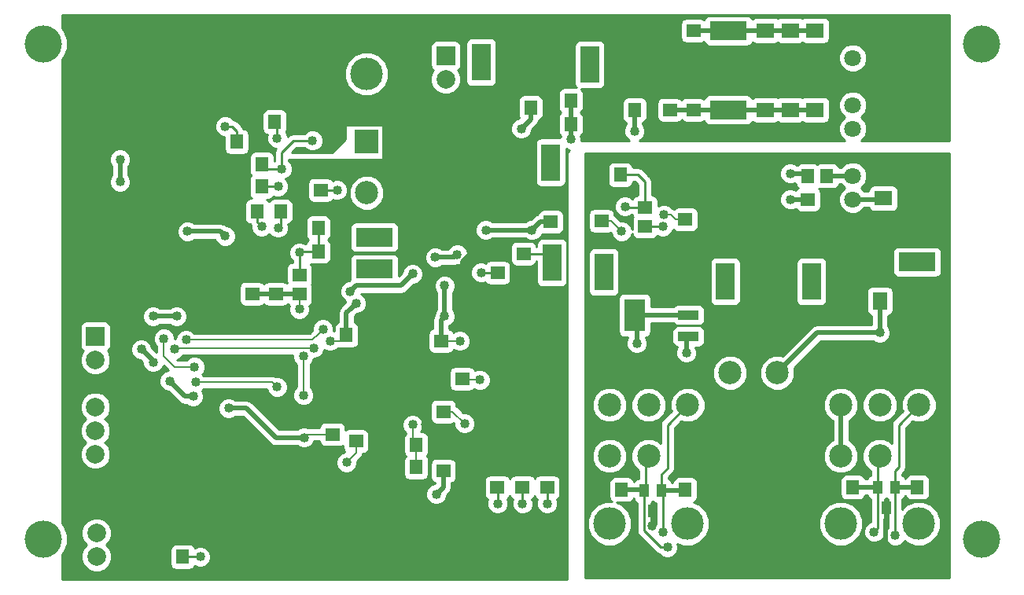
<source format=gbl>
G04 #@! TF.FileFunction,Copper,L2,Bot,Signal*
%FSLAX46Y46*%
G04 Gerber Fmt 4.6, Leading zero omitted, Abs format (unit mm)*
G04 Created by KiCad (PCBNEW 4.0.5+dfsg1-4) date Wed Aug 23 12:04:20 2017*
%MOMM*%
%LPD*%
G01*
G04 APERTURE LIST*
%ADD10C,0.100000*%
%ADD11R,1.400000X1.500000*%
%ADD12R,1.500000X1.400000*%
%ADD13R,1.900000X1.600000*%
%ADD14R,1.600000X1.900000*%
%ADD15R,1.000000X1.400000*%
%ADD16R,2.000000X2.000000*%
%ADD17C,2.000000*%
%ADD18R,4.000000X2.000000*%
%ADD19R,2.000000X4.000000*%
%ADD20R,2.250000X1.000000*%
%ADD21R,2.250000X3.500000*%
%ADD22C,2.500000*%
%ADD23R,2.500000X2.500000*%
%ADD24C,3.508000*%
%ADD25R,1.800000X1.800000*%
%ADD26C,1.800000*%
%ADD27C,4.000000*%
%ADD28C,1.016000*%
%ADD29C,0.254000*%
%ADD30C,0.508000*%
%ADD31C,0.203200*%
G04 APERTURE END LIST*
D10*
D11*
X137686000Y-84582000D03*
X135636000Y-84582000D03*
X137686000Y-87122000D03*
X135636000Y-87122000D03*
X129540000Y-80137000D03*
X127490000Y-80137000D03*
X127508000Y-77724000D03*
X129558000Y-77724000D03*
D12*
X131064000Y-91712000D03*
X131064000Y-89662000D03*
D11*
X133622000Y-82804000D03*
X131572000Y-82804000D03*
X129050000Y-82804000D03*
X127000000Y-82804000D03*
X128887000Y-73152000D03*
X130937000Y-73152000D03*
X126855000Y-75311000D03*
X128905000Y-75311000D03*
D12*
X166116000Y-83838000D03*
X166116000Y-81788000D03*
D11*
X202184000Y-112522000D03*
X200134000Y-112522000D03*
X191117000Y-112522000D03*
X193167000Y-112522000D03*
D12*
X157734000Y-87358000D03*
X157734000Y-89408000D03*
X160655000Y-83947000D03*
X160655000Y-81897000D03*
X175133000Y-83693000D03*
X175133000Y-81643000D03*
X154940000Y-89426000D03*
X154940000Y-87376000D03*
D11*
X166098000Y-78867000D03*
X168148000Y-78867000D03*
X177183000Y-112776000D03*
X175133000Y-112776000D03*
X166225000Y-112776000D03*
X168275000Y-112776000D03*
D13*
X189103000Y-68782000D03*
X189103000Y-71882000D03*
X186436000Y-68782000D03*
X186436000Y-71882000D03*
X183769000Y-68782000D03*
X183769000Y-71882000D03*
D14*
X192988000Y-92456000D03*
X196088000Y-92456000D03*
D13*
X196469000Y-84507000D03*
X196469000Y-81407000D03*
X189103000Y-63321000D03*
X189103000Y-66421000D03*
X186436000Y-63321000D03*
X186436000Y-66421000D03*
X183769000Y-63321000D03*
X183769000Y-66421000D03*
D12*
X188341000Y-83584000D03*
X188341000Y-81534000D03*
X173482000Y-69832000D03*
X173482000Y-71882000D03*
D11*
X167640000Y-71882000D03*
X169690000Y-71882000D03*
X164864000Y-73406000D03*
X162814000Y-73406000D03*
X164864000Y-70866000D03*
X162814000Y-70866000D03*
X156446000Y-71628000D03*
X158496000Y-71628000D03*
D12*
X137160000Y-104775000D03*
X137160000Y-106825000D03*
X139700000Y-105519000D03*
X139700000Y-107569000D03*
D11*
X138666000Y-96139000D03*
X140716000Y-96139000D03*
X144127000Y-110363000D03*
X146177000Y-110363000D03*
X144127000Y-107950000D03*
X146177000Y-107950000D03*
D12*
X149098000Y-110744000D03*
X149098000Y-108694000D03*
X151130000Y-98806000D03*
X151130000Y-100856000D03*
X148844000Y-96774000D03*
X148844000Y-98824000D03*
X149098000Y-104376000D03*
X149098000Y-106426000D03*
D11*
X118981000Y-120015000D03*
X121031000Y-120015000D03*
D15*
X196789000Y-114722000D03*
X197739000Y-112522000D03*
X195839000Y-112522000D03*
X171643000Y-115103000D03*
X172593000Y-112903000D03*
X170693000Y-112903000D03*
D16*
X111760000Y-114935000D03*
D17*
X111760000Y-117475000D03*
X111760000Y-120015000D03*
D12*
X133604000Y-89644000D03*
X133604000Y-91694000D03*
X135890000Y-82568000D03*
X135890000Y-80518000D03*
X170815000Y-82405000D03*
X170815000Y-84455000D03*
X176022000Y-69832000D03*
X176022000Y-71882000D03*
D11*
X190391000Y-78994000D03*
X188341000Y-78994000D03*
D12*
X176022000Y-63355000D03*
X176022000Y-65405000D03*
X154900596Y-110490000D03*
X154900596Y-112540000D03*
X157607000Y-110490000D03*
X157607000Y-112540000D03*
X160274000Y-110490000D03*
X160274000Y-112540000D03*
D18*
X141670000Y-89027000D03*
X141670000Y-85598000D03*
D19*
X160782000Y-88330000D03*
X188722000Y-90362000D03*
X160655000Y-77532000D03*
X179451000Y-90362000D03*
D18*
X179767000Y-71882000D03*
X200090000Y-88265000D03*
X179767000Y-67691000D03*
D19*
X183769000Y-113857000D03*
X166370000Y-89346000D03*
X164846000Y-66994000D03*
X153162000Y-66740000D03*
D20*
X175493000Y-96280000D03*
X175493000Y-93980000D03*
D21*
X169693000Y-93980000D03*
D20*
X175493000Y-91680000D03*
D22*
X140843000Y-80811000D03*
D23*
X140843000Y-75311000D03*
D24*
X140843000Y-68011000D03*
X191888000Y-116459000D03*
D22*
X191888000Y-103659000D03*
X196088000Y-103659000D03*
X200288000Y-103659000D03*
D23*
X200288000Y-109159000D03*
D22*
X196088000Y-109159000D03*
X191888000Y-109159000D03*
D24*
X200288000Y-116459000D03*
X166996000Y-116459000D03*
D22*
X166996000Y-103659000D03*
X171196000Y-103659000D03*
X175396000Y-103659000D03*
D23*
X175396000Y-109159000D03*
D22*
X171196000Y-109159000D03*
X166996000Y-109159000D03*
D24*
X175396000Y-116459000D03*
D25*
X193167000Y-84074000D03*
D26*
X193167000Y-81534000D03*
X193167000Y-78994000D03*
X193167000Y-73914000D03*
X193167000Y-71374000D03*
X193167000Y-68834000D03*
X193167000Y-66294000D03*
D18*
X179767000Y-63373000D03*
D22*
X179959000Y-100203000D03*
X185039000Y-100203000D03*
D27*
X207000000Y-64770000D03*
X207000000Y-118110000D03*
X106000000Y-118110000D03*
X106000000Y-64770000D03*
D16*
X111633000Y-96266000D03*
D17*
X111633000Y-98806000D03*
X111633000Y-101346000D03*
X111633000Y-103886000D03*
X111633000Y-106426000D03*
X111633000Y-108966000D03*
D16*
X149352000Y-66040000D03*
D17*
X149352000Y-68580000D03*
D12*
X128524000Y-91694000D03*
X128524000Y-89644000D03*
D28*
X151511000Y-82677000D03*
X146812000Y-82677000D03*
X144018000Y-75311000D03*
X147193000Y-105791000D03*
X144145000Y-105791000D03*
X153162000Y-98806000D03*
X139827000Y-98171000D03*
X136779000Y-90805000D03*
X123190000Y-106426000D03*
X122682000Y-115316000D03*
X131318000Y-119126000D03*
X146431000Y-119126000D03*
X175006000Y-67818000D03*
X167259000Y-74168000D03*
X155448000Y-74041000D03*
X158369000Y-80899000D03*
X115824000Y-70866000D03*
X123190000Y-72898000D03*
X118999000Y-87376000D03*
X132969000Y-105791000D03*
X135255000Y-78867000D03*
X128397000Y-85471000D03*
X133604000Y-87249000D03*
X131318000Y-80137000D03*
X135001000Y-75184000D03*
X131699000Y-78232000D03*
X125603000Y-85471000D03*
X121539000Y-84963000D03*
X150581349Y-87448651D03*
X148209000Y-87757000D03*
X145796000Y-89535000D03*
X139065000Y-91440000D03*
X162814000Y-75057000D03*
X153670000Y-84836000D03*
X158623000Y-84836000D03*
X169672000Y-74168000D03*
X125603000Y-73660000D03*
X133604000Y-93345000D03*
X131318000Y-84582000D03*
X129540000Y-84455000D03*
X131191000Y-74930000D03*
X168275000Y-84963000D03*
X172847000Y-83185000D03*
X169926000Y-97028000D03*
X178308000Y-94234000D03*
X166497000Y-96393000D03*
X164846000Y-112776000D03*
X166116000Y-77089000D03*
X191008000Y-93853000D03*
X188087000Y-100457000D03*
X171577000Y-116713000D03*
X175641000Y-78613000D03*
X197739000Y-117729000D03*
X172720000Y-117348000D03*
X195453000Y-117348000D03*
X173228000Y-118999000D03*
X168656000Y-82296000D03*
X175260000Y-98044000D03*
X196088006Y-95885000D03*
X186436000Y-81534000D03*
X157480000Y-73914000D03*
X139700016Y-92710000D03*
X150876030Y-96774000D03*
X145796000Y-105791000D03*
X151384000Y-105664000D03*
X136906000Y-96774000D03*
X117856000Y-94107000D03*
X120396000Y-94107000D03*
X114300000Y-79629000D03*
X114300000Y-77216000D03*
X116586000Y-97663000D03*
X117856000Y-99060000D03*
X119634000Y-101092000D03*
X122174000Y-102743000D03*
X125984000Y-104013000D03*
X149225000Y-94107000D03*
X149225000Y-90805000D03*
X134112000Y-107188000D03*
X138684000Y-109855000D03*
X148336000Y-113284000D03*
X153035000Y-100965000D03*
X118999000Y-96520000D03*
X122301000Y-99568000D03*
X122936000Y-120015000D03*
X186436000Y-78740000D03*
X154940000Y-114300000D03*
X157607000Y-114300000D03*
X160274000Y-114300000D03*
X135127996Y-97536000D03*
X120142000Y-97663000D03*
X136144000Y-95504000D03*
X121412000Y-96647000D03*
X131191000Y-101727000D03*
X122428000Y-101219000D03*
X137668000Y-80518000D03*
X172720000Y-84455000D03*
X134048500Y-102615999D03*
X134048500Y-98425006D03*
X153162000Y-89408000D03*
D29*
X151511000Y-82677000D02*
X150792580Y-82677000D01*
X150792580Y-82677000D02*
X146812000Y-82677000D01*
X146812000Y-82677000D02*
X146812000Y-78105000D01*
X146812000Y-78105000D02*
X144018000Y-75311000D01*
D30*
X153162000Y-98806000D02*
X157734000Y-94234000D01*
X157734000Y-94234000D02*
X157734000Y-90616000D01*
X157734000Y-90616000D02*
X157734000Y-89408000D01*
D31*
X127762001Y-84963001D02*
X127000000Y-84201000D01*
X127000000Y-84201000D02*
X127000000Y-82804000D01*
X128397000Y-85471000D02*
X127889001Y-84963001D01*
X127889001Y-84963001D02*
X127762001Y-84963001D01*
X144018000Y-75311000D02*
X154178000Y-75311000D01*
X154178000Y-75311000D02*
X155448000Y-74041000D01*
X147193000Y-105791000D02*
X147828000Y-106426000D01*
X147828000Y-106426000D02*
X149098000Y-106426000D01*
X137160000Y-104775000D02*
X138956000Y-104775000D01*
X138956000Y-104775000D02*
X139700000Y-105519000D01*
X139700000Y-105519000D02*
X143873000Y-105519000D01*
X143873000Y-105519000D02*
X144145000Y-105791000D01*
X144127000Y-110363000D02*
X144127000Y-109409800D01*
X144127000Y-109409800D02*
X144127000Y-107950000D01*
X144145000Y-105791000D02*
X144145000Y-107932000D01*
X144145000Y-107932000D02*
X144127000Y-107950000D01*
X148844000Y-98824000D02*
X151112000Y-98824000D01*
X151112000Y-98824000D02*
X151130000Y-98806000D01*
X153162000Y-98806000D02*
X151130000Y-98806000D01*
X139827000Y-98171000D02*
X140716000Y-97282000D01*
X140716000Y-97282000D02*
X140716000Y-96139000D01*
D30*
X128397000Y-85471000D02*
X128397000Y-87045000D01*
X128397000Y-87045000D02*
X131014000Y-89662000D01*
X131014000Y-89662000D02*
X131064000Y-89662000D01*
X123825000Y-70993000D02*
X123190000Y-71628000D01*
X123190000Y-71628000D02*
X123190000Y-72898000D01*
X127986000Y-70993000D02*
X123825000Y-70993000D01*
X128887000Y-73152000D02*
X128887000Y-71894000D01*
X128887000Y-71894000D02*
X127986000Y-70993000D01*
X128905000Y-75311000D02*
X128905000Y-73170000D01*
X128905000Y-73170000D02*
X128887000Y-73152000D01*
X127490000Y-80137000D02*
X127490000Y-77742000D01*
X127490000Y-77742000D02*
X127508000Y-77724000D01*
X127000000Y-82804000D02*
X127000000Y-80627000D01*
X127000000Y-80627000D02*
X127490000Y-80137000D01*
X131064000Y-89662000D02*
X129806000Y-89662000D01*
X129806000Y-89662000D02*
X127000000Y-86856000D01*
X127000000Y-86856000D02*
X127000000Y-84062000D01*
X127000000Y-84062000D02*
X127000000Y-82804000D01*
X133622000Y-82804000D02*
X135654000Y-82804000D01*
X135654000Y-82804000D02*
X135890000Y-82568000D01*
X135890000Y-82568000D02*
X137148000Y-82568000D01*
X137148000Y-82568000D02*
X137686000Y-83106000D01*
X137686000Y-83106000D02*
X137686000Y-84582000D01*
X137686000Y-84582000D02*
X137686000Y-87122000D01*
X137286999Y-89916001D02*
X137686000Y-89517000D01*
X137686000Y-89517000D02*
X137686000Y-87122000D01*
X136779000Y-90805000D02*
X137286999Y-90297001D01*
X137286999Y-90297001D02*
X137286999Y-89916001D01*
X144127000Y-107950000D02*
X144127000Y-107900000D01*
X144127000Y-107900000D02*
X141746000Y-105519000D01*
X141746000Y-105519000D02*
X140958000Y-105519000D01*
X140958000Y-105519000D02*
X139700000Y-105519000D01*
X123190000Y-106426000D02*
X123189999Y-114808001D01*
X123189999Y-114808001D02*
X122682000Y-115316000D01*
X132969000Y-105791000D02*
X133985000Y-104775000D01*
X133985000Y-104775000D02*
X137160000Y-104775000D01*
X111760000Y-114935000D02*
X122301000Y-114935000D01*
X122301000Y-114935000D02*
X122682000Y-115316000D01*
X122682000Y-115316000D02*
X121963580Y-115316000D01*
X118981000Y-118298580D02*
X118981000Y-118757000D01*
X121963580Y-115316000D02*
X118981000Y-118298580D01*
X118981000Y-118757000D02*
X118981000Y-120015000D01*
X131318000Y-119126000D02*
X146431000Y-119126000D01*
X146431000Y-119126000D02*
X145712580Y-119126000D01*
X145712580Y-119126000D02*
X144127000Y-117540420D01*
X144127000Y-117540420D02*
X144127000Y-111621000D01*
X144127000Y-111621000D02*
X144127000Y-110363000D01*
X157607000Y-110490000D02*
X160274000Y-110490000D01*
X154900596Y-110490000D02*
X157607000Y-110490000D01*
X151384000Y-108712000D02*
X153162000Y-110490000D01*
X153162000Y-110490000D02*
X154900596Y-110490000D01*
X150374000Y-108712000D02*
X151384000Y-108712000D01*
X149098000Y-108694000D02*
X150356000Y-108694000D01*
X150356000Y-108694000D02*
X150374000Y-108712000D01*
X149098000Y-106426000D02*
X149098000Y-108694000D01*
X156845000Y-91948000D02*
X157734000Y-91059000D01*
X157734000Y-91059000D02*
X157734000Y-89408000D01*
X152781000Y-91948000D02*
X156845000Y-91948000D01*
X151130000Y-90297000D02*
X152781000Y-91948000D01*
X151130000Y-88265000D02*
X151130000Y-90297000D01*
X152019000Y-87376000D02*
X151130000Y-88265000D01*
X154940000Y-87376000D02*
X152019000Y-87376000D01*
X160655000Y-81897000D02*
X159367000Y-81897000D01*
X159367000Y-81897000D02*
X158369000Y-80899000D01*
X155067000Y-71799000D02*
X155448000Y-72180000D01*
X155448000Y-72180000D02*
X155448000Y-74041000D01*
X156446000Y-71628000D02*
X155238000Y-71628000D01*
X155238000Y-71628000D02*
X155067000Y-71799000D01*
X164864000Y-73406000D02*
X166497000Y-73406000D01*
X166497000Y-73406000D02*
X167259000Y-74168000D01*
X164864000Y-70866000D02*
X164864000Y-73406000D01*
X176022000Y-69832000D02*
X176022000Y-68834000D01*
X176022000Y-68834000D02*
X175006000Y-67818000D01*
X176022000Y-69832000D02*
X173482000Y-69832000D01*
X176022000Y-65405000D02*
X176022000Y-66802000D01*
X176022000Y-66802000D02*
X175006000Y-67818000D01*
X193167000Y-68834000D02*
X189155000Y-68834000D01*
X189155000Y-68834000D02*
X189103000Y-68782000D01*
X189103000Y-66421000D02*
X189103000Y-68782000D01*
D29*
X135636000Y-87122000D02*
X133731000Y-87122000D01*
X133731000Y-87122000D02*
X133604000Y-87249000D01*
X135636000Y-84582000D02*
X135636000Y-85586000D01*
X135636000Y-85586000D02*
X135636000Y-87122000D01*
X133604000Y-89644000D02*
X133604000Y-87249000D01*
X131318000Y-80137000D02*
X129540000Y-80137000D01*
X132969000Y-75184000D02*
X135001000Y-75184000D01*
X131699000Y-76454000D02*
X132969000Y-75184000D01*
X131699000Y-77513580D02*
X131699000Y-76454000D01*
X131699000Y-78232000D02*
X131699000Y-77513580D01*
X131699000Y-78232000D02*
X130066000Y-78232000D01*
X130066000Y-78232000D02*
X129558000Y-77724000D01*
D30*
X131064000Y-91712000D02*
X133586000Y-91712000D01*
X133586000Y-91712000D02*
X133604000Y-91694000D01*
X128524000Y-91694000D02*
X130937000Y-91694000D01*
X130937000Y-91839000D02*
X131064000Y-91712000D01*
X121539000Y-84963000D02*
X125095000Y-84963000D01*
X125095000Y-84963000D02*
X125603000Y-85471000D01*
X148209000Y-87757000D02*
X150273000Y-87757000D01*
X150273000Y-87757000D02*
X150581349Y-87448651D01*
X139700000Y-90805000D02*
X144526000Y-90805000D01*
X144526000Y-90805000D02*
X145796000Y-89535000D01*
X139065000Y-91440000D02*
X139700000Y-90805000D01*
X160655000Y-83947000D02*
X159512000Y-83947000D01*
X159512000Y-83947000D02*
X158623000Y-84836000D01*
X162814000Y-73406000D02*
X162814000Y-75057000D01*
X157904580Y-84836000D02*
X153670000Y-84836000D01*
X158623000Y-84836000D02*
X157904580Y-84836000D01*
X169690000Y-71882000D02*
X169690000Y-74150000D01*
X169690000Y-74150000D02*
X169672000Y-74168000D01*
X162814000Y-70866000D02*
X162814000Y-73406000D01*
D29*
X126855000Y-75311000D02*
X126855000Y-74150000D01*
X126855000Y-74150000D02*
X126365000Y-73660000D01*
X126365000Y-73660000D02*
X125603000Y-73660000D01*
D31*
X133604000Y-93345000D02*
X133604000Y-91694000D01*
D29*
X131572000Y-82804000D02*
X131572000Y-84328000D01*
X131572000Y-84328000D02*
X131318000Y-84582000D01*
X129050000Y-83965000D02*
X129540000Y-84455000D01*
X129050000Y-82804000D02*
X129050000Y-83965000D01*
X131191000Y-74930000D02*
X131191000Y-73406000D01*
X131191000Y-73406000D02*
X130937000Y-73152000D01*
D31*
X168275000Y-84963000D02*
X167150000Y-83838000D01*
X167150000Y-83838000D02*
X166116000Y-83838000D01*
X175133000Y-83693000D02*
X174117000Y-83693000D01*
X174117000Y-83693000D02*
X173609000Y-83185000D01*
X173609000Y-83185000D02*
X172847000Y-83185000D01*
D30*
X175493000Y-93980000D02*
X173860000Y-93980000D01*
X173860000Y-93980000D02*
X169693000Y-93980000D01*
X169926000Y-97028000D02*
X169926000Y-94213000D01*
X169926000Y-94213000D02*
X169693000Y-93980000D01*
D29*
X166116000Y-77089000D02*
X174117000Y-77089000D01*
X174117000Y-77089000D02*
X175641000Y-78613000D01*
D31*
X166098000Y-78867000D02*
X166098000Y-77107000D01*
X166098000Y-77107000D02*
X166116000Y-77089000D01*
X166116000Y-81788000D02*
X166116000Y-78885000D01*
X166116000Y-78885000D02*
X166098000Y-78867000D01*
D30*
X175133000Y-81643000D02*
X175133000Y-79121000D01*
X175133000Y-79121000D02*
X175641000Y-78613000D01*
X193167000Y-84074000D02*
X196036000Y-84074000D01*
X196036000Y-84074000D02*
X196469000Y-84507000D01*
X188341000Y-83584000D02*
X192677000Y-83584000D01*
X192677000Y-83584000D02*
X193167000Y-84074000D01*
X176530000Y-86487000D02*
X175493000Y-87524000D01*
X175493000Y-87524000D02*
X175493000Y-91680000D01*
X181864000Y-86487000D02*
X176530000Y-86487000D01*
X182753000Y-87376000D02*
X181864000Y-86487000D01*
X182753000Y-93726000D02*
X182753000Y-87376000D01*
X182245000Y-94234000D02*
X182753000Y-93726000D01*
X178308000Y-94234000D02*
X182245000Y-94234000D01*
X178308000Y-97917000D02*
X178308000Y-94234000D01*
X176403000Y-99822000D02*
X178308000Y-97917000D01*
X169207580Y-99822000D02*
X176403000Y-99822000D01*
X166497000Y-96393000D02*
X166497000Y-97111420D01*
X166497000Y-97111420D02*
X169207580Y-99822000D01*
X164846000Y-112776000D02*
X166225000Y-112776000D01*
X183769000Y-113157000D02*
X183388000Y-112776000D01*
X183388000Y-112776000D02*
X177183000Y-112776000D01*
X175396000Y-109159000D02*
X177154000Y-109159000D01*
X177154000Y-109159000D02*
X177183000Y-109188000D01*
X177183000Y-109188000D02*
X177183000Y-111518000D01*
X177183000Y-111518000D02*
X177183000Y-112776000D01*
X187960000Y-113665000D02*
X189103000Y-112522000D01*
X189103000Y-112522000D02*
X191117000Y-112522000D01*
X187960000Y-118745000D02*
X187960000Y-113665000D01*
X189230000Y-120015000D02*
X187960000Y-118745000D01*
X195580000Y-120015000D02*
X189230000Y-120015000D01*
X196723000Y-118872000D02*
X195580000Y-120015000D01*
X196723000Y-115996000D02*
X196723000Y-118872000D01*
X196789000Y-114722000D02*
X196789000Y-115930000D01*
X196789000Y-115930000D02*
X196723000Y-115996000D01*
X202184000Y-112522000D02*
X202184000Y-109297000D01*
X202184000Y-109297000D02*
X202046000Y-109159000D01*
X202046000Y-109159000D02*
X200288000Y-109159000D01*
D29*
X171643000Y-115103000D02*
X171643000Y-116647000D01*
X171643000Y-116647000D02*
X171577000Y-116713000D01*
X197739000Y-117729000D02*
X197739000Y-117010580D01*
X197739000Y-117010580D02*
X197739000Y-112522000D01*
X172720000Y-116629580D02*
X172720000Y-117348000D01*
X172720000Y-112880000D02*
X172720000Y-116629580D01*
X172781000Y-112819000D02*
X172720000Y-112880000D01*
X172781000Y-112819000D02*
X172593000Y-112631000D01*
X172593000Y-112631000D02*
X172593000Y-111125000D01*
X173228000Y-105827000D02*
X175396000Y-103659000D01*
X172593000Y-111125000D02*
X173228000Y-110490000D01*
X173228000Y-110490000D02*
X173228000Y-105827000D01*
D30*
X172781000Y-112819000D02*
X172865000Y-112903000D01*
X172865000Y-112903000D02*
X175006000Y-112903000D01*
X175006000Y-112903000D02*
X175133000Y-112776000D01*
X197739000Y-112522000D02*
X200134000Y-112522000D01*
D29*
X197739000Y-112522000D02*
X197739000Y-110744000D01*
X197739000Y-110744000D02*
X198120000Y-110363000D01*
X198120000Y-110363000D02*
X198120000Y-105827000D01*
X198120000Y-105827000D02*
X200288000Y-103659000D01*
X195839000Y-112522000D02*
X195839000Y-116962000D01*
X195839000Y-116962000D02*
X195453000Y-117348000D01*
X172509580Y-118999000D02*
X173228000Y-118999000D01*
X170688001Y-113011999D02*
X170688001Y-117177421D01*
X170881000Y-112819000D02*
X170688001Y-113011999D01*
X170688001Y-117177421D02*
X172509580Y-118999000D01*
D30*
X193167000Y-112522000D02*
X195839000Y-112522000D01*
D29*
X195839000Y-112522000D02*
X195839000Y-109408000D01*
X195839000Y-109408000D02*
X196088000Y-109159000D01*
X170881000Y-112819000D02*
X170881000Y-109474000D01*
X170881000Y-109474000D02*
X171196000Y-109159000D01*
D30*
X170881000Y-112819000D02*
X168318000Y-112819000D01*
X168318000Y-112819000D02*
X168275000Y-112776000D01*
D29*
X160782000Y-87630000D02*
X160510000Y-87358000D01*
X160510000Y-87358000D02*
X157734000Y-87358000D01*
X168656000Y-82296000D02*
X168783000Y-82423000D01*
X168783000Y-82423000D02*
X170797000Y-82423000D01*
X170797000Y-82423000D02*
X170815000Y-82405000D01*
X170053000Y-78867000D02*
X170815000Y-79629000D01*
X170815000Y-79629000D02*
X170815000Y-82405000D01*
X168148000Y-78867000D02*
X170053000Y-78867000D01*
D30*
X173482000Y-71882000D02*
X176022000Y-71882000D01*
X176022000Y-71882000D02*
X180467000Y-71882000D01*
X183769000Y-71882000D02*
X180467000Y-71882000D01*
X186436000Y-71882000D02*
X183769000Y-71882000D01*
X189103000Y-71882000D02*
X186436000Y-71882000D01*
X185039000Y-100203000D02*
X189357000Y-95885000D01*
X189357000Y-95885000D02*
X196088006Y-95885000D01*
X175260000Y-98044000D02*
X175260000Y-96513000D01*
X175260000Y-96513000D02*
X175493000Y-96280000D01*
X196088000Y-95884994D02*
X196088006Y-95885000D01*
X196088000Y-92456000D02*
X196088000Y-95884994D01*
X196088000Y-95885006D02*
X196088006Y-95885000D01*
X193167000Y-81534000D02*
X196342000Y-81534000D01*
X196342000Y-81534000D02*
X196469000Y-81407000D01*
X176022000Y-63355000D02*
X180449000Y-63355000D01*
X180449000Y-63355000D02*
X180467000Y-63373000D01*
X183769000Y-63321000D02*
X180519000Y-63321000D01*
X180519000Y-63321000D02*
X180467000Y-63373000D01*
X189103000Y-63321000D02*
X186436000Y-63321000D01*
X183769000Y-63321000D02*
X186436000Y-63321000D01*
X186436000Y-81534000D02*
X188341000Y-81534000D01*
X157987999Y-73406001D02*
X157480000Y-73914000D01*
X158496000Y-72898000D02*
X157987999Y-73406001D01*
X158496000Y-71628000D02*
X158496000Y-72898000D01*
X139192017Y-93217999D02*
X139700016Y-92710000D01*
X138666000Y-93744016D02*
X139192017Y-93217999D01*
X138666000Y-96139000D02*
X138666000Y-93744016D01*
D31*
X148844000Y-96774000D02*
X150876030Y-96774000D01*
X146177000Y-107950000D02*
X146177000Y-108903200D01*
X146177000Y-108903200D02*
X146177000Y-110363000D01*
X145796000Y-105791000D02*
X145796000Y-107569000D01*
X145796000Y-107569000D02*
X146177000Y-107950000D01*
X151384000Y-105664000D02*
X150096000Y-104376000D01*
X150096000Y-104376000D02*
X149098000Y-104376000D01*
X136906000Y-96774000D02*
X138031000Y-96774000D01*
X138031000Y-96774000D02*
X138666000Y-96139000D01*
D30*
X120396000Y-94107000D02*
X117856000Y-94107000D01*
X114300000Y-77216000D02*
X114300000Y-79629000D01*
X117856000Y-99060000D02*
X117856000Y-98933000D01*
X117856000Y-98933000D02*
X116586000Y-97663000D01*
X122174000Y-102743000D02*
X121285000Y-102743000D01*
X121285000Y-102743000D02*
X119634000Y-101092000D01*
X127889000Y-104013000D02*
X125984000Y-104013000D01*
X128524000Y-104648000D02*
X127889000Y-104013000D01*
X131064000Y-107188000D02*
X128524000Y-104648000D01*
X134112000Y-107188000D02*
X131064000Y-107188000D01*
X148844000Y-96774000D02*
X148844000Y-94488000D01*
X148844000Y-94488000D02*
X149225000Y-94107000D01*
X149225000Y-90805000D02*
X149225000Y-94107000D01*
D31*
X137160000Y-106825000D02*
X134475000Y-106825000D01*
X134475000Y-106825000D02*
X134112000Y-107188000D01*
X138684000Y-109855000D02*
X139700000Y-108839000D01*
X139700000Y-108839000D02*
X139700000Y-107569000D01*
D30*
X149098000Y-110744000D02*
X149098000Y-112522000D01*
X149098000Y-112522000D02*
X148336000Y-113284000D01*
D31*
X153035000Y-100965000D02*
X151239000Y-100965000D01*
X151239000Y-100965000D02*
X151130000Y-100856000D01*
X120142000Y-99568000D02*
X118999000Y-98425000D01*
X118999000Y-98425000D02*
X118999000Y-96520000D01*
X122301000Y-99568000D02*
X120142000Y-99568000D01*
D29*
X121031000Y-120015000D02*
X122936000Y-120015000D01*
D30*
X186436000Y-78740000D02*
X188087000Y-78740000D01*
X188087000Y-78740000D02*
X188341000Y-78994000D01*
D29*
X154940000Y-114300000D02*
X154940000Y-112579404D01*
X154940000Y-112579404D02*
X154900596Y-112540000D01*
X157607000Y-112540000D02*
X157607000Y-114300000D01*
X160274000Y-114300000D02*
X160274000Y-112540000D01*
D31*
X120142000Y-97663000D02*
X120269000Y-97536000D01*
X120269000Y-97536000D02*
X134409576Y-97536000D01*
X134409576Y-97536000D02*
X135127996Y-97536000D01*
X135636001Y-96011999D02*
X136144000Y-95504000D01*
X121412000Y-96647000D02*
X135001000Y-96647000D01*
X135001000Y-96647000D02*
X135636001Y-96011999D01*
X130683001Y-101219001D02*
X131191000Y-101727000D01*
X122428000Y-101219000D02*
X130683001Y-101219001D01*
D29*
X135890000Y-80518000D02*
X137668000Y-80518000D01*
D30*
X191888000Y-109159000D02*
X191888000Y-107391234D01*
X191888000Y-107391234D02*
X191888000Y-103659000D01*
D29*
X172720000Y-84455000D02*
X170815000Y-84455000D01*
D30*
X190391000Y-78994000D02*
X193167000Y-78994000D01*
D31*
X134048500Y-98425006D02*
X134048500Y-102615999D01*
D29*
X154940000Y-89426000D02*
X153180000Y-89426000D01*
X153180000Y-89426000D02*
X153162000Y-89408000D01*
G36*
X203581000Y-122301000D02*
X164338000Y-122301000D01*
X164338000Y-116932117D01*
X164606586Y-116932117D01*
X164969524Y-117810492D01*
X165640973Y-118483114D01*
X166518714Y-118847584D01*
X167469117Y-118848414D01*
X168347492Y-118485476D01*
X169020114Y-117814027D01*
X169384584Y-116936286D01*
X169385414Y-115985883D01*
X169022476Y-115107508D01*
X168351027Y-114434886D01*
X167721395Y-114173440D01*
X168975000Y-114173440D01*
X169210317Y-114129162D01*
X169426441Y-113990090D01*
X169571431Y-113777890D01*
X169575079Y-113759878D01*
X169589838Y-113838317D01*
X169728910Y-114054441D01*
X169926001Y-114189107D01*
X169926001Y-117177421D01*
X169984005Y-117469026D01*
X170055720Y-117576354D01*
X170149186Y-117716236D01*
X171970765Y-119537816D01*
X172118957Y-119636834D01*
X172217975Y-119702996D01*
X172339950Y-119727258D01*
X172579697Y-119967423D01*
X172999646Y-120141801D01*
X173454359Y-120142198D01*
X173874612Y-119968554D01*
X174196423Y-119647303D01*
X174370801Y-119227354D01*
X174371198Y-118772641D01*
X174295184Y-118588672D01*
X174918714Y-118847584D01*
X175869117Y-118848414D01*
X176747492Y-118485476D01*
X177420114Y-117814027D01*
X177784584Y-116936286D01*
X177784587Y-116932117D01*
X189498586Y-116932117D01*
X189861524Y-117810492D01*
X190532973Y-118483114D01*
X191410714Y-118847584D01*
X192361117Y-118848414D01*
X193239492Y-118485476D01*
X193912114Y-117814027D01*
X194276584Y-116936286D01*
X194277414Y-115985883D01*
X193914476Y-115107508D01*
X193243027Y-114434886D01*
X192365286Y-114070416D01*
X191414883Y-114069586D01*
X190536508Y-114432524D01*
X189863886Y-115103973D01*
X189499416Y-115981714D01*
X189498586Y-116932117D01*
X177784587Y-116932117D01*
X177785414Y-115985883D01*
X177422476Y-115107508D01*
X176751027Y-114434886D01*
X176031463Y-114136097D01*
X176068317Y-114129162D01*
X176284441Y-113990090D01*
X176429431Y-113777890D01*
X176480440Y-113526000D01*
X176480440Y-112026000D01*
X176436162Y-111790683D01*
X176424140Y-111772000D01*
X191819560Y-111772000D01*
X191819560Y-113272000D01*
X191863838Y-113507317D01*
X192002910Y-113723441D01*
X192215110Y-113868431D01*
X192467000Y-113919440D01*
X193867000Y-113919440D01*
X194102317Y-113875162D01*
X194318441Y-113736090D01*
X194463431Y-113523890D01*
X194486292Y-113411000D01*
X194727123Y-113411000D01*
X194735838Y-113457317D01*
X194874910Y-113673441D01*
X195077000Y-113811523D01*
X195077000Y-116266632D01*
X194806388Y-116378446D01*
X194484577Y-116699697D01*
X194310199Y-117119646D01*
X194309802Y-117574359D01*
X194483446Y-117994612D01*
X194804697Y-118316423D01*
X195224646Y-118490801D01*
X195679359Y-118491198D01*
X196099612Y-118317554D01*
X196421423Y-117996303D01*
X196595801Y-117576354D01*
X196596198Y-117121641D01*
X196578004Y-117077608D01*
X196601000Y-116962000D01*
X196601000Y-113807992D01*
X196790441Y-113686090D01*
X196791390Y-113684701D01*
X196977000Y-113811523D01*
X196977000Y-116874633D01*
X196770577Y-117080697D01*
X196596199Y-117500646D01*
X196595802Y-117955359D01*
X196769446Y-118375612D01*
X197090697Y-118697423D01*
X197510646Y-118871801D01*
X197965359Y-118872198D01*
X198385612Y-118698554D01*
X198707423Y-118377303D01*
X198742652Y-118292461D01*
X198932973Y-118483114D01*
X199810714Y-118847584D01*
X200761117Y-118848414D01*
X201639492Y-118485476D01*
X202312114Y-117814027D01*
X202676584Y-116936286D01*
X202677414Y-115985883D01*
X202314476Y-115107508D01*
X201643027Y-114434886D01*
X200765286Y-114070416D01*
X199814883Y-114069586D01*
X198936508Y-114432524D01*
X198501000Y-114867273D01*
X198501000Y-113807992D01*
X198690441Y-113686090D01*
X198826898Y-113486378D01*
X198830838Y-113507317D01*
X198969910Y-113723441D01*
X199182110Y-113868431D01*
X199434000Y-113919440D01*
X200834000Y-113919440D01*
X201069317Y-113875162D01*
X201285441Y-113736090D01*
X201430431Y-113523890D01*
X201481440Y-113272000D01*
X201481440Y-111772000D01*
X201437162Y-111536683D01*
X201298090Y-111320559D01*
X201085890Y-111175569D01*
X200834000Y-111124560D01*
X199434000Y-111124560D01*
X199198683Y-111168838D01*
X198982559Y-111307910D01*
X198837569Y-111520110D01*
X198828414Y-111565318D01*
X198703090Y-111370559D01*
X198501000Y-111232477D01*
X198501000Y-111059631D01*
X198658815Y-110901816D01*
X198823996Y-110654605D01*
X198882000Y-110363000D01*
X198882000Y-106142630D01*
X199607253Y-105417377D01*
X199911405Y-105543672D01*
X200661305Y-105544326D01*
X201354372Y-105257957D01*
X201885093Y-104728161D01*
X202172672Y-104035595D01*
X202173326Y-103285695D01*
X201886957Y-102592628D01*
X201357161Y-102061907D01*
X200664595Y-101774328D01*
X199914695Y-101773674D01*
X199221628Y-102060043D01*
X198690907Y-102589839D01*
X198403328Y-103282405D01*
X198402674Y-104032305D01*
X198529682Y-104339688D01*
X197581185Y-105288185D01*
X197416004Y-105535395D01*
X197358000Y-105827000D01*
X197358000Y-107763097D01*
X197157161Y-107561907D01*
X196464595Y-107274328D01*
X195714695Y-107273674D01*
X195021628Y-107560043D01*
X194490907Y-108089839D01*
X194203328Y-108782405D01*
X194202674Y-109532305D01*
X194489043Y-110225372D01*
X195018839Y-110756093D01*
X195077000Y-110780244D01*
X195077000Y-111236008D01*
X194887559Y-111357910D01*
X194742569Y-111570110D01*
X194729833Y-111633000D01*
X194488285Y-111633000D01*
X194470162Y-111536683D01*
X194331090Y-111320559D01*
X194118890Y-111175569D01*
X193867000Y-111124560D01*
X192467000Y-111124560D01*
X192231683Y-111168838D01*
X192015559Y-111307910D01*
X191870569Y-111520110D01*
X191819560Y-111772000D01*
X176424140Y-111772000D01*
X176297090Y-111574559D01*
X176084890Y-111429569D01*
X175833000Y-111378560D01*
X174433000Y-111378560D01*
X174197683Y-111422838D01*
X173981559Y-111561910D01*
X173836569Y-111774110D01*
X173787990Y-112014000D01*
X173704877Y-112014000D01*
X173696162Y-111967683D01*
X173557090Y-111751559D01*
X173355000Y-111613477D01*
X173355000Y-111440630D01*
X173766816Y-111028815D01*
X173897391Y-110833395D01*
X173931996Y-110781605D01*
X173990000Y-110490000D01*
X173990000Y-106142630D01*
X174715253Y-105417377D01*
X175019405Y-105543672D01*
X175769305Y-105544326D01*
X176462372Y-105257957D01*
X176993093Y-104728161D01*
X177280672Y-104035595D01*
X177280674Y-104032305D01*
X190002674Y-104032305D01*
X190289043Y-104725372D01*
X190818839Y-105256093D01*
X190999000Y-105330903D01*
X190999000Y-107486754D01*
X190821628Y-107560043D01*
X190290907Y-108089839D01*
X190003328Y-108782405D01*
X190002674Y-109532305D01*
X190289043Y-110225372D01*
X190818839Y-110756093D01*
X191511405Y-111043672D01*
X192261305Y-111044326D01*
X192954372Y-110757957D01*
X193485093Y-110228161D01*
X193772672Y-109535595D01*
X193773326Y-108785695D01*
X193486957Y-108092628D01*
X192957161Y-107561907D01*
X192777000Y-107487097D01*
X192777000Y-105331246D01*
X192954372Y-105257957D01*
X193485093Y-104728161D01*
X193772672Y-104035595D01*
X193772674Y-104032305D01*
X194202674Y-104032305D01*
X194489043Y-104725372D01*
X195018839Y-105256093D01*
X195711405Y-105543672D01*
X196461305Y-105544326D01*
X197154372Y-105257957D01*
X197685093Y-104728161D01*
X197972672Y-104035595D01*
X197973326Y-103285695D01*
X197686957Y-102592628D01*
X197157161Y-102061907D01*
X196464595Y-101774328D01*
X195714695Y-101773674D01*
X195021628Y-102060043D01*
X194490907Y-102589839D01*
X194203328Y-103282405D01*
X194202674Y-104032305D01*
X193772674Y-104032305D01*
X193773326Y-103285695D01*
X193486957Y-102592628D01*
X192957161Y-102061907D01*
X192264595Y-101774328D01*
X191514695Y-101773674D01*
X190821628Y-102060043D01*
X190290907Y-102589839D01*
X190003328Y-103282405D01*
X190002674Y-104032305D01*
X177280674Y-104032305D01*
X177281326Y-103285695D01*
X176994957Y-102592628D01*
X176465161Y-102061907D01*
X175772595Y-101774328D01*
X175022695Y-101773674D01*
X174329628Y-102060043D01*
X173798907Y-102589839D01*
X173511328Y-103282405D01*
X173510674Y-104032305D01*
X173637682Y-104339688D01*
X172689185Y-105288185D01*
X172524004Y-105535395D01*
X172466000Y-105827000D01*
X172466000Y-107763097D01*
X172265161Y-107561907D01*
X171572595Y-107274328D01*
X170822695Y-107273674D01*
X170129628Y-107560043D01*
X169598907Y-108089839D01*
X169311328Y-108782405D01*
X169310674Y-109532305D01*
X169597043Y-110225372D01*
X170119000Y-110748240D01*
X170119000Y-111569484D01*
X169957683Y-111599838D01*
X169741559Y-111738910D01*
X169610993Y-111930000D01*
X169604376Y-111930000D01*
X169578162Y-111790683D01*
X169439090Y-111574559D01*
X169226890Y-111429569D01*
X168975000Y-111378560D01*
X167575000Y-111378560D01*
X167339683Y-111422838D01*
X167123559Y-111561910D01*
X166978569Y-111774110D01*
X166927560Y-112026000D01*
X166927560Y-113526000D01*
X166971838Y-113761317D01*
X167110910Y-113977441D01*
X167246694Y-114070218D01*
X166522883Y-114069586D01*
X165644508Y-114432524D01*
X164971886Y-115103973D01*
X164607416Y-115981714D01*
X164606586Y-116932117D01*
X164338000Y-116932117D01*
X164338000Y-109532305D01*
X165110674Y-109532305D01*
X165397043Y-110225372D01*
X165926839Y-110756093D01*
X166619405Y-111043672D01*
X167369305Y-111044326D01*
X168062372Y-110757957D01*
X168593093Y-110228161D01*
X168880672Y-109535595D01*
X168881326Y-108785695D01*
X168594957Y-108092628D01*
X168065161Y-107561907D01*
X167372595Y-107274328D01*
X166622695Y-107273674D01*
X165929628Y-107560043D01*
X165398907Y-108089839D01*
X165111328Y-108782405D01*
X165110674Y-109532305D01*
X164338000Y-109532305D01*
X164338000Y-104032305D01*
X165110674Y-104032305D01*
X165397043Y-104725372D01*
X165926839Y-105256093D01*
X166619405Y-105543672D01*
X167369305Y-105544326D01*
X168062372Y-105257957D01*
X168593093Y-104728161D01*
X168880672Y-104035595D01*
X168880674Y-104032305D01*
X169310674Y-104032305D01*
X169597043Y-104725372D01*
X170126839Y-105256093D01*
X170819405Y-105543672D01*
X171569305Y-105544326D01*
X172262372Y-105257957D01*
X172793093Y-104728161D01*
X173080672Y-104035595D01*
X173081326Y-103285695D01*
X172794957Y-102592628D01*
X172265161Y-102061907D01*
X171572595Y-101774328D01*
X170822695Y-101773674D01*
X170129628Y-102060043D01*
X169598907Y-102589839D01*
X169311328Y-103282405D01*
X169310674Y-104032305D01*
X168880674Y-104032305D01*
X168881326Y-103285695D01*
X168594957Y-102592628D01*
X168065161Y-102061907D01*
X167372595Y-101774328D01*
X166622695Y-101773674D01*
X165929628Y-102060043D01*
X165398907Y-102589839D01*
X165111328Y-103282405D01*
X165110674Y-104032305D01*
X164338000Y-104032305D01*
X164338000Y-100576305D01*
X178073674Y-100576305D01*
X178360043Y-101269372D01*
X178889839Y-101800093D01*
X179582405Y-102087672D01*
X180332305Y-102088326D01*
X181025372Y-101801957D01*
X181556093Y-101272161D01*
X181843672Y-100579595D01*
X181843674Y-100576305D01*
X183153674Y-100576305D01*
X183440043Y-101269372D01*
X183969839Y-101800093D01*
X184662405Y-102087672D01*
X185412305Y-102088326D01*
X186105372Y-101801957D01*
X186636093Y-101272161D01*
X186923672Y-100579595D01*
X186924326Y-99829695D01*
X186849832Y-99649404D01*
X189725236Y-96774000D01*
X195360418Y-96774000D01*
X195439703Y-96853423D01*
X195859652Y-97027801D01*
X196314365Y-97028198D01*
X196734618Y-96854554D01*
X197056429Y-96533303D01*
X197230807Y-96113354D01*
X197231204Y-95658641D01*
X197057560Y-95238388D01*
X196977000Y-95157688D01*
X196977000Y-94036693D01*
X197123317Y-94009162D01*
X197339441Y-93870090D01*
X197484431Y-93657890D01*
X197535440Y-93406000D01*
X197535440Y-91506000D01*
X197491162Y-91270683D01*
X197352090Y-91054559D01*
X197139890Y-90909569D01*
X196888000Y-90858560D01*
X195288000Y-90858560D01*
X195052683Y-90902838D01*
X194836559Y-91041910D01*
X194691569Y-91254110D01*
X194640560Y-91506000D01*
X194640560Y-93406000D01*
X194684838Y-93641317D01*
X194823910Y-93857441D01*
X195036110Y-94002431D01*
X195199000Y-94035417D01*
X195199000Y-94996000D01*
X189357000Y-94996000D01*
X189016794Y-95063671D01*
X188757843Y-95236697D01*
X188728382Y-95256382D01*
X185592838Y-98391926D01*
X185415595Y-98318328D01*
X184665695Y-98317674D01*
X183972628Y-98604043D01*
X183441907Y-99133839D01*
X183154328Y-99826405D01*
X183153674Y-100576305D01*
X181843674Y-100576305D01*
X181844326Y-99829695D01*
X181557957Y-99136628D01*
X181028161Y-98605907D01*
X180335595Y-98318328D01*
X179585695Y-98317674D01*
X178892628Y-98604043D01*
X178361907Y-99133839D01*
X178074328Y-99826405D01*
X178073674Y-100576305D01*
X164338000Y-100576305D01*
X164338000Y-92230000D01*
X167920560Y-92230000D01*
X167920560Y-95730000D01*
X167964838Y-95965317D01*
X168103910Y-96181441D01*
X168316110Y-96326431D01*
X168568000Y-96377440D01*
X168959838Y-96377440D01*
X168957577Y-96379697D01*
X168783199Y-96799646D01*
X168782802Y-97254359D01*
X168956446Y-97674612D01*
X169277697Y-97996423D01*
X169697646Y-98170801D01*
X170152359Y-98171198D01*
X170572612Y-97997554D01*
X170894423Y-97676303D01*
X171068801Y-97256354D01*
X171069198Y-96801641D01*
X170895554Y-96381388D01*
X170879972Y-96365779D01*
X171053317Y-96333162D01*
X171269441Y-96194090D01*
X171414431Y-95981890D01*
X171455314Y-95780000D01*
X173720560Y-95780000D01*
X173720560Y-96780000D01*
X173764838Y-97015317D01*
X173903910Y-97231441D01*
X174116110Y-97376431D01*
X174285346Y-97410702D01*
X174117199Y-97815646D01*
X174116802Y-98270359D01*
X174290446Y-98690612D01*
X174611697Y-99012423D01*
X175031646Y-99186801D01*
X175486359Y-99187198D01*
X175906612Y-99013554D01*
X176228423Y-98692303D01*
X176402801Y-98272354D01*
X176403198Y-97817641D01*
X176241971Y-97427440D01*
X176618000Y-97427440D01*
X176853317Y-97383162D01*
X177069441Y-97244090D01*
X177214431Y-97031890D01*
X177265440Y-96780000D01*
X177265440Y-95780000D01*
X177221162Y-95544683D01*
X177082090Y-95328559D01*
X176869890Y-95183569D01*
X176618000Y-95132560D01*
X174368000Y-95132560D01*
X174132683Y-95176838D01*
X173916559Y-95315910D01*
X173771569Y-95528110D01*
X173720560Y-95780000D01*
X171455314Y-95780000D01*
X171465440Y-95730000D01*
X171465440Y-94869000D01*
X173863730Y-94869000D01*
X173903910Y-94931441D01*
X174116110Y-95076431D01*
X174368000Y-95127440D01*
X176618000Y-95127440D01*
X176853317Y-95083162D01*
X177069441Y-94944090D01*
X177214431Y-94731890D01*
X177265440Y-94480000D01*
X177265440Y-93480000D01*
X177221162Y-93244683D01*
X177082090Y-93028559D01*
X176869890Y-92883569D01*
X176618000Y-92832560D01*
X174368000Y-92832560D01*
X174132683Y-92876838D01*
X173916559Y-93015910D01*
X173865252Y-93091000D01*
X171465440Y-93091000D01*
X171465440Y-92230000D01*
X171421162Y-91994683D01*
X171282090Y-91778559D01*
X171069890Y-91633569D01*
X170818000Y-91582560D01*
X168568000Y-91582560D01*
X168332683Y-91626838D01*
X168116559Y-91765910D01*
X167971569Y-91978110D01*
X167920560Y-92230000D01*
X164338000Y-92230000D01*
X164338000Y-87346000D01*
X164722560Y-87346000D01*
X164722560Y-91346000D01*
X164766838Y-91581317D01*
X164905910Y-91797441D01*
X165118110Y-91942431D01*
X165370000Y-91993440D01*
X167370000Y-91993440D01*
X167605317Y-91949162D01*
X167821441Y-91810090D01*
X167966431Y-91597890D01*
X168017440Y-91346000D01*
X168017440Y-88362000D01*
X177803560Y-88362000D01*
X177803560Y-92362000D01*
X177847838Y-92597317D01*
X177986910Y-92813441D01*
X178199110Y-92958431D01*
X178451000Y-93009440D01*
X180451000Y-93009440D01*
X180686317Y-92965162D01*
X180902441Y-92826090D01*
X181047431Y-92613890D01*
X181098440Y-92362000D01*
X181098440Y-88362000D01*
X187074560Y-88362000D01*
X187074560Y-92362000D01*
X187118838Y-92597317D01*
X187257910Y-92813441D01*
X187470110Y-92958431D01*
X187722000Y-93009440D01*
X189722000Y-93009440D01*
X189957317Y-92965162D01*
X190173441Y-92826090D01*
X190318431Y-92613890D01*
X190369440Y-92362000D01*
X190369440Y-88362000D01*
X190325162Y-88126683D01*
X190186090Y-87910559D01*
X189973890Y-87765569D01*
X189722000Y-87714560D01*
X187722000Y-87714560D01*
X187486683Y-87758838D01*
X187270559Y-87897910D01*
X187125569Y-88110110D01*
X187074560Y-88362000D01*
X181098440Y-88362000D01*
X181054162Y-88126683D01*
X180915090Y-87910559D01*
X180702890Y-87765569D01*
X180451000Y-87714560D01*
X178451000Y-87714560D01*
X178215683Y-87758838D01*
X177999559Y-87897910D01*
X177854569Y-88110110D01*
X177803560Y-88362000D01*
X168017440Y-88362000D01*
X168017440Y-87346000D01*
X168002199Y-87265000D01*
X197442560Y-87265000D01*
X197442560Y-89265000D01*
X197486838Y-89500317D01*
X197625910Y-89716441D01*
X197838110Y-89861431D01*
X198090000Y-89912440D01*
X202090000Y-89912440D01*
X202325317Y-89868162D01*
X202541441Y-89729090D01*
X202686431Y-89516890D01*
X202737440Y-89265000D01*
X202737440Y-87265000D01*
X202693162Y-87029683D01*
X202554090Y-86813559D01*
X202341890Y-86668569D01*
X202090000Y-86617560D01*
X198090000Y-86617560D01*
X197854683Y-86661838D01*
X197638559Y-86800910D01*
X197493569Y-87013110D01*
X197442560Y-87265000D01*
X168002199Y-87265000D01*
X167973162Y-87110683D01*
X167834090Y-86894559D01*
X167621890Y-86749569D01*
X167370000Y-86698560D01*
X165370000Y-86698560D01*
X165134683Y-86742838D01*
X164918559Y-86881910D01*
X164773569Y-87094110D01*
X164722560Y-87346000D01*
X164338000Y-87346000D01*
X164338000Y-83138000D01*
X164718560Y-83138000D01*
X164718560Y-84538000D01*
X164762838Y-84773317D01*
X164901910Y-84989441D01*
X165114110Y-85134431D01*
X165366000Y-85185440D01*
X166866000Y-85185440D01*
X167101317Y-85141162D01*
X167131861Y-85121507D01*
X167131802Y-85189359D01*
X167305446Y-85609612D01*
X167626697Y-85931423D01*
X168046646Y-86105801D01*
X168501359Y-86106198D01*
X168921612Y-85932554D01*
X169243423Y-85611303D01*
X169417801Y-85191354D01*
X169417831Y-85156443D01*
X169461838Y-85390317D01*
X169600910Y-85606441D01*
X169813110Y-85751431D01*
X170065000Y-85802440D01*
X171565000Y-85802440D01*
X171800317Y-85758162D01*
X172016441Y-85619090D01*
X172132799Y-85448795D01*
X172491646Y-85597801D01*
X172946359Y-85598198D01*
X173366612Y-85424554D01*
X173688423Y-85103303D01*
X173844153Y-84728265D01*
X173918910Y-84844441D01*
X174131110Y-84989431D01*
X174383000Y-85040440D01*
X175883000Y-85040440D01*
X176118317Y-84996162D01*
X176334441Y-84857090D01*
X176479431Y-84644890D01*
X176530440Y-84393000D01*
X176530440Y-82993000D01*
X176486162Y-82757683D01*
X176347090Y-82541559D01*
X176134890Y-82396569D01*
X175883000Y-82345560D01*
X174383000Y-82345560D01*
X174147683Y-82389838D01*
X173931559Y-82528910D01*
X173930275Y-82530789D01*
X173890885Y-82504470D01*
X173755890Y-82477618D01*
X173495303Y-82216577D01*
X173075354Y-82042199D01*
X172620641Y-82041802D01*
X172212440Y-82210466D01*
X172212440Y-81705000D01*
X172168162Y-81469683D01*
X172029090Y-81253559D01*
X171816890Y-81108569D01*
X171577000Y-81059990D01*
X171577000Y-79629000D01*
X171518996Y-79337395D01*
X171399532Y-79158605D01*
X171353816Y-79090185D01*
X171229990Y-78966359D01*
X185292802Y-78966359D01*
X185466446Y-79386612D01*
X185787697Y-79708423D01*
X186207646Y-79882801D01*
X186662359Y-79883198D01*
X186993970Y-79746180D01*
X187037838Y-79979317D01*
X187176910Y-80195441D01*
X187290295Y-80272914D01*
X187139559Y-80369910D01*
X187023201Y-80540205D01*
X186664354Y-80391199D01*
X186209641Y-80390802D01*
X185789388Y-80564446D01*
X185467577Y-80885697D01*
X185293199Y-81305646D01*
X185292802Y-81760359D01*
X185466446Y-82180612D01*
X185787697Y-82502423D01*
X186207646Y-82676801D01*
X186662359Y-82677198D01*
X187025148Y-82527298D01*
X187126910Y-82685441D01*
X187339110Y-82830431D01*
X187591000Y-82881440D01*
X189091000Y-82881440D01*
X189326317Y-82837162D01*
X189542441Y-82698090D01*
X189687431Y-82485890D01*
X189738440Y-82234000D01*
X189738440Y-80834000D01*
X189694162Y-80598683D01*
X189555090Y-80382559D01*
X189516315Y-80356065D01*
X189691000Y-80391440D01*
X191091000Y-80391440D01*
X191326317Y-80347162D01*
X191542441Y-80208090D01*
X191687431Y-79995890D01*
X191710292Y-79883000D01*
X191885525Y-79883000D01*
X192266182Y-80264323D01*
X191866449Y-80663357D01*
X191632267Y-81227330D01*
X191631735Y-81837991D01*
X191864932Y-82402371D01*
X192296357Y-82834551D01*
X192860330Y-83068733D01*
X193470991Y-83069265D01*
X194035371Y-82836068D01*
X194449162Y-82423000D01*
X194912203Y-82423000D01*
X194915838Y-82442317D01*
X195054910Y-82658441D01*
X195267110Y-82803431D01*
X195519000Y-82854440D01*
X197419000Y-82854440D01*
X197654317Y-82810162D01*
X197870441Y-82671090D01*
X198015431Y-82458890D01*
X198066440Y-82207000D01*
X198066440Y-80607000D01*
X198022162Y-80371683D01*
X197883090Y-80155559D01*
X197670890Y-80010569D01*
X197419000Y-79959560D01*
X195519000Y-79959560D01*
X195283683Y-80003838D01*
X195067559Y-80142910D01*
X194922569Y-80355110D01*
X194871560Y-80607000D01*
X194871560Y-80645000D01*
X194448475Y-80645000D01*
X194067818Y-80263677D01*
X194467551Y-79864643D01*
X194701733Y-79300670D01*
X194702265Y-78690009D01*
X194469068Y-78125629D01*
X194037643Y-77693449D01*
X193473670Y-77459267D01*
X192863009Y-77458735D01*
X192298629Y-77691932D01*
X191884838Y-78105000D01*
X191712285Y-78105000D01*
X191694162Y-78008683D01*
X191555090Y-77792559D01*
X191342890Y-77647569D01*
X191091000Y-77596560D01*
X189691000Y-77596560D01*
X189455683Y-77640838D01*
X189366772Y-77698051D01*
X189292890Y-77647569D01*
X189041000Y-77596560D01*
X187641000Y-77596560D01*
X187405683Y-77640838D01*
X187189559Y-77779910D01*
X187150170Y-77837558D01*
X187084303Y-77771577D01*
X186664354Y-77597199D01*
X186209641Y-77596802D01*
X185789388Y-77770446D01*
X185467577Y-78091697D01*
X185293199Y-78511646D01*
X185292802Y-78966359D01*
X171229990Y-78966359D01*
X170591815Y-78328185D01*
X170344605Y-78163004D01*
X170053000Y-78105000D01*
X169493182Y-78105000D01*
X169451162Y-77881683D01*
X169312090Y-77665559D01*
X169099890Y-77520569D01*
X168848000Y-77469560D01*
X167448000Y-77469560D01*
X167212683Y-77513838D01*
X166996559Y-77652910D01*
X166851569Y-77865110D01*
X166800560Y-78117000D01*
X166800560Y-79617000D01*
X166844838Y-79852317D01*
X166983910Y-80068441D01*
X167196110Y-80213431D01*
X167448000Y-80264440D01*
X168848000Y-80264440D01*
X169083317Y-80220162D01*
X169299441Y-80081090D01*
X169444431Y-79868890D01*
X169493010Y-79629000D01*
X169737370Y-79629000D01*
X170053000Y-79944631D01*
X170053000Y-81059818D01*
X169829683Y-81101838D01*
X169613559Y-81240910D01*
X169468569Y-81453110D01*
X169462000Y-81485549D01*
X169304303Y-81327577D01*
X168884354Y-81153199D01*
X168429641Y-81152802D01*
X168009388Y-81326446D01*
X167687577Y-81647697D01*
X167513199Y-82067646D01*
X167512802Y-82522359D01*
X167686446Y-82942612D01*
X168007697Y-83264423D01*
X168427646Y-83438801D01*
X168882359Y-83439198D01*
X169302612Y-83265554D01*
X169383306Y-83185000D01*
X169432613Y-83185000D01*
X169461838Y-83340317D01*
X169519051Y-83429228D01*
X169468569Y-83503110D01*
X169417560Y-83755000D01*
X169417560Y-84735097D01*
X169244554Y-84316388D01*
X168923303Y-83994577D01*
X168503354Y-83820199D01*
X168173621Y-83819911D01*
X167670855Y-83317145D01*
X167513440Y-83211963D01*
X167513440Y-83138000D01*
X167469162Y-82902683D01*
X167330090Y-82686559D01*
X167117890Y-82541569D01*
X166866000Y-82490560D01*
X165366000Y-82490560D01*
X165130683Y-82534838D01*
X164914559Y-82673910D01*
X164769569Y-82886110D01*
X164718560Y-83138000D01*
X164338000Y-83138000D01*
X164338000Y-76581000D01*
X203581000Y-76581000D01*
X203581000Y-122301000D01*
X203581000Y-122301000D01*
G37*
X203581000Y-122301000D02*
X164338000Y-122301000D01*
X164338000Y-116932117D01*
X164606586Y-116932117D01*
X164969524Y-117810492D01*
X165640973Y-118483114D01*
X166518714Y-118847584D01*
X167469117Y-118848414D01*
X168347492Y-118485476D01*
X169020114Y-117814027D01*
X169384584Y-116936286D01*
X169385414Y-115985883D01*
X169022476Y-115107508D01*
X168351027Y-114434886D01*
X167721395Y-114173440D01*
X168975000Y-114173440D01*
X169210317Y-114129162D01*
X169426441Y-113990090D01*
X169571431Y-113777890D01*
X169575079Y-113759878D01*
X169589838Y-113838317D01*
X169728910Y-114054441D01*
X169926001Y-114189107D01*
X169926001Y-117177421D01*
X169984005Y-117469026D01*
X170055720Y-117576354D01*
X170149186Y-117716236D01*
X171970765Y-119537816D01*
X172118957Y-119636834D01*
X172217975Y-119702996D01*
X172339950Y-119727258D01*
X172579697Y-119967423D01*
X172999646Y-120141801D01*
X173454359Y-120142198D01*
X173874612Y-119968554D01*
X174196423Y-119647303D01*
X174370801Y-119227354D01*
X174371198Y-118772641D01*
X174295184Y-118588672D01*
X174918714Y-118847584D01*
X175869117Y-118848414D01*
X176747492Y-118485476D01*
X177420114Y-117814027D01*
X177784584Y-116936286D01*
X177784587Y-116932117D01*
X189498586Y-116932117D01*
X189861524Y-117810492D01*
X190532973Y-118483114D01*
X191410714Y-118847584D01*
X192361117Y-118848414D01*
X193239492Y-118485476D01*
X193912114Y-117814027D01*
X194276584Y-116936286D01*
X194277414Y-115985883D01*
X193914476Y-115107508D01*
X193243027Y-114434886D01*
X192365286Y-114070416D01*
X191414883Y-114069586D01*
X190536508Y-114432524D01*
X189863886Y-115103973D01*
X189499416Y-115981714D01*
X189498586Y-116932117D01*
X177784587Y-116932117D01*
X177785414Y-115985883D01*
X177422476Y-115107508D01*
X176751027Y-114434886D01*
X176031463Y-114136097D01*
X176068317Y-114129162D01*
X176284441Y-113990090D01*
X176429431Y-113777890D01*
X176480440Y-113526000D01*
X176480440Y-112026000D01*
X176436162Y-111790683D01*
X176424140Y-111772000D01*
X191819560Y-111772000D01*
X191819560Y-113272000D01*
X191863838Y-113507317D01*
X192002910Y-113723441D01*
X192215110Y-113868431D01*
X192467000Y-113919440D01*
X193867000Y-113919440D01*
X194102317Y-113875162D01*
X194318441Y-113736090D01*
X194463431Y-113523890D01*
X194486292Y-113411000D01*
X194727123Y-113411000D01*
X194735838Y-113457317D01*
X194874910Y-113673441D01*
X195077000Y-113811523D01*
X195077000Y-116266632D01*
X194806388Y-116378446D01*
X194484577Y-116699697D01*
X194310199Y-117119646D01*
X194309802Y-117574359D01*
X194483446Y-117994612D01*
X194804697Y-118316423D01*
X195224646Y-118490801D01*
X195679359Y-118491198D01*
X196099612Y-118317554D01*
X196421423Y-117996303D01*
X196595801Y-117576354D01*
X196596198Y-117121641D01*
X196578004Y-117077608D01*
X196601000Y-116962000D01*
X196601000Y-113807992D01*
X196790441Y-113686090D01*
X196791390Y-113684701D01*
X196977000Y-113811523D01*
X196977000Y-116874633D01*
X196770577Y-117080697D01*
X196596199Y-117500646D01*
X196595802Y-117955359D01*
X196769446Y-118375612D01*
X197090697Y-118697423D01*
X197510646Y-118871801D01*
X197965359Y-118872198D01*
X198385612Y-118698554D01*
X198707423Y-118377303D01*
X198742652Y-118292461D01*
X198932973Y-118483114D01*
X199810714Y-118847584D01*
X200761117Y-118848414D01*
X201639492Y-118485476D01*
X202312114Y-117814027D01*
X202676584Y-116936286D01*
X202677414Y-115985883D01*
X202314476Y-115107508D01*
X201643027Y-114434886D01*
X200765286Y-114070416D01*
X199814883Y-114069586D01*
X198936508Y-114432524D01*
X198501000Y-114867273D01*
X198501000Y-113807992D01*
X198690441Y-113686090D01*
X198826898Y-113486378D01*
X198830838Y-113507317D01*
X198969910Y-113723441D01*
X199182110Y-113868431D01*
X199434000Y-113919440D01*
X200834000Y-113919440D01*
X201069317Y-113875162D01*
X201285441Y-113736090D01*
X201430431Y-113523890D01*
X201481440Y-113272000D01*
X201481440Y-111772000D01*
X201437162Y-111536683D01*
X201298090Y-111320559D01*
X201085890Y-111175569D01*
X200834000Y-111124560D01*
X199434000Y-111124560D01*
X199198683Y-111168838D01*
X198982559Y-111307910D01*
X198837569Y-111520110D01*
X198828414Y-111565318D01*
X198703090Y-111370559D01*
X198501000Y-111232477D01*
X198501000Y-111059631D01*
X198658815Y-110901816D01*
X198823996Y-110654605D01*
X198882000Y-110363000D01*
X198882000Y-106142630D01*
X199607253Y-105417377D01*
X199911405Y-105543672D01*
X200661305Y-105544326D01*
X201354372Y-105257957D01*
X201885093Y-104728161D01*
X202172672Y-104035595D01*
X202173326Y-103285695D01*
X201886957Y-102592628D01*
X201357161Y-102061907D01*
X200664595Y-101774328D01*
X199914695Y-101773674D01*
X199221628Y-102060043D01*
X198690907Y-102589839D01*
X198403328Y-103282405D01*
X198402674Y-104032305D01*
X198529682Y-104339688D01*
X197581185Y-105288185D01*
X197416004Y-105535395D01*
X197358000Y-105827000D01*
X197358000Y-107763097D01*
X197157161Y-107561907D01*
X196464595Y-107274328D01*
X195714695Y-107273674D01*
X195021628Y-107560043D01*
X194490907Y-108089839D01*
X194203328Y-108782405D01*
X194202674Y-109532305D01*
X194489043Y-110225372D01*
X195018839Y-110756093D01*
X195077000Y-110780244D01*
X195077000Y-111236008D01*
X194887559Y-111357910D01*
X194742569Y-111570110D01*
X194729833Y-111633000D01*
X194488285Y-111633000D01*
X194470162Y-111536683D01*
X194331090Y-111320559D01*
X194118890Y-111175569D01*
X193867000Y-111124560D01*
X192467000Y-111124560D01*
X192231683Y-111168838D01*
X192015559Y-111307910D01*
X191870569Y-111520110D01*
X191819560Y-111772000D01*
X176424140Y-111772000D01*
X176297090Y-111574559D01*
X176084890Y-111429569D01*
X175833000Y-111378560D01*
X174433000Y-111378560D01*
X174197683Y-111422838D01*
X173981559Y-111561910D01*
X173836569Y-111774110D01*
X173787990Y-112014000D01*
X173704877Y-112014000D01*
X173696162Y-111967683D01*
X173557090Y-111751559D01*
X173355000Y-111613477D01*
X173355000Y-111440630D01*
X173766816Y-111028815D01*
X173897391Y-110833395D01*
X173931996Y-110781605D01*
X173990000Y-110490000D01*
X173990000Y-106142630D01*
X174715253Y-105417377D01*
X175019405Y-105543672D01*
X175769305Y-105544326D01*
X176462372Y-105257957D01*
X176993093Y-104728161D01*
X177280672Y-104035595D01*
X177280674Y-104032305D01*
X190002674Y-104032305D01*
X190289043Y-104725372D01*
X190818839Y-105256093D01*
X190999000Y-105330903D01*
X190999000Y-107486754D01*
X190821628Y-107560043D01*
X190290907Y-108089839D01*
X190003328Y-108782405D01*
X190002674Y-109532305D01*
X190289043Y-110225372D01*
X190818839Y-110756093D01*
X191511405Y-111043672D01*
X192261305Y-111044326D01*
X192954372Y-110757957D01*
X193485093Y-110228161D01*
X193772672Y-109535595D01*
X193773326Y-108785695D01*
X193486957Y-108092628D01*
X192957161Y-107561907D01*
X192777000Y-107487097D01*
X192777000Y-105331246D01*
X192954372Y-105257957D01*
X193485093Y-104728161D01*
X193772672Y-104035595D01*
X193772674Y-104032305D01*
X194202674Y-104032305D01*
X194489043Y-104725372D01*
X195018839Y-105256093D01*
X195711405Y-105543672D01*
X196461305Y-105544326D01*
X197154372Y-105257957D01*
X197685093Y-104728161D01*
X197972672Y-104035595D01*
X197973326Y-103285695D01*
X197686957Y-102592628D01*
X197157161Y-102061907D01*
X196464595Y-101774328D01*
X195714695Y-101773674D01*
X195021628Y-102060043D01*
X194490907Y-102589839D01*
X194203328Y-103282405D01*
X194202674Y-104032305D01*
X193772674Y-104032305D01*
X193773326Y-103285695D01*
X193486957Y-102592628D01*
X192957161Y-102061907D01*
X192264595Y-101774328D01*
X191514695Y-101773674D01*
X190821628Y-102060043D01*
X190290907Y-102589839D01*
X190003328Y-103282405D01*
X190002674Y-104032305D01*
X177280674Y-104032305D01*
X177281326Y-103285695D01*
X176994957Y-102592628D01*
X176465161Y-102061907D01*
X175772595Y-101774328D01*
X175022695Y-101773674D01*
X174329628Y-102060043D01*
X173798907Y-102589839D01*
X173511328Y-103282405D01*
X173510674Y-104032305D01*
X173637682Y-104339688D01*
X172689185Y-105288185D01*
X172524004Y-105535395D01*
X172466000Y-105827000D01*
X172466000Y-107763097D01*
X172265161Y-107561907D01*
X171572595Y-107274328D01*
X170822695Y-107273674D01*
X170129628Y-107560043D01*
X169598907Y-108089839D01*
X169311328Y-108782405D01*
X169310674Y-109532305D01*
X169597043Y-110225372D01*
X170119000Y-110748240D01*
X170119000Y-111569484D01*
X169957683Y-111599838D01*
X169741559Y-111738910D01*
X169610993Y-111930000D01*
X169604376Y-111930000D01*
X169578162Y-111790683D01*
X169439090Y-111574559D01*
X169226890Y-111429569D01*
X168975000Y-111378560D01*
X167575000Y-111378560D01*
X167339683Y-111422838D01*
X167123559Y-111561910D01*
X166978569Y-111774110D01*
X166927560Y-112026000D01*
X166927560Y-113526000D01*
X166971838Y-113761317D01*
X167110910Y-113977441D01*
X167246694Y-114070218D01*
X166522883Y-114069586D01*
X165644508Y-114432524D01*
X164971886Y-115103973D01*
X164607416Y-115981714D01*
X164606586Y-116932117D01*
X164338000Y-116932117D01*
X164338000Y-109532305D01*
X165110674Y-109532305D01*
X165397043Y-110225372D01*
X165926839Y-110756093D01*
X166619405Y-111043672D01*
X167369305Y-111044326D01*
X168062372Y-110757957D01*
X168593093Y-110228161D01*
X168880672Y-109535595D01*
X168881326Y-108785695D01*
X168594957Y-108092628D01*
X168065161Y-107561907D01*
X167372595Y-107274328D01*
X166622695Y-107273674D01*
X165929628Y-107560043D01*
X165398907Y-108089839D01*
X165111328Y-108782405D01*
X165110674Y-109532305D01*
X164338000Y-109532305D01*
X164338000Y-104032305D01*
X165110674Y-104032305D01*
X165397043Y-104725372D01*
X165926839Y-105256093D01*
X166619405Y-105543672D01*
X167369305Y-105544326D01*
X168062372Y-105257957D01*
X168593093Y-104728161D01*
X168880672Y-104035595D01*
X168880674Y-104032305D01*
X169310674Y-104032305D01*
X169597043Y-104725372D01*
X170126839Y-105256093D01*
X170819405Y-105543672D01*
X171569305Y-105544326D01*
X172262372Y-105257957D01*
X172793093Y-104728161D01*
X173080672Y-104035595D01*
X173081326Y-103285695D01*
X172794957Y-102592628D01*
X172265161Y-102061907D01*
X171572595Y-101774328D01*
X170822695Y-101773674D01*
X170129628Y-102060043D01*
X169598907Y-102589839D01*
X169311328Y-103282405D01*
X169310674Y-104032305D01*
X168880674Y-104032305D01*
X168881326Y-103285695D01*
X168594957Y-102592628D01*
X168065161Y-102061907D01*
X167372595Y-101774328D01*
X166622695Y-101773674D01*
X165929628Y-102060043D01*
X165398907Y-102589839D01*
X165111328Y-103282405D01*
X165110674Y-104032305D01*
X164338000Y-104032305D01*
X164338000Y-100576305D01*
X178073674Y-100576305D01*
X178360043Y-101269372D01*
X178889839Y-101800093D01*
X179582405Y-102087672D01*
X180332305Y-102088326D01*
X181025372Y-101801957D01*
X181556093Y-101272161D01*
X181843672Y-100579595D01*
X181843674Y-100576305D01*
X183153674Y-100576305D01*
X183440043Y-101269372D01*
X183969839Y-101800093D01*
X184662405Y-102087672D01*
X185412305Y-102088326D01*
X186105372Y-101801957D01*
X186636093Y-101272161D01*
X186923672Y-100579595D01*
X186924326Y-99829695D01*
X186849832Y-99649404D01*
X189725236Y-96774000D01*
X195360418Y-96774000D01*
X195439703Y-96853423D01*
X195859652Y-97027801D01*
X196314365Y-97028198D01*
X196734618Y-96854554D01*
X197056429Y-96533303D01*
X197230807Y-96113354D01*
X197231204Y-95658641D01*
X197057560Y-95238388D01*
X196977000Y-95157688D01*
X196977000Y-94036693D01*
X197123317Y-94009162D01*
X197339441Y-93870090D01*
X197484431Y-93657890D01*
X197535440Y-93406000D01*
X197535440Y-91506000D01*
X197491162Y-91270683D01*
X197352090Y-91054559D01*
X197139890Y-90909569D01*
X196888000Y-90858560D01*
X195288000Y-90858560D01*
X195052683Y-90902838D01*
X194836559Y-91041910D01*
X194691569Y-91254110D01*
X194640560Y-91506000D01*
X194640560Y-93406000D01*
X194684838Y-93641317D01*
X194823910Y-93857441D01*
X195036110Y-94002431D01*
X195199000Y-94035417D01*
X195199000Y-94996000D01*
X189357000Y-94996000D01*
X189016794Y-95063671D01*
X188757843Y-95236697D01*
X188728382Y-95256382D01*
X185592838Y-98391926D01*
X185415595Y-98318328D01*
X184665695Y-98317674D01*
X183972628Y-98604043D01*
X183441907Y-99133839D01*
X183154328Y-99826405D01*
X183153674Y-100576305D01*
X181843674Y-100576305D01*
X181844326Y-99829695D01*
X181557957Y-99136628D01*
X181028161Y-98605907D01*
X180335595Y-98318328D01*
X179585695Y-98317674D01*
X178892628Y-98604043D01*
X178361907Y-99133839D01*
X178074328Y-99826405D01*
X178073674Y-100576305D01*
X164338000Y-100576305D01*
X164338000Y-92230000D01*
X167920560Y-92230000D01*
X167920560Y-95730000D01*
X167964838Y-95965317D01*
X168103910Y-96181441D01*
X168316110Y-96326431D01*
X168568000Y-96377440D01*
X168959838Y-96377440D01*
X168957577Y-96379697D01*
X168783199Y-96799646D01*
X168782802Y-97254359D01*
X168956446Y-97674612D01*
X169277697Y-97996423D01*
X169697646Y-98170801D01*
X170152359Y-98171198D01*
X170572612Y-97997554D01*
X170894423Y-97676303D01*
X171068801Y-97256354D01*
X171069198Y-96801641D01*
X170895554Y-96381388D01*
X170879972Y-96365779D01*
X171053317Y-96333162D01*
X171269441Y-96194090D01*
X171414431Y-95981890D01*
X171455314Y-95780000D01*
X173720560Y-95780000D01*
X173720560Y-96780000D01*
X173764838Y-97015317D01*
X173903910Y-97231441D01*
X174116110Y-97376431D01*
X174285346Y-97410702D01*
X174117199Y-97815646D01*
X174116802Y-98270359D01*
X174290446Y-98690612D01*
X174611697Y-99012423D01*
X175031646Y-99186801D01*
X175486359Y-99187198D01*
X175906612Y-99013554D01*
X176228423Y-98692303D01*
X176402801Y-98272354D01*
X176403198Y-97817641D01*
X176241971Y-97427440D01*
X176618000Y-97427440D01*
X176853317Y-97383162D01*
X177069441Y-97244090D01*
X177214431Y-97031890D01*
X177265440Y-96780000D01*
X177265440Y-95780000D01*
X177221162Y-95544683D01*
X177082090Y-95328559D01*
X176869890Y-95183569D01*
X176618000Y-95132560D01*
X174368000Y-95132560D01*
X174132683Y-95176838D01*
X173916559Y-95315910D01*
X173771569Y-95528110D01*
X173720560Y-95780000D01*
X171455314Y-95780000D01*
X171465440Y-95730000D01*
X171465440Y-94869000D01*
X173863730Y-94869000D01*
X173903910Y-94931441D01*
X174116110Y-95076431D01*
X174368000Y-95127440D01*
X176618000Y-95127440D01*
X176853317Y-95083162D01*
X177069441Y-94944090D01*
X177214431Y-94731890D01*
X177265440Y-94480000D01*
X177265440Y-93480000D01*
X177221162Y-93244683D01*
X177082090Y-93028559D01*
X176869890Y-92883569D01*
X176618000Y-92832560D01*
X174368000Y-92832560D01*
X174132683Y-92876838D01*
X173916559Y-93015910D01*
X173865252Y-93091000D01*
X171465440Y-93091000D01*
X171465440Y-92230000D01*
X171421162Y-91994683D01*
X171282090Y-91778559D01*
X171069890Y-91633569D01*
X170818000Y-91582560D01*
X168568000Y-91582560D01*
X168332683Y-91626838D01*
X168116559Y-91765910D01*
X167971569Y-91978110D01*
X167920560Y-92230000D01*
X164338000Y-92230000D01*
X164338000Y-87346000D01*
X164722560Y-87346000D01*
X164722560Y-91346000D01*
X164766838Y-91581317D01*
X164905910Y-91797441D01*
X165118110Y-91942431D01*
X165370000Y-91993440D01*
X167370000Y-91993440D01*
X167605317Y-91949162D01*
X167821441Y-91810090D01*
X167966431Y-91597890D01*
X168017440Y-91346000D01*
X168017440Y-88362000D01*
X177803560Y-88362000D01*
X177803560Y-92362000D01*
X177847838Y-92597317D01*
X177986910Y-92813441D01*
X178199110Y-92958431D01*
X178451000Y-93009440D01*
X180451000Y-93009440D01*
X180686317Y-92965162D01*
X180902441Y-92826090D01*
X181047431Y-92613890D01*
X181098440Y-92362000D01*
X181098440Y-88362000D01*
X187074560Y-88362000D01*
X187074560Y-92362000D01*
X187118838Y-92597317D01*
X187257910Y-92813441D01*
X187470110Y-92958431D01*
X187722000Y-93009440D01*
X189722000Y-93009440D01*
X189957317Y-92965162D01*
X190173441Y-92826090D01*
X190318431Y-92613890D01*
X190369440Y-92362000D01*
X190369440Y-88362000D01*
X190325162Y-88126683D01*
X190186090Y-87910559D01*
X189973890Y-87765569D01*
X189722000Y-87714560D01*
X187722000Y-87714560D01*
X187486683Y-87758838D01*
X187270559Y-87897910D01*
X187125569Y-88110110D01*
X187074560Y-88362000D01*
X181098440Y-88362000D01*
X181054162Y-88126683D01*
X180915090Y-87910559D01*
X180702890Y-87765569D01*
X180451000Y-87714560D01*
X178451000Y-87714560D01*
X178215683Y-87758838D01*
X177999559Y-87897910D01*
X177854569Y-88110110D01*
X177803560Y-88362000D01*
X168017440Y-88362000D01*
X168017440Y-87346000D01*
X168002199Y-87265000D01*
X197442560Y-87265000D01*
X197442560Y-89265000D01*
X197486838Y-89500317D01*
X197625910Y-89716441D01*
X197838110Y-89861431D01*
X198090000Y-89912440D01*
X202090000Y-89912440D01*
X202325317Y-89868162D01*
X202541441Y-89729090D01*
X202686431Y-89516890D01*
X202737440Y-89265000D01*
X202737440Y-87265000D01*
X202693162Y-87029683D01*
X202554090Y-86813559D01*
X202341890Y-86668569D01*
X202090000Y-86617560D01*
X198090000Y-86617560D01*
X197854683Y-86661838D01*
X197638559Y-86800910D01*
X197493569Y-87013110D01*
X197442560Y-87265000D01*
X168002199Y-87265000D01*
X167973162Y-87110683D01*
X167834090Y-86894559D01*
X167621890Y-86749569D01*
X167370000Y-86698560D01*
X165370000Y-86698560D01*
X165134683Y-86742838D01*
X164918559Y-86881910D01*
X164773569Y-87094110D01*
X164722560Y-87346000D01*
X164338000Y-87346000D01*
X164338000Y-83138000D01*
X164718560Y-83138000D01*
X164718560Y-84538000D01*
X164762838Y-84773317D01*
X164901910Y-84989441D01*
X165114110Y-85134431D01*
X165366000Y-85185440D01*
X166866000Y-85185440D01*
X167101317Y-85141162D01*
X167131861Y-85121507D01*
X167131802Y-85189359D01*
X167305446Y-85609612D01*
X167626697Y-85931423D01*
X168046646Y-86105801D01*
X168501359Y-86106198D01*
X168921612Y-85932554D01*
X169243423Y-85611303D01*
X169417801Y-85191354D01*
X169417831Y-85156443D01*
X169461838Y-85390317D01*
X169600910Y-85606441D01*
X169813110Y-85751431D01*
X170065000Y-85802440D01*
X171565000Y-85802440D01*
X171800317Y-85758162D01*
X172016441Y-85619090D01*
X172132799Y-85448795D01*
X172491646Y-85597801D01*
X172946359Y-85598198D01*
X173366612Y-85424554D01*
X173688423Y-85103303D01*
X173844153Y-84728265D01*
X173918910Y-84844441D01*
X174131110Y-84989431D01*
X174383000Y-85040440D01*
X175883000Y-85040440D01*
X176118317Y-84996162D01*
X176334441Y-84857090D01*
X176479431Y-84644890D01*
X176530440Y-84393000D01*
X176530440Y-82993000D01*
X176486162Y-82757683D01*
X176347090Y-82541559D01*
X176134890Y-82396569D01*
X175883000Y-82345560D01*
X174383000Y-82345560D01*
X174147683Y-82389838D01*
X173931559Y-82528910D01*
X173930275Y-82530789D01*
X173890885Y-82504470D01*
X173755890Y-82477618D01*
X173495303Y-82216577D01*
X173075354Y-82042199D01*
X172620641Y-82041802D01*
X172212440Y-82210466D01*
X172212440Y-81705000D01*
X172168162Y-81469683D01*
X172029090Y-81253559D01*
X171816890Y-81108569D01*
X171577000Y-81059990D01*
X171577000Y-79629000D01*
X171518996Y-79337395D01*
X171399532Y-79158605D01*
X171353816Y-79090185D01*
X171229990Y-78966359D01*
X185292802Y-78966359D01*
X185466446Y-79386612D01*
X185787697Y-79708423D01*
X186207646Y-79882801D01*
X186662359Y-79883198D01*
X186993970Y-79746180D01*
X187037838Y-79979317D01*
X187176910Y-80195441D01*
X187290295Y-80272914D01*
X187139559Y-80369910D01*
X187023201Y-80540205D01*
X186664354Y-80391199D01*
X186209641Y-80390802D01*
X185789388Y-80564446D01*
X185467577Y-80885697D01*
X185293199Y-81305646D01*
X185292802Y-81760359D01*
X185466446Y-82180612D01*
X185787697Y-82502423D01*
X186207646Y-82676801D01*
X186662359Y-82677198D01*
X187025148Y-82527298D01*
X187126910Y-82685441D01*
X187339110Y-82830431D01*
X187591000Y-82881440D01*
X189091000Y-82881440D01*
X189326317Y-82837162D01*
X189542441Y-82698090D01*
X189687431Y-82485890D01*
X189738440Y-82234000D01*
X189738440Y-80834000D01*
X189694162Y-80598683D01*
X189555090Y-80382559D01*
X189516315Y-80356065D01*
X189691000Y-80391440D01*
X191091000Y-80391440D01*
X191326317Y-80347162D01*
X191542441Y-80208090D01*
X191687431Y-79995890D01*
X191710292Y-79883000D01*
X191885525Y-79883000D01*
X192266182Y-80264323D01*
X191866449Y-80663357D01*
X191632267Y-81227330D01*
X191631735Y-81837991D01*
X191864932Y-82402371D01*
X192296357Y-82834551D01*
X192860330Y-83068733D01*
X193470991Y-83069265D01*
X194035371Y-82836068D01*
X194449162Y-82423000D01*
X194912203Y-82423000D01*
X194915838Y-82442317D01*
X195054910Y-82658441D01*
X195267110Y-82803431D01*
X195519000Y-82854440D01*
X197419000Y-82854440D01*
X197654317Y-82810162D01*
X197870441Y-82671090D01*
X198015431Y-82458890D01*
X198066440Y-82207000D01*
X198066440Y-80607000D01*
X198022162Y-80371683D01*
X197883090Y-80155559D01*
X197670890Y-80010569D01*
X197419000Y-79959560D01*
X195519000Y-79959560D01*
X195283683Y-80003838D01*
X195067559Y-80142910D01*
X194922569Y-80355110D01*
X194871560Y-80607000D01*
X194871560Y-80645000D01*
X194448475Y-80645000D01*
X194067818Y-80263677D01*
X194467551Y-79864643D01*
X194701733Y-79300670D01*
X194702265Y-78690009D01*
X194469068Y-78125629D01*
X194037643Y-77693449D01*
X193473670Y-77459267D01*
X192863009Y-77458735D01*
X192298629Y-77691932D01*
X191884838Y-78105000D01*
X191712285Y-78105000D01*
X191694162Y-78008683D01*
X191555090Y-77792559D01*
X191342890Y-77647569D01*
X191091000Y-77596560D01*
X189691000Y-77596560D01*
X189455683Y-77640838D01*
X189366772Y-77698051D01*
X189292890Y-77647569D01*
X189041000Y-77596560D01*
X187641000Y-77596560D01*
X187405683Y-77640838D01*
X187189559Y-77779910D01*
X187150170Y-77837558D01*
X187084303Y-77771577D01*
X186664354Y-77597199D01*
X186209641Y-77596802D01*
X185789388Y-77770446D01*
X185467577Y-78091697D01*
X185293199Y-78511646D01*
X185292802Y-78966359D01*
X171229990Y-78966359D01*
X170591815Y-78328185D01*
X170344605Y-78163004D01*
X170053000Y-78105000D01*
X169493182Y-78105000D01*
X169451162Y-77881683D01*
X169312090Y-77665559D01*
X169099890Y-77520569D01*
X168848000Y-77469560D01*
X167448000Y-77469560D01*
X167212683Y-77513838D01*
X166996559Y-77652910D01*
X166851569Y-77865110D01*
X166800560Y-78117000D01*
X166800560Y-79617000D01*
X166844838Y-79852317D01*
X166983910Y-80068441D01*
X167196110Y-80213431D01*
X167448000Y-80264440D01*
X168848000Y-80264440D01*
X169083317Y-80220162D01*
X169299441Y-80081090D01*
X169444431Y-79868890D01*
X169493010Y-79629000D01*
X169737370Y-79629000D01*
X170053000Y-79944631D01*
X170053000Y-81059818D01*
X169829683Y-81101838D01*
X169613559Y-81240910D01*
X169468569Y-81453110D01*
X169462000Y-81485549D01*
X169304303Y-81327577D01*
X168884354Y-81153199D01*
X168429641Y-81152802D01*
X168009388Y-81326446D01*
X167687577Y-81647697D01*
X167513199Y-82067646D01*
X167512802Y-82522359D01*
X167686446Y-82942612D01*
X168007697Y-83264423D01*
X168427646Y-83438801D01*
X168882359Y-83439198D01*
X169302612Y-83265554D01*
X169383306Y-83185000D01*
X169432613Y-83185000D01*
X169461838Y-83340317D01*
X169519051Y-83429228D01*
X169468569Y-83503110D01*
X169417560Y-83755000D01*
X169417560Y-84735097D01*
X169244554Y-84316388D01*
X168923303Y-83994577D01*
X168503354Y-83820199D01*
X168173621Y-83819911D01*
X167670855Y-83317145D01*
X167513440Y-83211963D01*
X167513440Y-83138000D01*
X167469162Y-82902683D01*
X167330090Y-82686559D01*
X167117890Y-82541569D01*
X166866000Y-82490560D01*
X165366000Y-82490560D01*
X165130683Y-82534838D01*
X164914559Y-82673910D01*
X164769569Y-82886110D01*
X164718560Y-83138000D01*
X164338000Y-83138000D01*
X164338000Y-76581000D01*
X203581000Y-76581000D01*
X203581000Y-122301000D01*
G36*
X171841110Y-114199431D02*
X171958000Y-114223102D01*
X171958000Y-116493633D01*
X171751577Y-116699697D01*
X171615534Y-117027324D01*
X171450001Y-116861791D01*
X171450001Y-114192209D01*
X171644441Y-114067090D01*
X171645390Y-114065701D01*
X171841110Y-114199431D01*
X171841110Y-114199431D01*
G37*
X171841110Y-114199431D02*
X171958000Y-114223102D01*
X171958000Y-116493633D01*
X171751577Y-116699697D01*
X171615534Y-117027324D01*
X171450001Y-116861791D01*
X171450001Y-114192209D01*
X171644441Y-114067090D01*
X171645390Y-114065701D01*
X171841110Y-114199431D01*
G36*
X203581000Y-75184000D02*
X194067495Y-75184000D01*
X194467551Y-74784643D01*
X194701733Y-74220670D01*
X194702265Y-73610009D01*
X194469068Y-73045629D01*
X194067818Y-72643677D01*
X194467551Y-72244643D01*
X194701733Y-71680670D01*
X194702265Y-71070009D01*
X194469068Y-70505629D01*
X194037643Y-70073449D01*
X193473670Y-69839267D01*
X192863009Y-69838735D01*
X192298629Y-70071932D01*
X191866449Y-70503357D01*
X191632267Y-71067330D01*
X191631735Y-71677991D01*
X191864932Y-72242371D01*
X192266182Y-72644323D01*
X191866449Y-73043357D01*
X191632267Y-73607330D01*
X191631735Y-74217991D01*
X191864932Y-74782371D01*
X192265859Y-75184000D01*
X170206203Y-75184000D01*
X170318612Y-75137554D01*
X170640423Y-74816303D01*
X170814801Y-74396354D01*
X170815198Y-73941641D01*
X170641554Y-73521388D01*
X170579000Y-73458725D01*
X170579000Y-73243877D01*
X170625317Y-73235162D01*
X170841441Y-73096090D01*
X170986431Y-72883890D01*
X171037440Y-72632000D01*
X171037440Y-71182000D01*
X172084560Y-71182000D01*
X172084560Y-72582000D01*
X172128838Y-72817317D01*
X172267910Y-73033441D01*
X172480110Y-73178431D01*
X172732000Y-73229440D01*
X174232000Y-73229440D01*
X174467317Y-73185162D01*
X174683441Y-73046090D01*
X174751734Y-72946140D01*
X174807910Y-73033441D01*
X175020110Y-73178431D01*
X175272000Y-73229440D01*
X176772000Y-73229440D01*
X177007317Y-73185162D01*
X177158320Y-73087994D01*
X177163838Y-73117317D01*
X177302910Y-73333441D01*
X177515110Y-73478431D01*
X177767000Y-73529440D01*
X181767000Y-73529440D01*
X182002317Y-73485162D01*
X182218441Y-73346090D01*
X182360928Y-73137553D01*
X182567110Y-73278431D01*
X182819000Y-73329440D01*
X184719000Y-73329440D01*
X184954317Y-73285162D01*
X185103482Y-73189177D01*
X185234110Y-73278431D01*
X185486000Y-73329440D01*
X187386000Y-73329440D01*
X187621317Y-73285162D01*
X187770482Y-73189177D01*
X187901110Y-73278431D01*
X188153000Y-73329440D01*
X190053000Y-73329440D01*
X190288317Y-73285162D01*
X190504441Y-73146090D01*
X190649431Y-72933890D01*
X190700440Y-72682000D01*
X190700440Y-71082000D01*
X190656162Y-70846683D01*
X190517090Y-70630559D01*
X190304890Y-70485569D01*
X190053000Y-70434560D01*
X188153000Y-70434560D01*
X187917683Y-70478838D01*
X187768518Y-70574823D01*
X187637890Y-70485569D01*
X187386000Y-70434560D01*
X185486000Y-70434560D01*
X185250683Y-70478838D01*
X185101518Y-70574823D01*
X184970890Y-70485569D01*
X184719000Y-70434560D01*
X182819000Y-70434560D01*
X182583683Y-70478838D01*
X182367559Y-70617910D01*
X182359364Y-70629903D01*
X182231090Y-70430559D01*
X182018890Y-70285569D01*
X181767000Y-70234560D01*
X177767000Y-70234560D01*
X177531683Y-70278838D01*
X177315559Y-70417910D01*
X177170569Y-70630110D01*
X177160664Y-70679023D01*
X177023890Y-70585569D01*
X176772000Y-70534560D01*
X175272000Y-70534560D01*
X175036683Y-70578838D01*
X174820559Y-70717910D01*
X174752266Y-70817860D01*
X174696090Y-70730559D01*
X174483890Y-70585569D01*
X174232000Y-70534560D01*
X172732000Y-70534560D01*
X172496683Y-70578838D01*
X172280559Y-70717910D01*
X172135569Y-70930110D01*
X172084560Y-71182000D01*
X171037440Y-71182000D01*
X171037440Y-71132000D01*
X170993162Y-70896683D01*
X170854090Y-70680559D01*
X170641890Y-70535569D01*
X170390000Y-70484560D01*
X168990000Y-70484560D01*
X168754683Y-70528838D01*
X168538559Y-70667910D01*
X168393569Y-70880110D01*
X168342560Y-71132000D01*
X168342560Y-72632000D01*
X168386838Y-72867317D01*
X168525910Y-73083441D01*
X168738110Y-73228431D01*
X168801000Y-73241167D01*
X168801000Y-73422444D01*
X168703577Y-73519697D01*
X168529199Y-73939646D01*
X168528802Y-74394359D01*
X168702446Y-74814612D01*
X169023697Y-75136423D01*
X169138275Y-75184000D01*
X163956889Y-75184000D01*
X163957198Y-74830641D01*
X163890204Y-74668503D01*
X163965441Y-74620090D01*
X164110431Y-74407890D01*
X164161440Y-74156000D01*
X164161440Y-72656000D01*
X164117162Y-72420683D01*
X163978090Y-72204559D01*
X163878140Y-72136266D01*
X163965441Y-72080090D01*
X164110431Y-71867890D01*
X164161440Y-71616000D01*
X164161440Y-70116000D01*
X164117162Y-69880683D01*
X163978090Y-69664559D01*
X163944254Y-69641440D01*
X165846000Y-69641440D01*
X166081317Y-69597162D01*
X166297441Y-69458090D01*
X166442431Y-69245890D01*
X166493440Y-68994000D01*
X166493440Y-66597991D01*
X191631735Y-66597991D01*
X191864932Y-67162371D01*
X192296357Y-67594551D01*
X192860330Y-67828733D01*
X193470991Y-67829265D01*
X194035371Y-67596068D01*
X194467551Y-67164643D01*
X194701733Y-66600670D01*
X194702265Y-65990009D01*
X194469068Y-65425629D01*
X194037643Y-64993449D01*
X193473670Y-64759267D01*
X192863009Y-64758735D01*
X192298629Y-64991932D01*
X191866449Y-65423357D01*
X191632267Y-65987330D01*
X191631735Y-66597991D01*
X166493440Y-66597991D01*
X166493440Y-64994000D01*
X166449162Y-64758683D01*
X166310090Y-64542559D01*
X166097890Y-64397569D01*
X165846000Y-64346560D01*
X163846000Y-64346560D01*
X163610683Y-64390838D01*
X163394559Y-64529910D01*
X163249569Y-64742110D01*
X163198560Y-64994000D01*
X163198560Y-68994000D01*
X163242838Y-69229317D01*
X163381910Y-69445441D01*
X163415746Y-69468560D01*
X162114000Y-69468560D01*
X161878683Y-69512838D01*
X161662559Y-69651910D01*
X161517569Y-69864110D01*
X161466560Y-70116000D01*
X161466560Y-71616000D01*
X161510838Y-71851317D01*
X161649910Y-72067441D01*
X161749860Y-72135734D01*
X161662559Y-72191910D01*
X161517569Y-72404110D01*
X161466560Y-72656000D01*
X161466560Y-74156000D01*
X161510838Y-74391317D01*
X161649910Y-74607441D01*
X161738046Y-74667661D01*
X161671199Y-74828646D01*
X161671147Y-74887830D01*
X161655000Y-74884560D01*
X159655000Y-74884560D01*
X159419683Y-74928838D01*
X159203559Y-75067910D01*
X159058569Y-75280110D01*
X159007560Y-75532000D01*
X159007560Y-79532000D01*
X159051838Y-79767317D01*
X159190910Y-79983441D01*
X159403110Y-80128431D01*
X159655000Y-80179440D01*
X161655000Y-80179440D01*
X161890317Y-80135162D01*
X162106441Y-79996090D01*
X162251431Y-79783890D01*
X162302440Y-79532000D01*
X162302440Y-76082204D01*
X162585646Y-76199801D01*
X162652533Y-76199859D01*
X162475041Y-76359602D01*
X162445009Y-76400093D01*
X162444463Y-76402544D01*
X162443006Y-76404590D01*
X162433000Y-76454000D01*
X162433000Y-122480000D01*
X108077000Y-122480000D01*
X108077000Y-119759828D01*
X108232542Y-119604557D01*
X108634542Y-118636433D01*
X108635273Y-117798795D01*
X110124716Y-117798795D01*
X110373106Y-118399943D01*
X110717759Y-118745199D01*
X110374722Y-119087637D01*
X110125284Y-119688352D01*
X110124716Y-120338795D01*
X110373106Y-120939943D01*
X110832637Y-121400278D01*
X111433352Y-121649716D01*
X112083795Y-121650284D01*
X112684943Y-121401894D01*
X113145278Y-120942363D01*
X113394716Y-120341648D01*
X113395284Y-119691205D01*
X113219180Y-119265000D01*
X119683560Y-119265000D01*
X119683560Y-120765000D01*
X119727838Y-121000317D01*
X119866910Y-121216441D01*
X120079110Y-121361431D01*
X120331000Y-121412440D01*
X121731000Y-121412440D01*
X121966317Y-121368162D01*
X122182441Y-121229090D01*
X122327431Y-121016890D01*
X122330601Y-121001238D01*
X122707646Y-121157801D01*
X123162359Y-121158198D01*
X123582612Y-120984554D01*
X123904423Y-120663303D01*
X124078801Y-120243354D01*
X124079198Y-119788641D01*
X123905554Y-119368388D01*
X123584303Y-119046577D01*
X123164354Y-118872199D01*
X122709641Y-118871802D01*
X122332771Y-119027521D01*
X122195090Y-118813559D01*
X121982890Y-118668569D01*
X121731000Y-118617560D01*
X120331000Y-118617560D01*
X120095683Y-118661838D01*
X119879559Y-118800910D01*
X119734569Y-119013110D01*
X119683560Y-119265000D01*
X113219180Y-119265000D01*
X113146894Y-119090057D01*
X112802241Y-118744801D01*
X113145278Y-118402363D01*
X113394716Y-117801648D01*
X113395284Y-117151205D01*
X113146894Y-116550057D01*
X112687363Y-116089722D01*
X112086648Y-115840284D01*
X111436205Y-115839716D01*
X110835057Y-116088106D01*
X110374722Y-116547637D01*
X110125284Y-117148352D01*
X110124716Y-117798795D01*
X108635273Y-117798795D01*
X108635457Y-117588166D01*
X108235147Y-116619342D01*
X108077000Y-116460919D01*
X108077000Y-113510359D01*
X147192802Y-113510359D01*
X147366446Y-113930612D01*
X147687697Y-114252423D01*
X148107646Y-114426801D01*
X148562359Y-114427198D01*
X148982612Y-114253554D01*
X149304423Y-113932303D01*
X149478801Y-113512354D01*
X149478901Y-113398335D01*
X149726618Y-113150618D01*
X149753354Y-113110605D01*
X149919329Y-112862206D01*
X149987000Y-112522000D01*
X149987000Y-112065285D01*
X150083317Y-112047162D01*
X150299441Y-111908090D01*
X150345964Y-111840000D01*
X153503156Y-111840000D01*
X153503156Y-113240000D01*
X153547434Y-113475317D01*
X153686506Y-113691441D01*
X153895717Y-113834389D01*
X153797199Y-114071646D01*
X153796802Y-114526359D01*
X153970446Y-114946612D01*
X154291697Y-115268423D01*
X154711646Y-115442801D01*
X155166359Y-115443198D01*
X155586612Y-115269554D01*
X155908423Y-114948303D01*
X156082801Y-114528354D01*
X156083198Y-114073641D01*
X155966532Y-113791285D01*
X156102037Y-113704090D01*
X156247027Y-113491890D01*
X156252174Y-113466473D01*
X156253838Y-113475317D01*
X156392910Y-113691441D01*
X156571426Y-113813415D01*
X156464199Y-114071646D01*
X156463802Y-114526359D01*
X156637446Y-114946612D01*
X156958697Y-115268423D01*
X157378646Y-115442801D01*
X157833359Y-115443198D01*
X158253612Y-115269554D01*
X158575423Y-114948303D01*
X158749801Y-114528354D01*
X158750198Y-114073641D01*
X158641808Y-113811315D01*
X158808441Y-113704090D01*
X158942138Y-113508418D01*
X159059910Y-113691441D01*
X159238426Y-113813415D01*
X159131199Y-114071646D01*
X159130802Y-114526359D01*
X159304446Y-114946612D01*
X159625697Y-115268423D01*
X160045646Y-115442801D01*
X160500359Y-115443198D01*
X160920612Y-115269554D01*
X161242423Y-114948303D01*
X161416801Y-114528354D01*
X161417198Y-114073641D01*
X161308808Y-113811315D01*
X161475441Y-113704090D01*
X161620431Y-113491890D01*
X161671440Y-113240000D01*
X161671440Y-111840000D01*
X161627162Y-111604683D01*
X161488090Y-111388559D01*
X161275890Y-111243569D01*
X161024000Y-111192560D01*
X159524000Y-111192560D01*
X159288683Y-111236838D01*
X159072559Y-111375910D01*
X158938862Y-111571582D01*
X158821090Y-111388559D01*
X158608890Y-111243569D01*
X158357000Y-111192560D01*
X156857000Y-111192560D01*
X156621683Y-111236838D01*
X156405559Y-111375910D01*
X156260569Y-111588110D01*
X156255422Y-111613527D01*
X156253758Y-111604683D01*
X156114686Y-111388559D01*
X155902486Y-111243569D01*
X155650596Y-111192560D01*
X154150596Y-111192560D01*
X153915279Y-111236838D01*
X153699155Y-111375910D01*
X153554165Y-111588110D01*
X153503156Y-111840000D01*
X150345964Y-111840000D01*
X150444431Y-111695890D01*
X150495440Y-111444000D01*
X150495440Y-110044000D01*
X150451162Y-109808683D01*
X150312090Y-109592559D01*
X150099890Y-109447569D01*
X149848000Y-109396560D01*
X148348000Y-109396560D01*
X148112683Y-109440838D01*
X147896559Y-109579910D01*
X147751569Y-109792110D01*
X147700560Y-110044000D01*
X147700560Y-111444000D01*
X147744838Y-111679317D01*
X147883910Y-111895441D01*
X148096110Y-112040431D01*
X148209000Y-112063292D01*
X148209000Y-112140889D01*
X148109641Y-112140802D01*
X147689388Y-112314446D01*
X147367577Y-112635697D01*
X147193199Y-113055646D01*
X147192802Y-113510359D01*
X108077000Y-113510359D01*
X108077000Y-104209795D01*
X109997716Y-104209795D01*
X110246106Y-104810943D01*
X110590759Y-105156199D01*
X110247722Y-105498637D01*
X109998284Y-106099352D01*
X109997716Y-106749795D01*
X110246106Y-107350943D01*
X110590759Y-107696199D01*
X110247722Y-108038637D01*
X109998284Y-108639352D01*
X109997716Y-109289795D01*
X110246106Y-109890943D01*
X110705637Y-110351278D01*
X111306352Y-110600716D01*
X111956795Y-110601284D01*
X112557943Y-110352894D01*
X113018278Y-109893363D01*
X113267716Y-109292648D01*
X113268284Y-108642205D01*
X113019894Y-108041057D01*
X112675241Y-107695801D01*
X113018278Y-107353363D01*
X113267716Y-106752648D01*
X113268284Y-106102205D01*
X113019894Y-105501057D01*
X112675241Y-105155801D01*
X113018278Y-104813363D01*
X113256624Y-104239359D01*
X124840802Y-104239359D01*
X125014446Y-104659612D01*
X125335697Y-104981423D01*
X125755646Y-105155801D01*
X126210359Y-105156198D01*
X126630612Y-104982554D01*
X126711306Y-104902000D01*
X127520764Y-104902000D01*
X130435382Y-107816618D01*
X130723794Y-108009329D01*
X131064000Y-108077000D01*
X133384412Y-108077000D01*
X133463697Y-108156423D01*
X133883646Y-108330801D01*
X134338359Y-108331198D01*
X134758612Y-108157554D01*
X135080423Y-107836303D01*
X135194490Y-107561600D01*
X135769447Y-107561600D01*
X135806838Y-107760317D01*
X135945910Y-107976441D01*
X136158110Y-108121431D01*
X136410000Y-108172440D01*
X137910000Y-108172440D01*
X138145317Y-108128162D01*
X138302560Y-108026979D01*
X138302560Y-108269000D01*
X138346838Y-108504317D01*
X138480364Y-108711822D01*
X138457641Y-108711802D01*
X138037388Y-108885446D01*
X137715577Y-109206697D01*
X137541199Y-109626646D01*
X137540802Y-110081359D01*
X137714446Y-110501612D01*
X138035697Y-110823423D01*
X138455646Y-110997801D01*
X138910359Y-110998198D01*
X139330612Y-110824554D01*
X139652423Y-110503303D01*
X139826801Y-110083354D01*
X139827089Y-109753621D01*
X140220855Y-109359855D01*
X140380530Y-109120885D01*
X140421196Y-108916440D01*
X140450000Y-108916440D01*
X140685317Y-108872162D01*
X140901441Y-108733090D01*
X141046431Y-108520890D01*
X141097440Y-108269000D01*
X141097440Y-106869000D01*
X141053162Y-106633683D01*
X140914090Y-106417559D01*
X140701890Y-106272569D01*
X140450000Y-106221560D01*
X138950000Y-106221560D01*
X138714683Y-106265838D01*
X138557440Y-106367021D01*
X138557440Y-106125000D01*
X138537186Y-106017359D01*
X144652802Y-106017359D01*
X144826446Y-106437612D01*
X145059400Y-106670972D01*
X145059400Y-106714134D01*
X145025559Y-106735910D01*
X144880569Y-106948110D01*
X144829560Y-107200000D01*
X144829560Y-108700000D01*
X144873838Y-108935317D01*
X145012910Y-109151441D01*
X145020354Y-109156527D01*
X144880569Y-109361110D01*
X144829560Y-109613000D01*
X144829560Y-111113000D01*
X144873838Y-111348317D01*
X145012910Y-111564441D01*
X145225110Y-111709431D01*
X145477000Y-111760440D01*
X146877000Y-111760440D01*
X147112317Y-111716162D01*
X147328441Y-111577090D01*
X147473431Y-111364890D01*
X147524440Y-111113000D01*
X147524440Y-109613000D01*
X147480162Y-109377683D01*
X147341090Y-109161559D01*
X147333646Y-109156473D01*
X147473431Y-108951890D01*
X147524440Y-108700000D01*
X147524440Y-107200000D01*
X147480162Y-106964683D01*
X147341090Y-106748559D01*
X147128890Y-106603569D01*
X146877000Y-106552560D01*
X146650969Y-106552560D01*
X146764423Y-106439303D01*
X146938801Y-106019354D01*
X146939198Y-105564641D01*
X146765554Y-105144388D01*
X146444303Y-104822577D01*
X146024354Y-104648199D01*
X145569641Y-104647802D01*
X145149388Y-104821446D01*
X144827577Y-105142697D01*
X144653199Y-105562646D01*
X144652802Y-106017359D01*
X138537186Y-106017359D01*
X138513162Y-105889683D01*
X138374090Y-105673559D01*
X138161890Y-105528569D01*
X137910000Y-105477560D01*
X136410000Y-105477560D01*
X136174683Y-105521838D01*
X135958559Y-105660910D01*
X135813569Y-105873110D01*
X135769972Y-106088400D01*
X134475005Y-106088400D01*
X134475000Y-106088399D01*
X134454305Y-106092516D01*
X134340354Y-106045199D01*
X133885641Y-106044802D01*
X133465388Y-106218446D01*
X133384694Y-106299000D01*
X131432236Y-106299000D01*
X128517618Y-103384382D01*
X128470051Y-103352599D01*
X128229206Y-103191671D01*
X127889000Y-103124000D01*
X126711588Y-103124000D01*
X126632303Y-103044577D01*
X126212354Y-102870199D01*
X125757641Y-102869802D01*
X125337388Y-103043446D01*
X125015577Y-103364697D01*
X124841199Y-103784646D01*
X124840802Y-104239359D01*
X113256624Y-104239359D01*
X113267716Y-104212648D01*
X113268284Y-103562205D01*
X113019894Y-102961057D01*
X112560363Y-102500722D01*
X111959648Y-102251284D01*
X111309205Y-102250716D01*
X110708057Y-102499106D01*
X110247722Y-102958637D01*
X109998284Y-103559352D01*
X109997716Y-104209795D01*
X108077000Y-104209795D01*
X108077000Y-95266000D01*
X109985560Y-95266000D01*
X109985560Y-97266000D01*
X110029838Y-97501317D01*
X110168910Y-97717441D01*
X110311561Y-97814910D01*
X110247722Y-97878637D01*
X109998284Y-98479352D01*
X109997716Y-99129795D01*
X110246106Y-99730943D01*
X110705637Y-100191278D01*
X111306352Y-100440716D01*
X111956795Y-100441284D01*
X112557943Y-100192894D01*
X113018278Y-99733363D01*
X113267716Y-99132648D01*
X113268284Y-98482205D01*
X113023325Y-97889359D01*
X115442802Y-97889359D01*
X115616446Y-98309612D01*
X115937697Y-98631423D01*
X116357646Y-98805801D01*
X116471665Y-98805901D01*
X116713011Y-99047247D01*
X116712802Y-99286359D01*
X116886446Y-99706612D01*
X117207697Y-100028423D01*
X117627646Y-100202801D01*
X118082359Y-100203198D01*
X118502612Y-100029554D01*
X118824423Y-99708303D01*
X118946529Y-99414239D01*
X119481156Y-99948866D01*
X119407641Y-99948802D01*
X118987388Y-100122446D01*
X118665577Y-100443697D01*
X118491199Y-100863646D01*
X118490802Y-101318359D01*
X118664446Y-101738612D01*
X118985697Y-102060423D01*
X119405646Y-102234801D01*
X119519665Y-102234901D01*
X120656382Y-103371618D01*
X120944795Y-103564330D01*
X121285000Y-103632000D01*
X121446412Y-103632000D01*
X121525697Y-103711423D01*
X121945646Y-103885801D01*
X122400359Y-103886198D01*
X122820612Y-103712554D01*
X123142423Y-103391303D01*
X123316801Y-102971354D01*
X123317198Y-102516641D01*
X123150383Y-102112915D01*
X123307972Y-101955600D01*
X130048728Y-101955601D01*
X130221446Y-102373612D01*
X130542697Y-102695423D01*
X130962646Y-102869801D01*
X131417359Y-102870198D01*
X131837612Y-102696554D01*
X132159423Y-102375303D01*
X132333801Y-101955354D01*
X132334198Y-101500641D01*
X132160554Y-101080388D01*
X131839303Y-100758577D01*
X131419354Y-100584199D01*
X131032818Y-100583862D01*
X130964886Y-100538471D01*
X130683001Y-100482401D01*
X123307723Y-100482400D01*
X123155558Y-100329970D01*
X123269423Y-100216303D01*
X123443801Y-99796354D01*
X123444198Y-99341641D01*
X123270554Y-98921388D01*
X122949303Y-98599577D01*
X122529354Y-98425199D01*
X122074641Y-98424802D01*
X121654388Y-98598446D01*
X121421028Y-98831400D01*
X120447110Y-98831400D01*
X120406251Y-98790541D01*
X120788612Y-98632554D01*
X121110423Y-98311303D01*
X121126494Y-98272600D01*
X132905633Y-98272600D01*
X132905302Y-98651365D01*
X133078946Y-99071618D01*
X133311900Y-99304978D01*
X133311900Y-101736276D01*
X133080077Y-101967696D01*
X132905699Y-102387645D01*
X132905302Y-102842358D01*
X133078946Y-103262611D01*
X133400197Y-103584422D01*
X133820146Y-103758800D01*
X134274859Y-103759197D01*
X134476212Y-103676000D01*
X147700560Y-103676000D01*
X147700560Y-105076000D01*
X147744838Y-105311317D01*
X147883910Y-105527441D01*
X148096110Y-105672431D01*
X148348000Y-105723440D01*
X149848000Y-105723440D01*
X150083317Y-105679162D01*
X150241075Y-105577647D01*
X150240802Y-105890359D01*
X150414446Y-106310612D01*
X150735697Y-106632423D01*
X151155646Y-106806801D01*
X151610359Y-106807198D01*
X152030612Y-106633554D01*
X152352423Y-106312303D01*
X152526801Y-105892354D01*
X152527198Y-105437641D01*
X152353554Y-105017388D01*
X152032303Y-104695577D01*
X151612354Y-104521199D01*
X151282621Y-104520911D01*
X150616855Y-103855145D01*
X150495440Y-103774018D01*
X150495440Y-103676000D01*
X150451162Y-103440683D01*
X150312090Y-103224559D01*
X150099890Y-103079569D01*
X149848000Y-103028560D01*
X148348000Y-103028560D01*
X148112683Y-103072838D01*
X147896559Y-103211910D01*
X147751569Y-103424110D01*
X147700560Y-103676000D01*
X134476212Y-103676000D01*
X134695112Y-103585553D01*
X135016923Y-103264302D01*
X135191301Y-102844353D01*
X135191698Y-102389640D01*
X135018054Y-101969387D01*
X134785100Y-101736027D01*
X134785100Y-100156000D01*
X149732560Y-100156000D01*
X149732560Y-101556000D01*
X149776838Y-101791317D01*
X149915910Y-102007441D01*
X150128110Y-102152431D01*
X150380000Y-102203440D01*
X151880000Y-102203440D01*
X152115317Y-102159162D01*
X152331441Y-102020090D01*
X152389783Y-101934704D01*
X152806646Y-102107801D01*
X153261359Y-102108198D01*
X153681612Y-101934554D01*
X154003423Y-101613303D01*
X154177801Y-101193354D01*
X154178198Y-100738641D01*
X154004554Y-100318388D01*
X153683303Y-99996577D01*
X153263354Y-99822199D01*
X152808641Y-99821802D01*
X152489378Y-99953718D01*
X152483162Y-99920683D01*
X152344090Y-99704559D01*
X152131890Y-99559569D01*
X151880000Y-99508560D01*
X150380000Y-99508560D01*
X150144683Y-99552838D01*
X149928559Y-99691910D01*
X149783569Y-99904110D01*
X149732560Y-100156000D01*
X134785100Y-100156000D01*
X134785100Y-99304729D01*
X135016923Y-99073309D01*
X135180635Y-98679046D01*
X135354355Y-98679198D01*
X135774608Y-98505554D01*
X136096419Y-98184303D01*
X136270797Y-97764354D01*
X136270811Y-97747869D01*
X136677646Y-97916801D01*
X137132359Y-97917198D01*
X137552612Y-97743554D01*
X137785972Y-97510600D01*
X137838398Y-97510600D01*
X137966000Y-97536440D01*
X139366000Y-97536440D01*
X139601317Y-97492162D01*
X139817441Y-97353090D01*
X139962431Y-97140890D01*
X140013440Y-96889000D01*
X140013440Y-96074000D01*
X147446560Y-96074000D01*
X147446560Y-97474000D01*
X147490838Y-97709317D01*
X147629910Y-97925441D01*
X147842110Y-98070431D01*
X148094000Y-98121440D01*
X149594000Y-98121440D01*
X149829317Y-98077162D01*
X150045441Y-97938090D01*
X150190431Y-97725890D01*
X150193937Y-97708575D01*
X150227727Y-97742423D01*
X150647676Y-97916801D01*
X151102389Y-97917198D01*
X151522642Y-97743554D01*
X151844453Y-97422303D01*
X152018831Y-97002354D01*
X152019228Y-96547641D01*
X151845584Y-96127388D01*
X151524333Y-95805577D01*
X151104384Y-95631199D01*
X150649671Y-95630802D01*
X150229418Y-95804446D01*
X150196364Y-95837443D01*
X150058090Y-95622559D01*
X149845890Y-95477569D01*
X149733000Y-95454708D01*
X149733000Y-95133827D01*
X149871612Y-95076554D01*
X150193423Y-94755303D01*
X150367801Y-94335354D01*
X150368198Y-93880641D01*
X150194554Y-93460388D01*
X150114000Y-93379694D01*
X150114000Y-91532588D01*
X150193423Y-91453303D01*
X150367801Y-91033354D01*
X150368198Y-90578641D01*
X150194554Y-90158388D01*
X149873303Y-89836577D01*
X149453354Y-89662199D01*
X148998641Y-89661802D01*
X148578388Y-89835446D01*
X148256577Y-90156697D01*
X148082199Y-90576646D01*
X148081802Y-91031359D01*
X148255446Y-91451612D01*
X148336000Y-91532306D01*
X148336000Y-93379412D01*
X148256577Y-93458697D01*
X148082199Y-93878646D01*
X148082042Y-94058940D01*
X148022671Y-94147794D01*
X147955000Y-94488000D01*
X147955000Y-95452715D01*
X147858683Y-95470838D01*
X147642559Y-95609910D01*
X147497569Y-95822110D01*
X147446560Y-96074000D01*
X140013440Y-96074000D01*
X140013440Y-95389000D01*
X139969162Y-95153683D01*
X139830090Y-94937559D01*
X139617890Y-94792569D01*
X139555000Y-94779833D01*
X139555000Y-94112252D01*
X139814152Y-93853100D01*
X139926375Y-93853198D01*
X140346628Y-93679554D01*
X140668439Y-93358303D01*
X140842817Y-92938354D01*
X140843214Y-92483641D01*
X140669570Y-92063388D01*
X140348319Y-91741577D01*
X140233741Y-91694000D01*
X144526000Y-91694000D01*
X144866206Y-91626329D01*
X145154618Y-91433618D01*
X145910136Y-90678100D01*
X146022359Y-90678198D01*
X146442612Y-90504554D01*
X146764423Y-90183303D01*
X146938801Y-89763354D01*
X146938913Y-89634359D01*
X152018802Y-89634359D01*
X152192446Y-90054612D01*
X152513697Y-90376423D01*
X152933646Y-90550801D01*
X153388359Y-90551198D01*
X153641672Y-90446532D01*
X153725910Y-90577441D01*
X153938110Y-90722431D01*
X154190000Y-90773440D01*
X155690000Y-90773440D01*
X155925317Y-90729162D01*
X156141441Y-90590090D01*
X156286431Y-90377890D01*
X156337440Y-90126000D01*
X156337440Y-88726000D01*
X156293162Y-88490683D01*
X156154090Y-88274559D01*
X155941890Y-88129569D01*
X155690000Y-88078560D01*
X154190000Y-88078560D01*
X153954683Y-88122838D01*
X153738559Y-88261910D01*
X153659851Y-88377104D01*
X153390354Y-88265199D01*
X152935641Y-88264802D01*
X152515388Y-88438446D01*
X152193577Y-88759697D01*
X152019199Y-89179646D01*
X152018802Y-89634359D01*
X146938913Y-89634359D01*
X146939198Y-89308641D01*
X146765554Y-88888388D01*
X146444303Y-88566577D01*
X146024354Y-88392199D01*
X145569641Y-88391802D01*
X145149388Y-88565446D01*
X144827577Y-88886697D01*
X144653199Y-89306646D01*
X144653099Y-89420665D01*
X144317440Y-89756324D01*
X144317440Y-88027000D01*
X144309229Y-87983359D01*
X147065802Y-87983359D01*
X147239446Y-88403612D01*
X147560697Y-88725423D01*
X147980646Y-88899801D01*
X148435359Y-88900198D01*
X148855612Y-88726554D01*
X148936306Y-88646000D01*
X150273000Y-88646000D01*
X150546383Y-88591621D01*
X150807708Y-88591849D01*
X151227961Y-88418205D01*
X151549772Y-88096954D01*
X151724150Y-87677005D01*
X151724547Y-87222292D01*
X151550903Y-86802039D01*
X151407115Y-86658000D01*
X156336560Y-86658000D01*
X156336560Y-88058000D01*
X156380838Y-88293317D01*
X156519910Y-88509441D01*
X156732110Y-88654431D01*
X156984000Y-88705440D01*
X158484000Y-88705440D01*
X158719317Y-88661162D01*
X158935441Y-88522090D01*
X159080431Y-88309890D01*
X159118885Y-88120000D01*
X159134560Y-88120000D01*
X159134560Y-90330000D01*
X159178838Y-90565317D01*
X159317910Y-90781441D01*
X159530110Y-90926431D01*
X159782000Y-90977440D01*
X161782000Y-90977440D01*
X162017317Y-90933162D01*
X162233441Y-90794090D01*
X162378431Y-90581890D01*
X162429440Y-90330000D01*
X162429440Y-86330000D01*
X162385162Y-86094683D01*
X162246090Y-85878559D01*
X162033890Y-85733569D01*
X161782000Y-85682560D01*
X159782000Y-85682560D01*
X159546683Y-85726838D01*
X159330559Y-85865910D01*
X159185569Y-86078110D01*
X159134560Y-86330000D01*
X159134560Y-86596000D01*
X159119774Y-86596000D01*
X159087162Y-86422683D01*
X158948090Y-86206559D01*
X158735890Y-86061569D01*
X158484000Y-86010560D01*
X156984000Y-86010560D01*
X156748683Y-86054838D01*
X156532559Y-86193910D01*
X156387569Y-86406110D01*
X156336560Y-86658000D01*
X151407115Y-86658000D01*
X151229652Y-86480228D01*
X150809703Y-86305850D01*
X150354990Y-86305453D01*
X149934737Y-86479097D01*
X149612926Y-86800348D01*
X149584834Y-86868000D01*
X148936588Y-86868000D01*
X148857303Y-86788577D01*
X148437354Y-86614199D01*
X147982641Y-86613802D01*
X147562388Y-86787446D01*
X147240577Y-87108697D01*
X147066199Y-87528646D01*
X147065802Y-87983359D01*
X144309229Y-87983359D01*
X144273162Y-87791683D01*
X144134090Y-87575559D01*
X143921890Y-87430569D01*
X143670000Y-87379560D01*
X139670000Y-87379560D01*
X139434683Y-87423838D01*
X139218559Y-87562910D01*
X139073569Y-87775110D01*
X139022560Y-88027000D01*
X139022560Y-90027000D01*
X139053949Y-90193815D01*
X138950864Y-90296900D01*
X138838641Y-90296802D01*
X138418388Y-90470446D01*
X138096577Y-90791697D01*
X137922199Y-91211646D01*
X137921802Y-91666359D01*
X138095446Y-92086612D01*
X138416697Y-92408423D01*
X138562483Y-92468959D01*
X138557215Y-92481646D01*
X138557115Y-92595665D01*
X138037382Y-93115398D01*
X137844671Y-93403810D01*
X137777000Y-93744016D01*
X137777000Y-94777123D01*
X137730683Y-94785838D01*
X137514559Y-94924910D01*
X137369569Y-95137110D01*
X137318560Y-95389000D01*
X137318560Y-95707688D01*
X137286834Y-95694514D01*
X137287198Y-95277641D01*
X137113554Y-94857388D01*
X136792303Y-94535577D01*
X136372354Y-94361199D01*
X135917641Y-94360802D01*
X135497388Y-94534446D01*
X135175577Y-94855697D01*
X135001199Y-95275646D01*
X135000911Y-95605379D01*
X134695890Y-95910400D01*
X122291723Y-95910400D01*
X122060303Y-95678577D01*
X121640354Y-95504199D01*
X121185641Y-95503802D01*
X120765388Y-95677446D01*
X120443577Y-95998697D01*
X120269199Y-96418646D01*
X120269110Y-96520111D01*
X120142000Y-96520000D01*
X120142198Y-96293641D01*
X119968554Y-95873388D01*
X119647303Y-95551577D01*
X119227354Y-95377199D01*
X118772641Y-95376802D01*
X118352388Y-95550446D01*
X118030577Y-95871697D01*
X117856199Y-96291646D01*
X117855802Y-96746359D01*
X118029446Y-97166612D01*
X118262400Y-97399972D01*
X118262400Y-97991130D01*
X118106724Y-97926488D01*
X117729100Y-97548864D01*
X117729198Y-97436641D01*
X117555554Y-97016388D01*
X117234303Y-96694577D01*
X116814354Y-96520199D01*
X116359641Y-96519802D01*
X115939388Y-96693446D01*
X115617577Y-97014697D01*
X115443199Y-97434646D01*
X115442802Y-97889359D01*
X113023325Y-97889359D01*
X113019894Y-97881057D01*
X112953379Y-97814426D01*
X113084441Y-97730090D01*
X113229431Y-97517890D01*
X113280440Y-97266000D01*
X113280440Y-95266000D01*
X113236162Y-95030683D01*
X113097090Y-94814559D01*
X112884890Y-94669569D01*
X112633000Y-94618560D01*
X110633000Y-94618560D01*
X110397683Y-94662838D01*
X110181559Y-94801910D01*
X110036569Y-95014110D01*
X109985560Y-95266000D01*
X108077000Y-95266000D01*
X108077000Y-94333359D01*
X116712802Y-94333359D01*
X116886446Y-94753612D01*
X117207697Y-95075423D01*
X117627646Y-95249801D01*
X118082359Y-95250198D01*
X118502612Y-95076554D01*
X118583306Y-94996000D01*
X119668412Y-94996000D01*
X119747697Y-95075423D01*
X120167646Y-95249801D01*
X120622359Y-95250198D01*
X121042612Y-95076554D01*
X121364423Y-94755303D01*
X121538801Y-94335354D01*
X121539198Y-93880641D01*
X121365554Y-93460388D01*
X121044303Y-93138577D01*
X120624354Y-92964199D01*
X120169641Y-92963802D01*
X119749388Y-93137446D01*
X119668694Y-93218000D01*
X118583588Y-93218000D01*
X118504303Y-93138577D01*
X118084354Y-92964199D01*
X117629641Y-92963802D01*
X117209388Y-93137446D01*
X116887577Y-93458697D01*
X116713199Y-93878646D01*
X116712802Y-94333359D01*
X108077000Y-94333359D01*
X108077000Y-90994000D01*
X127126560Y-90994000D01*
X127126560Y-92394000D01*
X127170838Y-92629317D01*
X127309910Y-92845441D01*
X127522110Y-92990431D01*
X127774000Y-93041440D01*
X129274000Y-93041440D01*
X129509317Y-92997162D01*
X129725441Y-92858090D01*
X129787769Y-92766871D01*
X129849910Y-92863441D01*
X130062110Y-93008431D01*
X130314000Y-93059440D01*
X131814000Y-93059440D01*
X132049317Y-93015162D01*
X132265441Y-92876090D01*
X132339699Y-92767410D01*
X132389910Y-92845441D01*
X132533168Y-92943325D01*
X132461199Y-93116646D01*
X132460802Y-93571359D01*
X132634446Y-93991612D01*
X132955697Y-94313423D01*
X133375646Y-94487801D01*
X133830359Y-94488198D01*
X134250612Y-94314554D01*
X134572423Y-93993303D01*
X134746801Y-93573354D01*
X134747198Y-93118641D01*
X134674386Y-92942422D01*
X134805441Y-92858090D01*
X134950431Y-92645890D01*
X135001440Y-92394000D01*
X135001440Y-90994000D01*
X134957162Y-90758683D01*
X134899949Y-90669772D01*
X134950431Y-90595890D01*
X135001440Y-90344000D01*
X135001440Y-88944000D01*
X134957162Y-88708683D01*
X134820312Y-88496013D01*
X134936000Y-88519440D01*
X136336000Y-88519440D01*
X136571317Y-88475162D01*
X136787441Y-88336090D01*
X136932431Y-88123890D01*
X136983440Y-87872000D01*
X136983440Y-86372000D01*
X136939162Y-86136683D01*
X136800090Y-85920559D01*
X136700140Y-85852266D01*
X136787441Y-85796090D01*
X136932431Y-85583890D01*
X136983440Y-85332000D01*
X136983440Y-84598000D01*
X139022560Y-84598000D01*
X139022560Y-86598000D01*
X139066838Y-86833317D01*
X139205910Y-87049441D01*
X139418110Y-87194431D01*
X139670000Y-87245440D01*
X143670000Y-87245440D01*
X143905317Y-87201162D01*
X144121441Y-87062090D01*
X144266431Y-86849890D01*
X144317440Y-86598000D01*
X144317440Y-85062359D01*
X152526802Y-85062359D01*
X152700446Y-85482612D01*
X153021697Y-85804423D01*
X153441646Y-85978801D01*
X153896359Y-85979198D01*
X154316612Y-85805554D01*
X154397306Y-85725000D01*
X157895412Y-85725000D01*
X157974697Y-85804423D01*
X158394646Y-85978801D01*
X158849359Y-85979198D01*
X159269612Y-85805554D01*
X159591423Y-85484303D01*
X159688469Y-85250591D01*
X159905000Y-85294440D01*
X161405000Y-85294440D01*
X161640317Y-85250162D01*
X161856441Y-85111090D01*
X162001431Y-84898890D01*
X162052440Y-84647000D01*
X162052440Y-83247000D01*
X162008162Y-83011683D01*
X161869090Y-82795559D01*
X161656890Y-82650569D01*
X161405000Y-82599560D01*
X159905000Y-82599560D01*
X159669683Y-82643838D01*
X159453559Y-82782910D01*
X159308569Y-82995110D01*
X159286761Y-83102803D01*
X159171794Y-83125671D01*
X158962445Y-83265554D01*
X158883382Y-83318382D01*
X158508864Y-83692900D01*
X158396641Y-83692802D01*
X157976388Y-83866446D01*
X157895694Y-83947000D01*
X154397588Y-83947000D01*
X154318303Y-83867577D01*
X153898354Y-83693199D01*
X153443641Y-83692802D01*
X153023388Y-83866446D01*
X152701577Y-84187697D01*
X152527199Y-84607646D01*
X152526802Y-85062359D01*
X144317440Y-85062359D01*
X144317440Y-84598000D01*
X144273162Y-84362683D01*
X144134090Y-84146559D01*
X143921890Y-84001569D01*
X143670000Y-83950560D01*
X139670000Y-83950560D01*
X139434683Y-83994838D01*
X139218559Y-84133910D01*
X139073569Y-84346110D01*
X139022560Y-84598000D01*
X136983440Y-84598000D01*
X136983440Y-83832000D01*
X136939162Y-83596683D01*
X136800090Y-83380559D01*
X136587890Y-83235569D01*
X136336000Y-83184560D01*
X134936000Y-83184560D01*
X134700683Y-83228838D01*
X134484559Y-83367910D01*
X134339569Y-83580110D01*
X134288560Y-83832000D01*
X134288560Y-85332000D01*
X134332838Y-85567317D01*
X134471910Y-85783441D01*
X134571860Y-85851734D01*
X134484559Y-85907910D01*
X134339569Y-86120110D01*
X134297837Y-86326190D01*
X134252303Y-86280577D01*
X133832354Y-86106199D01*
X133377641Y-86105802D01*
X132957388Y-86279446D01*
X132635577Y-86600697D01*
X132461199Y-87020646D01*
X132460802Y-87475359D01*
X132634446Y-87895612D01*
X132842000Y-88103528D01*
X132842000Y-88298818D01*
X132618683Y-88340838D01*
X132402559Y-88479910D01*
X132257569Y-88692110D01*
X132206560Y-88944000D01*
X132206560Y-90344000D01*
X132242767Y-90536424D01*
X132065890Y-90415569D01*
X131814000Y-90364560D01*
X130314000Y-90364560D01*
X130078683Y-90408838D01*
X129862559Y-90547910D01*
X129800231Y-90639129D01*
X129738090Y-90542559D01*
X129525890Y-90397569D01*
X129274000Y-90346560D01*
X127774000Y-90346560D01*
X127538683Y-90390838D01*
X127322559Y-90529910D01*
X127177569Y-90742110D01*
X127126560Y-90994000D01*
X108077000Y-90994000D01*
X108077000Y-85189359D01*
X120395802Y-85189359D01*
X120569446Y-85609612D01*
X120890697Y-85931423D01*
X121310646Y-86105801D01*
X121765359Y-86106198D01*
X122185612Y-85932554D01*
X122266306Y-85852000D01*
X124523698Y-85852000D01*
X124633446Y-86117612D01*
X124954697Y-86439423D01*
X125374646Y-86613801D01*
X125829359Y-86614198D01*
X126249612Y-86440554D01*
X126571423Y-86119303D01*
X126745801Y-85699354D01*
X126746198Y-85244641D01*
X126572554Y-84824388D01*
X126251303Y-84502577D01*
X125831354Y-84328199D01*
X125714211Y-84328097D01*
X125653014Y-84287206D01*
X125435206Y-84141671D01*
X125095000Y-84074000D01*
X122266588Y-84074000D01*
X122187303Y-83994577D01*
X121767354Y-83820199D01*
X121312641Y-83819802D01*
X120892388Y-83993446D01*
X120570577Y-84314697D01*
X120396199Y-84734646D01*
X120395802Y-85189359D01*
X108077000Y-85189359D01*
X108077000Y-82054000D01*
X127702560Y-82054000D01*
X127702560Y-83554000D01*
X127746838Y-83789317D01*
X127885910Y-84005441D01*
X128098110Y-84150431D01*
X128334403Y-84198281D01*
X128346004Y-84256605D01*
X128397106Y-84333084D01*
X128396802Y-84681359D01*
X128570446Y-85101612D01*
X128891697Y-85423423D01*
X129311646Y-85597801D01*
X129766359Y-85598198D01*
X130186612Y-85424554D01*
X130365641Y-85245837D01*
X130669697Y-85550423D01*
X131089646Y-85724801D01*
X131544359Y-85725198D01*
X131964612Y-85551554D01*
X132286423Y-85230303D01*
X132460801Y-84810354D01*
X132461198Y-84355641D01*
X132388432Y-84179532D01*
X132507317Y-84157162D01*
X132723441Y-84018090D01*
X132868431Y-83805890D01*
X132919440Y-83554000D01*
X132919440Y-82054000D01*
X132875162Y-81818683D01*
X132736090Y-81602559D01*
X132523890Y-81457569D01*
X132272000Y-81406560D01*
X130872000Y-81406560D01*
X130636683Y-81450838D01*
X130420559Y-81589910D01*
X130310037Y-81751665D01*
X130214090Y-81602559D01*
X130114394Y-81534440D01*
X130240000Y-81534440D01*
X130475317Y-81490162D01*
X130691441Y-81351090D01*
X130817394Y-81166752D01*
X131089646Y-81279801D01*
X131544359Y-81280198D01*
X131964612Y-81106554D01*
X132286423Y-80785303D01*
X132460801Y-80365354D01*
X132461198Y-79910641D01*
X132422920Y-79818000D01*
X134492560Y-79818000D01*
X134492560Y-81218000D01*
X134536838Y-81453317D01*
X134675910Y-81669441D01*
X134888110Y-81814431D01*
X135140000Y-81865440D01*
X136640000Y-81865440D01*
X136875317Y-81821162D01*
X137091441Y-81682090D01*
X137179730Y-81552875D01*
X137439646Y-81660801D01*
X137894359Y-81661198D01*
X138314612Y-81487554D01*
X138618389Y-81184305D01*
X138957674Y-81184305D01*
X139244043Y-81877372D01*
X139773839Y-82408093D01*
X140466405Y-82695672D01*
X141216305Y-82696326D01*
X141909372Y-82409957D01*
X142440093Y-81880161D01*
X142727672Y-81187595D01*
X142728326Y-80437695D01*
X142441957Y-79744628D01*
X141912161Y-79213907D01*
X141219595Y-78926328D01*
X140469695Y-78925674D01*
X139776628Y-79212043D01*
X139245907Y-79741839D01*
X138958328Y-80434405D01*
X138957674Y-81184305D01*
X138618389Y-81184305D01*
X138636423Y-81166303D01*
X138810801Y-80746354D01*
X138811198Y-80291641D01*
X138637554Y-79871388D01*
X138316303Y-79549577D01*
X137896354Y-79375199D01*
X137441641Y-79374802D01*
X137179178Y-79483249D01*
X137104090Y-79366559D01*
X136891890Y-79221569D01*
X136640000Y-79170560D01*
X135140000Y-79170560D01*
X134904683Y-79214838D01*
X134688559Y-79353910D01*
X134543569Y-79566110D01*
X134492560Y-79818000D01*
X132422920Y-79818000D01*
X132287554Y-79490388D01*
X132100375Y-79302883D01*
X132345612Y-79201554D01*
X132667423Y-78880303D01*
X132841801Y-78460354D01*
X132842198Y-78005641D01*
X132668554Y-77585388D01*
X132461000Y-77377472D01*
X132461000Y-77216000D01*
X142494000Y-77216000D01*
X142540159Y-77207315D01*
X142582553Y-77180035D01*
X142610994Y-77138410D01*
X142621000Y-77089000D01*
X142621000Y-74140359D01*
X156336802Y-74140359D01*
X156510446Y-74560612D01*
X156831697Y-74882423D01*
X157251646Y-75056801D01*
X157706359Y-75057198D01*
X158126612Y-74883554D01*
X158448423Y-74562303D01*
X158622801Y-74142354D01*
X158622901Y-74028335D01*
X159124618Y-73526618D01*
X159152318Y-73485162D01*
X159317329Y-73238206D01*
X159366014Y-72993450D01*
X159431317Y-72981162D01*
X159647441Y-72842090D01*
X159792431Y-72629890D01*
X159843440Y-72378000D01*
X159843440Y-70878000D01*
X159799162Y-70642683D01*
X159660090Y-70426559D01*
X159447890Y-70281569D01*
X159196000Y-70230560D01*
X157796000Y-70230560D01*
X157560683Y-70274838D01*
X157344559Y-70413910D01*
X157199569Y-70626110D01*
X157148560Y-70878000D01*
X157148560Y-72378000D01*
X157192838Y-72613317D01*
X157294200Y-72770837D01*
X157253641Y-72770802D01*
X156833388Y-72944446D01*
X156511577Y-73265697D01*
X156337199Y-73685646D01*
X156336802Y-74140359D01*
X142621000Y-74140359D01*
X142621000Y-73660000D01*
X142612315Y-73613841D01*
X142585035Y-73571447D01*
X142543410Y-73543006D01*
X142494000Y-73533000D01*
X138684000Y-73533000D01*
X138637841Y-73541685D01*
X138595447Y-73568965D01*
X138567006Y-73610590D01*
X138557000Y-73660000D01*
X138557000Y-75004394D01*
X137107394Y-76454000D01*
X132776630Y-76454000D01*
X133284631Y-75946000D01*
X134146633Y-75946000D01*
X134352697Y-76152423D01*
X134772646Y-76326801D01*
X135227359Y-76327198D01*
X135647612Y-76153554D01*
X135969423Y-75832303D01*
X136143801Y-75412354D01*
X136144198Y-74957641D01*
X135970554Y-74537388D01*
X135649303Y-74215577D01*
X135229354Y-74041199D01*
X134774641Y-74040802D01*
X134354388Y-74214446D01*
X134146472Y-74422000D01*
X132969000Y-74422000D01*
X132677395Y-74480004D01*
X132430184Y-74645185D01*
X132334165Y-74741204D01*
X132334198Y-74703641D01*
X132160554Y-74283388D01*
X132151290Y-74274108D01*
X132233431Y-74153890D01*
X132284440Y-73902000D01*
X132284440Y-72402000D01*
X132240162Y-72166683D01*
X132101090Y-71950559D01*
X131888890Y-71805569D01*
X131637000Y-71754560D01*
X130237000Y-71754560D01*
X130001683Y-71798838D01*
X129785559Y-71937910D01*
X129640569Y-72150110D01*
X129589560Y-72402000D01*
X129589560Y-73902000D01*
X129633838Y-74137317D01*
X129772910Y-74353441D01*
X129985110Y-74498431D01*
X130121143Y-74525978D01*
X130048199Y-74701646D01*
X130047802Y-75156359D01*
X130221446Y-75576612D01*
X130542697Y-75898423D01*
X130962646Y-76072801D01*
X131054815Y-76072881D01*
X130995004Y-76162395D01*
X130937000Y-76454000D01*
X130937000Y-77377633D01*
X130905440Y-77409138D01*
X130905440Y-76974000D01*
X130861162Y-76738683D01*
X130722090Y-76522559D01*
X130509890Y-76377569D01*
X130258000Y-76326560D01*
X128858000Y-76326560D01*
X128622683Y-76370838D01*
X128406559Y-76509910D01*
X128261569Y-76722110D01*
X128210560Y-76974000D01*
X128210560Y-78474000D01*
X128254838Y-78709317D01*
X128391191Y-78921216D01*
X128388559Y-78922910D01*
X128243569Y-79135110D01*
X128192560Y-79387000D01*
X128192560Y-80887000D01*
X128236838Y-81122317D01*
X128375910Y-81338441D01*
X128475606Y-81406560D01*
X128350000Y-81406560D01*
X128114683Y-81450838D01*
X127898559Y-81589910D01*
X127753569Y-81802110D01*
X127702560Y-82054000D01*
X108077000Y-82054000D01*
X108077000Y-77442359D01*
X113156802Y-77442359D01*
X113330446Y-77862612D01*
X113411000Y-77943306D01*
X113411000Y-78901412D01*
X113331577Y-78980697D01*
X113157199Y-79400646D01*
X113156802Y-79855359D01*
X113330446Y-80275612D01*
X113651697Y-80597423D01*
X114071646Y-80771801D01*
X114526359Y-80772198D01*
X114946612Y-80598554D01*
X115268423Y-80277303D01*
X115442801Y-79857354D01*
X115443198Y-79402641D01*
X115269554Y-78982388D01*
X115189000Y-78901694D01*
X115189000Y-77943588D01*
X115268423Y-77864303D01*
X115442801Y-77444354D01*
X115443198Y-76989641D01*
X115269554Y-76569388D01*
X114948303Y-76247577D01*
X114528354Y-76073199D01*
X114073641Y-76072802D01*
X113653388Y-76246446D01*
X113331577Y-76567697D01*
X113157199Y-76987646D01*
X113156802Y-77442359D01*
X108077000Y-77442359D01*
X108077000Y-73886359D01*
X124459802Y-73886359D01*
X124633446Y-74306612D01*
X124954697Y-74628423D01*
X125374646Y-74802801D01*
X125507560Y-74802917D01*
X125507560Y-76061000D01*
X125551838Y-76296317D01*
X125690910Y-76512441D01*
X125903110Y-76657431D01*
X126155000Y-76708440D01*
X127555000Y-76708440D01*
X127790317Y-76664162D01*
X128006441Y-76525090D01*
X128151431Y-76312890D01*
X128202440Y-76061000D01*
X128202440Y-74561000D01*
X128158162Y-74325683D01*
X128019090Y-74109559D01*
X127806890Y-73964569D01*
X127570597Y-73916719D01*
X127558996Y-73858395D01*
X127492834Y-73759377D01*
X127393816Y-73611185D01*
X126903815Y-73121185D01*
X126847327Y-73083441D01*
X126656605Y-72956004D01*
X126480252Y-72920925D01*
X126251303Y-72691577D01*
X125831354Y-72517199D01*
X125376641Y-72516802D01*
X124956388Y-72690446D01*
X124634577Y-73011697D01*
X124460199Y-73431646D01*
X124459802Y-73886359D01*
X108077000Y-73886359D01*
X108077000Y-68484117D01*
X138453586Y-68484117D01*
X138816524Y-69362492D01*
X139487973Y-70035114D01*
X140365714Y-70399584D01*
X141316117Y-70400414D01*
X142194492Y-70037476D01*
X142867114Y-69366027D01*
X143231584Y-68488286D01*
X143232414Y-67537883D01*
X142869476Y-66659508D01*
X142198027Y-65986886D01*
X141320286Y-65622416D01*
X140369883Y-65621586D01*
X139491508Y-65984524D01*
X138818886Y-66655973D01*
X138454416Y-67533714D01*
X138453586Y-68484117D01*
X108077000Y-68484117D01*
X108077000Y-66419828D01*
X108232542Y-66264557D01*
X108634542Y-65296433D01*
X108634765Y-65040000D01*
X147704560Y-65040000D01*
X147704560Y-67040000D01*
X147748838Y-67275317D01*
X147887910Y-67491441D01*
X148030561Y-67588910D01*
X147966722Y-67652637D01*
X147717284Y-68253352D01*
X147716716Y-68903795D01*
X147965106Y-69504943D01*
X148424637Y-69965278D01*
X149025352Y-70214716D01*
X149675795Y-70215284D01*
X150276943Y-69966894D01*
X150737278Y-69507363D01*
X150986716Y-68906648D01*
X150987284Y-68256205D01*
X150738894Y-67655057D01*
X150672379Y-67588426D01*
X150803441Y-67504090D01*
X150948431Y-67291890D01*
X150999440Y-67040000D01*
X150999440Y-65040000D01*
X150955162Y-64804683D01*
X150913540Y-64740000D01*
X151514560Y-64740000D01*
X151514560Y-68740000D01*
X151558838Y-68975317D01*
X151697910Y-69191441D01*
X151910110Y-69336431D01*
X152162000Y-69387440D01*
X154162000Y-69387440D01*
X154397317Y-69343162D01*
X154613441Y-69204090D01*
X154758431Y-68991890D01*
X154809440Y-68740000D01*
X154809440Y-64740000D01*
X154765162Y-64504683D01*
X154626090Y-64288559D01*
X154413890Y-64143569D01*
X154162000Y-64092560D01*
X152162000Y-64092560D01*
X151926683Y-64136838D01*
X151710559Y-64275910D01*
X151565569Y-64488110D01*
X151514560Y-64740000D01*
X150913540Y-64740000D01*
X150816090Y-64588559D01*
X150603890Y-64443569D01*
X150352000Y-64392560D01*
X148352000Y-64392560D01*
X148116683Y-64436838D01*
X147900559Y-64575910D01*
X147755569Y-64788110D01*
X147704560Y-65040000D01*
X108634765Y-65040000D01*
X108635457Y-64248166D01*
X108235147Y-63279342D01*
X108077000Y-63120919D01*
X108077000Y-62655000D01*
X174624560Y-62655000D01*
X174624560Y-64055000D01*
X174668838Y-64290317D01*
X174807910Y-64506441D01*
X175020110Y-64651431D01*
X175272000Y-64702440D01*
X176772000Y-64702440D01*
X177007317Y-64658162D01*
X177155299Y-64562938D01*
X177163838Y-64608317D01*
X177302910Y-64824441D01*
X177515110Y-64969431D01*
X177767000Y-65020440D01*
X181767000Y-65020440D01*
X182002317Y-64976162D01*
X182218441Y-64837090D01*
X182363431Y-64624890D01*
X182371725Y-64583931D01*
X182567110Y-64717431D01*
X182819000Y-64768440D01*
X184719000Y-64768440D01*
X184954317Y-64724162D01*
X185103482Y-64628177D01*
X185234110Y-64717431D01*
X185486000Y-64768440D01*
X187386000Y-64768440D01*
X187621317Y-64724162D01*
X187770482Y-64628177D01*
X187901110Y-64717431D01*
X188153000Y-64768440D01*
X190053000Y-64768440D01*
X190288317Y-64724162D01*
X190504441Y-64585090D01*
X190649431Y-64372890D01*
X190700440Y-64121000D01*
X190700440Y-62521000D01*
X190656162Y-62285683D01*
X190517090Y-62069559D01*
X190304890Y-61924569D01*
X190053000Y-61873560D01*
X188153000Y-61873560D01*
X187917683Y-61917838D01*
X187768518Y-62013823D01*
X187637890Y-61924569D01*
X187386000Y-61873560D01*
X185486000Y-61873560D01*
X185250683Y-61917838D01*
X185101518Y-62013823D01*
X184970890Y-61924569D01*
X184719000Y-61873560D01*
X182819000Y-61873560D01*
X182583683Y-61917838D01*
X182367559Y-62056910D01*
X182342132Y-62094123D01*
X182231090Y-61921559D01*
X182018890Y-61776569D01*
X181767000Y-61725560D01*
X177767000Y-61725560D01*
X177531683Y-61769838D01*
X177315559Y-61908910D01*
X177170569Y-62121110D01*
X177163866Y-62154210D01*
X177023890Y-62058569D01*
X176772000Y-62007560D01*
X175272000Y-62007560D01*
X175036683Y-62051838D01*
X174820559Y-62190910D01*
X174675569Y-62403110D01*
X174624560Y-62655000D01*
X108077000Y-62655000D01*
X108077000Y-61670000D01*
X203581000Y-61670000D01*
X203581000Y-75184000D01*
X203581000Y-75184000D01*
G37*
X203581000Y-75184000D02*
X194067495Y-75184000D01*
X194467551Y-74784643D01*
X194701733Y-74220670D01*
X194702265Y-73610009D01*
X194469068Y-73045629D01*
X194067818Y-72643677D01*
X194467551Y-72244643D01*
X194701733Y-71680670D01*
X194702265Y-71070009D01*
X194469068Y-70505629D01*
X194037643Y-70073449D01*
X193473670Y-69839267D01*
X192863009Y-69838735D01*
X192298629Y-70071932D01*
X191866449Y-70503357D01*
X191632267Y-71067330D01*
X191631735Y-71677991D01*
X191864932Y-72242371D01*
X192266182Y-72644323D01*
X191866449Y-73043357D01*
X191632267Y-73607330D01*
X191631735Y-74217991D01*
X191864932Y-74782371D01*
X192265859Y-75184000D01*
X170206203Y-75184000D01*
X170318612Y-75137554D01*
X170640423Y-74816303D01*
X170814801Y-74396354D01*
X170815198Y-73941641D01*
X170641554Y-73521388D01*
X170579000Y-73458725D01*
X170579000Y-73243877D01*
X170625317Y-73235162D01*
X170841441Y-73096090D01*
X170986431Y-72883890D01*
X171037440Y-72632000D01*
X171037440Y-71182000D01*
X172084560Y-71182000D01*
X172084560Y-72582000D01*
X172128838Y-72817317D01*
X172267910Y-73033441D01*
X172480110Y-73178431D01*
X172732000Y-73229440D01*
X174232000Y-73229440D01*
X174467317Y-73185162D01*
X174683441Y-73046090D01*
X174751734Y-72946140D01*
X174807910Y-73033441D01*
X175020110Y-73178431D01*
X175272000Y-73229440D01*
X176772000Y-73229440D01*
X177007317Y-73185162D01*
X177158320Y-73087994D01*
X177163838Y-73117317D01*
X177302910Y-73333441D01*
X177515110Y-73478431D01*
X177767000Y-73529440D01*
X181767000Y-73529440D01*
X182002317Y-73485162D01*
X182218441Y-73346090D01*
X182360928Y-73137553D01*
X182567110Y-73278431D01*
X182819000Y-73329440D01*
X184719000Y-73329440D01*
X184954317Y-73285162D01*
X185103482Y-73189177D01*
X185234110Y-73278431D01*
X185486000Y-73329440D01*
X187386000Y-73329440D01*
X187621317Y-73285162D01*
X187770482Y-73189177D01*
X187901110Y-73278431D01*
X188153000Y-73329440D01*
X190053000Y-73329440D01*
X190288317Y-73285162D01*
X190504441Y-73146090D01*
X190649431Y-72933890D01*
X190700440Y-72682000D01*
X190700440Y-71082000D01*
X190656162Y-70846683D01*
X190517090Y-70630559D01*
X190304890Y-70485569D01*
X190053000Y-70434560D01*
X188153000Y-70434560D01*
X187917683Y-70478838D01*
X187768518Y-70574823D01*
X187637890Y-70485569D01*
X187386000Y-70434560D01*
X185486000Y-70434560D01*
X185250683Y-70478838D01*
X185101518Y-70574823D01*
X184970890Y-70485569D01*
X184719000Y-70434560D01*
X182819000Y-70434560D01*
X182583683Y-70478838D01*
X182367559Y-70617910D01*
X182359364Y-70629903D01*
X182231090Y-70430559D01*
X182018890Y-70285569D01*
X181767000Y-70234560D01*
X177767000Y-70234560D01*
X177531683Y-70278838D01*
X177315559Y-70417910D01*
X177170569Y-70630110D01*
X177160664Y-70679023D01*
X177023890Y-70585569D01*
X176772000Y-70534560D01*
X175272000Y-70534560D01*
X175036683Y-70578838D01*
X174820559Y-70717910D01*
X174752266Y-70817860D01*
X174696090Y-70730559D01*
X174483890Y-70585569D01*
X174232000Y-70534560D01*
X172732000Y-70534560D01*
X172496683Y-70578838D01*
X172280559Y-70717910D01*
X172135569Y-70930110D01*
X172084560Y-71182000D01*
X171037440Y-71182000D01*
X171037440Y-71132000D01*
X170993162Y-70896683D01*
X170854090Y-70680559D01*
X170641890Y-70535569D01*
X170390000Y-70484560D01*
X168990000Y-70484560D01*
X168754683Y-70528838D01*
X168538559Y-70667910D01*
X168393569Y-70880110D01*
X168342560Y-71132000D01*
X168342560Y-72632000D01*
X168386838Y-72867317D01*
X168525910Y-73083441D01*
X168738110Y-73228431D01*
X168801000Y-73241167D01*
X168801000Y-73422444D01*
X168703577Y-73519697D01*
X168529199Y-73939646D01*
X168528802Y-74394359D01*
X168702446Y-74814612D01*
X169023697Y-75136423D01*
X169138275Y-75184000D01*
X163956889Y-75184000D01*
X163957198Y-74830641D01*
X163890204Y-74668503D01*
X163965441Y-74620090D01*
X164110431Y-74407890D01*
X164161440Y-74156000D01*
X164161440Y-72656000D01*
X164117162Y-72420683D01*
X163978090Y-72204559D01*
X163878140Y-72136266D01*
X163965441Y-72080090D01*
X164110431Y-71867890D01*
X164161440Y-71616000D01*
X164161440Y-70116000D01*
X164117162Y-69880683D01*
X163978090Y-69664559D01*
X163944254Y-69641440D01*
X165846000Y-69641440D01*
X166081317Y-69597162D01*
X166297441Y-69458090D01*
X166442431Y-69245890D01*
X166493440Y-68994000D01*
X166493440Y-66597991D01*
X191631735Y-66597991D01*
X191864932Y-67162371D01*
X192296357Y-67594551D01*
X192860330Y-67828733D01*
X193470991Y-67829265D01*
X194035371Y-67596068D01*
X194467551Y-67164643D01*
X194701733Y-66600670D01*
X194702265Y-65990009D01*
X194469068Y-65425629D01*
X194037643Y-64993449D01*
X193473670Y-64759267D01*
X192863009Y-64758735D01*
X192298629Y-64991932D01*
X191866449Y-65423357D01*
X191632267Y-65987330D01*
X191631735Y-66597991D01*
X166493440Y-66597991D01*
X166493440Y-64994000D01*
X166449162Y-64758683D01*
X166310090Y-64542559D01*
X166097890Y-64397569D01*
X165846000Y-64346560D01*
X163846000Y-64346560D01*
X163610683Y-64390838D01*
X163394559Y-64529910D01*
X163249569Y-64742110D01*
X163198560Y-64994000D01*
X163198560Y-68994000D01*
X163242838Y-69229317D01*
X163381910Y-69445441D01*
X163415746Y-69468560D01*
X162114000Y-69468560D01*
X161878683Y-69512838D01*
X161662559Y-69651910D01*
X161517569Y-69864110D01*
X161466560Y-70116000D01*
X161466560Y-71616000D01*
X161510838Y-71851317D01*
X161649910Y-72067441D01*
X161749860Y-72135734D01*
X161662559Y-72191910D01*
X161517569Y-72404110D01*
X161466560Y-72656000D01*
X161466560Y-74156000D01*
X161510838Y-74391317D01*
X161649910Y-74607441D01*
X161738046Y-74667661D01*
X161671199Y-74828646D01*
X161671147Y-74887830D01*
X161655000Y-74884560D01*
X159655000Y-74884560D01*
X159419683Y-74928838D01*
X159203559Y-75067910D01*
X159058569Y-75280110D01*
X159007560Y-75532000D01*
X159007560Y-79532000D01*
X159051838Y-79767317D01*
X159190910Y-79983441D01*
X159403110Y-80128431D01*
X159655000Y-80179440D01*
X161655000Y-80179440D01*
X161890317Y-80135162D01*
X162106441Y-79996090D01*
X162251431Y-79783890D01*
X162302440Y-79532000D01*
X162302440Y-76082204D01*
X162585646Y-76199801D01*
X162652533Y-76199859D01*
X162475041Y-76359602D01*
X162445009Y-76400093D01*
X162444463Y-76402544D01*
X162443006Y-76404590D01*
X162433000Y-76454000D01*
X162433000Y-122480000D01*
X108077000Y-122480000D01*
X108077000Y-119759828D01*
X108232542Y-119604557D01*
X108634542Y-118636433D01*
X108635273Y-117798795D01*
X110124716Y-117798795D01*
X110373106Y-118399943D01*
X110717759Y-118745199D01*
X110374722Y-119087637D01*
X110125284Y-119688352D01*
X110124716Y-120338795D01*
X110373106Y-120939943D01*
X110832637Y-121400278D01*
X111433352Y-121649716D01*
X112083795Y-121650284D01*
X112684943Y-121401894D01*
X113145278Y-120942363D01*
X113394716Y-120341648D01*
X113395284Y-119691205D01*
X113219180Y-119265000D01*
X119683560Y-119265000D01*
X119683560Y-120765000D01*
X119727838Y-121000317D01*
X119866910Y-121216441D01*
X120079110Y-121361431D01*
X120331000Y-121412440D01*
X121731000Y-121412440D01*
X121966317Y-121368162D01*
X122182441Y-121229090D01*
X122327431Y-121016890D01*
X122330601Y-121001238D01*
X122707646Y-121157801D01*
X123162359Y-121158198D01*
X123582612Y-120984554D01*
X123904423Y-120663303D01*
X124078801Y-120243354D01*
X124079198Y-119788641D01*
X123905554Y-119368388D01*
X123584303Y-119046577D01*
X123164354Y-118872199D01*
X122709641Y-118871802D01*
X122332771Y-119027521D01*
X122195090Y-118813559D01*
X121982890Y-118668569D01*
X121731000Y-118617560D01*
X120331000Y-118617560D01*
X120095683Y-118661838D01*
X119879559Y-118800910D01*
X119734569Y-119013110D01*
X119683560Y-119265000D01*
X113219180Y-119265000D01*
X113146894Y-119090057D01*
X112802241Y-118744801D01*
X113145278Y-118402363D01*
X113394716Y-117801648D01*
X113395284Y-117151205D01*
X113146894Y-116550057D01*
X112687363Y-116089722D01*
X112086648Y-115840284D01*
X111436205Y-115839716D01*
X110835057Y-116088106D01*
X110374722Y-116547637D01*
X110125284Y-117148352D01*
X110124716Y-117798795D01*
X108635273Y-117798795D01*
X108635457Y-117588166D01*
X108235147Y-116619342D01*
X108077000Y-116460919D01*
X108077000Y-113510359D01*
X147192802Y-113510359D01*
X147366446Y-113930612D01*
X147687697Y-114252423D01*
X148107646Y-114426801D01*
X148562359Y-114427198D01*
X148982612Y-114253554D01*
X149304423Y-113932303D01*
X149478801Y-113512354D01*
X149478901Y-113398335D01*
X149726618Y-113150618D01*
X149753354Y-113110605D01*
X149919329Y-112862206D01*
X149987000Y-112522000D01*
X149987000Y-112065285D01*
X150083317Y-112047162D01*
X150299441Y-111908090D01*
X150345964Y-111840000D01*
X153503156Y-111840000D01*
X153503156Y-113240000D01*
X153547434Y-113475317D01*
X153686506Y-113691441D01*
X153895717Y-113834389D01*
X153797199Y-114071646D01*
X153796802Y-114526359D01*
X153970446Y-114946612D01*
X154291697Y-115268423D01*
X154711646Y-115442801D01*
X155166359Y-115443198D01*
X155586612Y-115269554D01*
X155908423Y-114948303D01*
X156082801Y-114528354D01*
X156083198Y-114073641D01*
X155966532Y-113791285D01*
X156102037Y-113704090D01*
X156247027Y-113491890D01*
X156252174Y-113466473D01*
X156253838Y-113475317D01*
X156392910Y-113691441D01*
X156571426Y-113813415D01*
X156464199Y-114071646D01*
X156463802Y-114526359D01*
X156637446Y-114946612D01*
X156958697Y-115268423D01*
X157378646Y-115442801D01*
X157833359Y-115443198D01*
X158253612Y-115269554D01*
X158575423Y-114948303D01*
X158749801Y-114528354D01*
X158750198Y-114073641D01*
X158641808Y-113811315D01*
X158808441Y-113704090D01*
X158942138Y-113508418D01*
X159059910Y-113691441D01*
X159238426Y-113813415D01*
X159131199Y-114071646D01*
X159130802Y-114526359D01*
X159304446Y-114946612D01*
X159625697Y-115268423D01*
X160045646Y-115442801D01*
X160500359Y-115443198D01*
X160920612Y-115269554D01*
X161242423Y-114948303D01*
X161416801Y-114528354D01*
X161417198Y-114073641D01*
X161308808Y-113811315D01*
X161475441Y-113704090D01*
X161620431Y-113491890D01*
X161671440Y-113240000D01*
X161671440Y-111840000D01*
X161627162Y-111604683D01*
X161488090Y-111388559D01*
X161275890Y-111243569D01*
X161024000Y-111192560D01*
X159524000Y-111192560D01*
X159288683Y-111236838D01*
X159072559Y-111375910D01*
X158938862Y-111571582D01*
X158821090Y-111388559D01*
X158608890Y-111243569D01*
X158357000Y-111192560D01*
X156857000Y-111192560D01*
X156621683Y-111236838D01*
X156405559Y-111375910D01*
X156260569Y-111588110D01*
X156255422Y-111613527D01*
X156253758Y-111604683D01*
X156114686Y-111388559D01*
X155902486Y-111243569D01*
X155650596Y-111192560D01*
X154150596Y-111192560D01*
X153915279Y-111236838D01*
X153699155Y-111375910D01*
X153554165Y-111588110D01*
X153503156Y-111840000D01*
X150345964Y-111840000D01*
X150444431Y-111695890D01*
X150495440Y-111444000D01*
X150495440Y-110044000D01*
X150451162Y-109808683D01*
X150312090Y-109592559D01*
X150099890Y-109447569D01*
X149848000Y-109396560D01*
X148348000Y-109396560D01*
X148112683Y-109440838D01*
X147896559Y-109579910D01*
X147751569Y-109792110D01*
X147700560Y-110044000D01*
X147700560Y-111444000D01*
X147744838Y-111679317D01*
X147883910Y-111895441D01*
X148096110Y-112040431D01*
X148209000Y-112063292D01*
X148209000Y-112140889D01*
X148109641Y-112140802D01*
X147689388Y-112314446D01*
X147367577Y-112635697D01*
X147193199Y-113055646D01*
X147192802Y-113510359D01*
X108077000Y-113510359D01*
X108077000Y-104209795D01*
X109997716Y-104209795D01*
X110246106Y-104810943D01*
X110590759Y-105156199D01*
X110247722Y-105498637D01*
X109998284Y-106099352D01*
X109997716Y-106749795D01*
X110246106Y-107350943D01*
X110590759Y-107696199D01*
X110247722Y-108038637D01*
X109998284Y-108639352D01*
X109997716Y-109289795D01*
X110246106Y-109890943D01*
X110705637Y-110351278D01*
X111306352Y-110600716D01*
X111956795Y-110601284D01*
X112557943Y-110352894D01*
X113018278Y-109893363D01*
X113267716Y-109292648D01*
X113268284Y-108642205D01*
X113019894Y-108041057D01*
X112675241Y-107695801D01*
X113018278Y-107353363D01*
X113267716Y-106752648D01*
X113268284Y-106102205D01*
X113019894Y-105501057D01*
X112675241Y-105155801D01*
X113018278Y-104813363D01*
X113256624Y-104239359D01*
X124840802Y-104239359D01*
X125014446Y-104659612D01*
X125335697Y-104981423D01*
X125755646Y-105155801D01*
X126210359Y-105156198D01*
X126630612Y-104982554D01*
X126711306Y-104902000D01*
X127520764Y-104902000D01*
X130435382Y-107816618D01*
X130723794Y-108009329D01*
X131064000Y-108077000D01*
X133384412Y-108077000D01*
X133463697Y-108156423D01*
X133883646Y-108330801D01*
X134338359Y-108331198D01*
X134758612Y-108157554D01*
X135080423Y-107836303D01*
X135194490Y-107561600D01*
X135769447Y-107561600D01*
X135806838Y-107760317D01*
X135945910Y-107976441D01*
X136158110Y-108121431D01*
X136410000Y-108172440D01*
X137910000Y-108172440D01*
X138145317Y-108128162D01*
X138302560Y-108026979D01*
X138302560Y-108269000D01*
X138346838Y-108504317D01*
X138480364Y-108711822D01*
X138457641Y-108711802D01*
X138037388Y-108885446D01*
X137715577Y-109206697D01*
X137541199Y-109626646D01*
X137540802Y-110081359D01*
X137714446Y-110501612D01*
X138035697Y-110823423D01*
X138455646Y-110997801D01*
X138910359Y-110998198D01*
X139330612Y-110824554D01*
X139652423Y-110503303D01*
X139826801Y-110083354D01*
X139827089Y-109753621D01*
X140220855Y-109359855D01*
X140380530Y-109120885D01*
X140421196Y-108916440D01*
X140450000Y-108916440D01*
X140685317Y-108872162D01*
X140901441Y-108733090D01*
X141046431Y-108520890D01*
X141097440Y-108269000D01*
X141097440Y-106869000D01*
X141053162Y-106633683D01*
X140914090Y-106417559D01*
X140701890Y-106272569D01*
X140450000Y-106221560D01*
X138950000Y-106221560D01*
X138714683Y-106265838D01*
X138557440Y-106367021D01*
X138557440Y-106125000D01*
X138537186Y-106017359D01*
X144652802Y-106017359D01*
X144826446Y-106437612D01*
X145059400Y-106670972D01*
X145059400Y-106714134D01*
X145025559Y-106735910D01*
X144880569Y-106948110D01*
X144829560Y-107200000D01*
X144829560Y-108700000D01*
X144873838Y-108935317D01*
X145012910Y-109151441D01*
X145020354Y-109156527D01*
X144880569Y-109361110D01*
X144829560Y-109613000D01*
X144829560Y-111113000D01*
X144873838Y-111348317D01*
X145012910Y-111564441D01*
X145225110Y-111709431D01*
X145477000Y-111760440D01*
X146877000Y-111760440D01*
X147112317Y-111716162D01*
X147328441Y-111577090D01*
X147473431Y-111364890D01*
X147524440Y-111113000D01*
X147524440Y-109613000D01*
X147480162Y-109377683D01*
X147341090Y-109161559D01*
X147333646Y-109156473D01*
X147473431Y-108951890D01*
X147524440Y-108700000D01*
X147524440Y-107200000D01*
X147480162Y-106964683D01*
X147341090Y-106748559D01*
X147128890Y-106603569D01*
X146877000Y-106552560D01*
X146650969Y-106552560D01*
X146764423Y-106439303D01*
X146938801Y-106019354D01*
X146939198Y-105564641D01*
X146765554Y-105144388D01*
X146444303Y-104822577D01*
X146024354Y-104648199D01*
X145569641Y-104647802D01*
X145149388Y-104821446D01*
X144827577Y-105142697D01*
X144653199Y-105562646D01*
X144652802Y-106017359D01*
X138537186Y-106017359D01*
X138513162Y-105889683D01*
X138374090Y-105673559D01*
X138161890Y-105528569D01*
X137910000Y-105477560D01*
X136410000Y-105477560D01*
X136174683Y-105521838D01*
X135958559Y-105660910D01*
X135813569Y-105873110D01*
X135769972Y-106088400D01*
X134475005Y-106088400D01*
X134475000Y-106088399D01*
X134454305Y-106092516D01*
X134340354Y-106045199D01*
X133885641Y-106044802D01*
X133465388Y-106218446D01*
X133384694Y-106299000D01*
X131432236Y-106299000D01*
X128517618Y-103384382D01*
X128470051Y-103352599D01*
X128229206Y-103191671D01*
X127889000Y-103124000D01*
X126711588Y-103124000D01*
X126632303Y-103044577D01*
X126212354Y-102870199D01*
X125757641Y-102869802D01*
X125337388Y-103043446D01*
X125015577Y-103364697D01*
X124841199Y-103784646D01*
X124840802Y-104239359D01*
X113256624Y-104239359D01*
X113267716Y-104212648D01*
X113268284Y-103562205D01*
X113019894Y-102961057D01*
X112560363Y-102500722D01*
X111959648Y-102251284D01*
X111309205Y-102250716D01*
X110708057Y-102499106D01*
X110247722Y-102958637D01*
X109998284Y-103559352D01*
X109997716Y-104209795D01*
X108077000Y-104209795D01*
X108077000Y-95266000D01*
X109985560Y-95266000D01*
X109985560Y-97266000D01*
X110029838Y-97501317D01*
X110168910Y-97717441D01*
X110311561Y-97814910D01*
X110247722Y-97878637D01*
X109998284Y-98479352D01*
X109997716Y-99129795D01*
X110246106Y-99730943D01*
X110705637Y-100191278D01*
X111306352Y-100440716D01*
X111956795Y-100441284D01*
X112557943Y-100192894D01*
X113018278Y-99733363D01*
X113267716Y-99132648D01*
X113268284Y-98482205D01*
X113023325Y-97889359D01*
X115442802Y-97889359D01*
X115616446Y-98309612D01*
X115937697Y-98631423D01*
X116357646Y-98805801D01*
X116471665Y-98805901D01*
X116713011Y-99047247D01*
X116712802Y-99286359D01*
X116886446Y-99706612D01*
X117207697Y-100028423D01*
X117627646Y-100202801D01*
X118082359Y-100203198D01*
X118502612Y-100029554D01*
X118824423Y-99708303D01*
X118946529Y-99414239D01*
X119481156Y-99948866D01*
X119407641Y-99948802D01*
X118987388Y-100122446D01*
X118665577Y-100443697D01*
X118491199Y-100863646D01*
X118490802Y-101318359D01*
X118664446Y-101738612D01*
X118985697Y-102060423D01*
X119405646Y-102234801D01*
X119519665Y-102234901D01*
X120656382Y-103371618D01*
X120944795Y-103564330D01*
X121285000Y-103632000D01*
X121446412Y-103632000D01*
X121525697Y-103711423D01*
X121945646Y-103885801D01*
X122400359Y-103886198D01*
X122820612Y-103712554D01*
X123142423Y-103391303D01*
X123316801Y-102971354D01*
X123317198Y-102516641D01*
X123150383Y-102112915D01*
X123307972Y-101955600D01*
X130048728Y-101955601D01*
X130221446Y-102373612D01*
X130542697Y-102695423D01*
X130962646Y-102869801D01*
X131417359Y-102870198D01*
X131837612Y-102696554D01*
X132159423Y-102375303D01*
X132333801Y-101955354D01*
X132334198Y-101500641D01*
X132160554Y-101080388D01*
X131839303Y-100758577D01*
X131419354Y-100584199D01*
X131032818Y-100583862D01*
X130964886Y-100538471D01*
X130683001Y-100482401D01*
X123307723Y-100482400D01*
X123155558Y-100329970D01*
X123269423Y-100216303D01*
X123443801Y-99796354D01*
X123444198Y-99341641D01*
X123270554Y-98921388D01*
X122949303Y-98599577D01*
X122529354Y-98425199D01*
X122074641Y-98424802D01*
X121654388Y-98598446D01*
X121421028Y-98831400D01*
X120447110Y-98831400D01*
X120406251Y-98790541D01*
X120788612Y-98632554D01*
X121110423Y-98311303D01*
X121126494Y-98272600D01*
X132905633Y-98272600D01*
X132905302Y-98651365D01*
X133078946Y-99071618D01*
X133311900Y-99304978D01*
X133311900Y-101736276D01*
X133080077Y-101967696D01*
X132905699Y-102387645D01*
X132905302Y-102842358D01*
X133078946Y-103262611D01*
X133400197Y-103584422D01*
X133820146Y-103758800D01*
X134274859Y-103759197D01*
X134476212Y-103676000D01*
X147700560Y-103676000D01*
X147700560Y-105076000D01*
X147744838Y-105311317D01*
X147883910Y-105527441D01*
X148096110Y-105672431D01*
X148348000Y-105723440D01*
X149848000Y-105723440D01*
X150083317Y-105679162D01*
X150241075Y-105577647D01*
X150240802Y-105890359D01*
X150414446Y-106310612D01*
X150735697Y-106632423D01*
X151155646Y-106806801D01*
X151610359Y-106807198D01*
X152030612Y-106633554D01*
X152352423Y-106312303D01*
X152526801Y-105892354D01*
X152527198Y-105437641D01*
X152353554Y-105017388D01*
X152032303Y-104695577D01*
X151612354Y-104521199D01*
X151282621Y-104520911D01*
X150616855Y-103855145D01*
X150495440Y-103774018D01*
X150495440Y-103676000D01*
X150451162Y-103440683D01*
X150312090Y-103224559D01*
X150099890Y-103079569D01*
X149848000Y-103028560D01*
X148348000Y-103028560D01*
X148112683Y-103072838D01*
X147896559Y-103211910D01*
X147751569Y-103424110D01*
X147700560Y-103676000D01*
X134476212Y-103676000D01*
X134695112Y-103585553D01*
X135016923Y-103264302D01*
X135191301Y-102844353D01*
X135191698Y-102389640D01*
X135018054Y-101969387D01*
X134785100Y-101736027D01*
X134785100Y-100156000D01*
X149732560Y-100156000D01*
X149732560Y-101556000D01*
X149776838Y-101791317D01*
X149915910Y-102007441D01*
X150128110Y-102152431D01*
X150380000Y-102203440D01*
X151880000Y-102203440D01*
X152115317Y-102159162D01*
X152331441Y-102020090D01*
X152389783Y-101934704D01*
X152806646Y-102107801D01*
X153261359Y-102108198D01*
X153681612Y-101934554D01*
X154003423Y-101613303D01*
X154177801Y-101193354D01*
X154178198Y-100738641D01*
X154004554Y-100318388D01*
X153683303Y-99996577D01*
X153263354Y-99822199D01*
X152808641Y-99821802D01*
X152489378Y-99953718D01*
X152483162Y-99920683D01*
X152344090Y-99704559D01*
X152131890Y-99559569D01*
X151880000Y-99508560D01*
X150380000Y-99508560D01*
X150144683Y-99552838D01*
X149928559Y-99691910D01*
X149783569Y-99904110D01*
X149732560Y-100156000D01*
X134785100Y-100156000D01*
X134785100Y-99304729D01*
X135016923Y-99073309D01*
X135180635Y-98679046D01*
X135354355Y-98679198D01*
X135774608Y-98505554D01*
X136096419Y-98184303D01*
X136270797Y-97764354D01*
X136270811Y-97747869D01*
X136677646Y-97916801D01*
X137132359Y-97917198D01*
X137552612Y-97743554D01*
X137785972Y-97510600D01*
X137838398Y-97510600D01*
X137966000Y-97536440D01*
X139366000Y-97536440D01*
X139601317Y-97492162D01*
X139817441Y-97353090D01*
X139962431Y-97140890D01*
X140013440Y-96889000D01*
X140013440Y-96074000D01*
X147446560Y-96074000D01*
X147446560Y-97474000D01*
X147490838Y-97709317D01*
X147629910Y-97925441D01*
X147842110Y-98070431D01*
X148094000Y-98121440D01*
X149594000Y-98121440D01*
X149829317Y-98077162D01*
X150045441Y-97938090D01*
X150190431Y-97725890D01*
X150193937Y-97708575D01*
X150227727Y-97742423D01*
X150647676Y-97916801D01*
X151102389Y-97917198D01*
X151522642Y-97743554D01*
X151844453Y-97422303D01*
X152018831Y-97002354D01*
X152019228Y-96547641D01*
X151845584Y-96127388D01*
X151524333Y-95805577D01*
X151104384Y-95631199D01*
X150649671Y-95630802D01*
X150229418Y-95804446D01*
X150196364Y-95837443D01*
X150058090Y-95622559D01*
X149845890Y-95477569D01*
X149733000Y-95454708D01*
X149733000Y-95133827D01*
X149871612Y-95076554D01*
X150193423Y-94755303D01*
X150367801Y-94335354D01*
X150368198Y-93880641D01*
X150194554Y-93460388D01*
X150114000Y-93379694D01*
X150114000Y-91532588D01*
X150193423Y-91453303D01*
X150367801Y-91033354D01*
X150368198Y-90578641D01*
X150194554Y-90158388D01*
X149873303Y-89836577D01*
X149453354Y-89662199D01*
X148998641Y-89661802D01*
X148578388Y-89835446D01*
X148256577Y-90156697D01*
X148082199Y-90576646D01*
X148081802Y-91031359D01*
X148255446Y-91451612D01*
X148336000Y-91532306D01*
X148336000Y-93379412D01*
X148256577Y-93458697D01*
X148082199Y-93878646D01*
X148082042Y-94058940D01*
X148022671Y-94147794D01*
X147955000Y-94488000D01*
X147955000Y-95452715D01*
X147858683Y-95470838D01*
X147642559Y-95609910D01*
X147497569Y-95822110D01*
X147446560Y-96074000D01*
X140013440Y-96074000D01*
X140013440Y-95389000D01*
X139969162Y-95153683D01*
X139830090Y-94937559D01*
X139617890Y-94792569D01*
X139555000Y-94779833D01*
X139555000Y-94112252D01*
X139814152Y-93853100D01*
X139926375Y-93853198D01*
X140346628Y-93679554D01*
X140668439Y-93358303D01*
X140842817Y-92938354D01*
X140843214Y-92483641D01*
X140669570Y-92063388D01*
X140348319Y-91741577D01*
X140233741Y-91694000D01*
X144526000Y-91694000D01*
X144866206Y-91626329D01*
X145154618Y-91433618D01*
X145910136Y-90678100D01*
X146022359Y-90678198D01*
X146442612Y-90504554D01*
X146764423Y-90183303D01*
X146938801Y-89763354D01*
X146938913Y-89634359D01*
X152018802Y-89634359D01*
X152192446Y-90054612D01*
X152513697Y-90376423D01*
X152933646Y-90550801D01*
X153388359Y-90551198D01*
X153641672Y-90446532D01*
X153725910Y-90577441D01*
X153938110Y-90722431D01*
X154190000Y-90773440D01*
X155690000Y-90773440D01*
X155925317Y-90729162D01*
X156141441Y-90590090D01*
X156286431Y-90377890D01*
X156337440Y-90126000D01*
X156337440Y-88726000D01*
X156293162Y-88490683D01*
X156154090Y-88274559D01*
X155941890Y-88129569D01*
X155690000Y-88078560D01*
X154190000Y-88078560D01*
X153954683Y-88122838D01*
X153738559Y-88261910D01*
X153659851Y-88377104D01*
X153390354Y-88265199D01*
X152935641Y-88264802D01*
X152515388Y-88438446D01*
X152193577Y-88759697D01*
X152019199Y-89179646D01*
X152018802Y-89634359D01*
X146938913Y-89634359D01*
X146939198Y-89308641D01*
X146765554Y-88888388D01*
X146444303Y-88566577D01*
X146024354Y-88392199D01*
X145569641Y-88391802D01*
X145149388Y-88565446D01*
X144827577Y-88886697D01*
X144653199Y-89306646D01*
X144653099Y-89420665D01*
X144317440Y-89756324D01*
X144317440Y-88027000D01*
X144309229Y-87983359D01*
X147065802Y-87983359D01*
X147239446Y-88403612D01*
X147560697Y-88725423D01*
X147980646Y-88899801D01*
X148435359Y-88900198D01*
X148855612Y-88726554D01*
X148936306Y-88646000D01*
X150273000Y-88646000D01*
X150546383Y-88591621D01*
X150807708Y-88591849D01*
X151227961Y-88418205D01*
X151549772Y-88096954D01*
X151724150Y-87677005D01*
X151724547Y-87222292D01*
X151550903Y-86802039D01*
X151407115Y-86658000D01*
X156336560Y-86658000D01*
X156336560Y-88058000D01*
X156380838Y-88293317D01*
X156519910Y-88509441D01*
X156732110Y-88654431D01*
X156984000Y-88705440D01*
X158484000Y-88705440D01*
X158719317Y-88661162D01*
X158935441Y-88522090D01*
X159080431Y-88309890D01*
X159118885Y-88120000D01*
X159134560Y-88120000D01*
X159134560Y-90330000D01*
X159178838Y-90565317D01*
X159317910Y-90781441D01*
X159530110Y-90926431D01*
X159782000Y-90977440D01*
X161782000Y-90977440D01*
X162017317Y-90933162D01*
X162233441Y-90794090D01*
X162378431Y-90581890D01*
X162429440Y-90330000D01*
X162429440Y-86330000D01*
X162385162Y-86094683D01*
X162246090Y-85878559D01*
X162033890Y-85733569D01*
X161782000Y-85682560D01*
X159782000Y-85682560D01*
X159546683Y-85726838D01*
X159330559Y-85865910D01*
X159185569Y-86078110D01*
X159134560Y-86330000D01*
X159134560Y-86596000D01*
X159119774Y-86596000D01*
X159087162Y-86422683D01*
X158948090Y-86206559D01*
X158735890Y-86061569D01*
X158484000Y-86010560D01*
X156984000Y-86010560D01*
X156748683Y-86054838D01*
X156532559Y-86193910D01*
X156387569Y-86406110D01*
X156336560Y-86658000D01*
X151407115Y-86658000D01*
X151229652Y-86480228D01*
X150809703Y-86305850D01*
X150354990Y-86305453D01*
X149934737Y-86479097D01*
X149612926Y-86800348D01*
X149584834Y-86868000D01*
X148936588Y-86868000D01*
X148857303Y-86788577D01*
X148437354Y-86614199D01*
X147982641Y-86613802D01*
X147562388Y-86787446D01*
X147240577Y-87108697D01*
X147066199Y-87528646D01*
X147065802Y-87983359D01*
X144309229Y-87983359D01*
X144273162Y-87791683D01*
X144134090Y-87575559D01*
X143921890Y-87430569D01*
X143670000Y-87379560D01*
X139670000Y-87379560D01*
X139434683Y-87423838D01*
X139218559Y-87562910D01*
X139073569Y-87775110D01*
X139022560Y-88027000D01*
X139022560Y-90027000D01*
X139053949Y-90193815D01*
X138950864Y-90296900D01*
X138838641Y-90296802D01*
X138418388Y-90470446D01*
X138096577Y-90791697D01*
X137922199Y-91211646D01*
X137921802Y-91666359D01*
X138095446Y-92086612D01*
X138416697Y-92408423D01*
X138562483Y-92468959D01*
X138557215Y-92481646D01*
X138557115Y-92595665D01*
X138037382Y-93115398D01*
X137844671Y-93403810D01*
X137777000Y-93744016D01*
X137777000Y-94777123D01*
X137730683Y-94785838D01*
X137514559Y-94924910D01*
X137369569Y-95137110D01*
X137318560Y-95389000D01*
X137318560Y-95707688D01*
X137286834Y-95694514D01*
X137287198Y-95277641D01*
X137113554Y-94857388D01*
X136792303Y-94535577D01*
X136372354Y-94361199D01*
X135917641Y-94360802D01*
X135497388Y-94534446D01*
X135175577Y-94855697D01*
X135001199Y-95275646D01*
X135000911Y-95605379D01*
X134695890Y-95910400D01*
X122291723Y-95910400D01*
X122060303Y-95678577D01*
X121640354Y-95504199D01*
X121185641Y-95503802D01*
X120765388Y-95677446D01*
X120443577Y-95998697D01*
X120269199Y-96418646D01*
X120269110Y-96520111D01*
X120142000Y-96520000D01*
X120142198Y-96293641D01*
X119968554Y-95873388D01*
X119647303Y-95551577D01*
X119227354Y-95377199D01*
X118772641Y-95376802D01*
X118352388Y-95550446D01*
X118030577Y-95871697D01*
X117856199Y-96291646D01*
X117855802Y-96746359D01*
X118029446Y-97166612D01*
X118262400Y-97399972D01*
X118262400Y-97991130D01*
X118106724Y-97926488D01*
X117729100Y-97548864D01*
X117729198Y-97436641D01*
X117555554Y-97016388D01*
X117234303Y-96694577D01*
X116814354Y-96520199D01*
X116359641Y-96519802D01*
X115939388Y-96693446D01*
X115617577Y-97014697D01*
X115443199Y-97434646D01*
X115442802Y-97889359D01*
X113023325Y-97889359D01*
X113019894Y-97881057D01*
X112953379Y-97814426D01*
X113084441Y-97730090D01*
X113229431Y-97517890D01*
X113280440Y-97266000D01*
X113280440Y-95266000D01*
X113236162Y-95030683D01*
X113097090Y-94814559D01*
X112884890Y-94669569D01*
X112633000Y-94618560D01*
X110633000Y-94618560D01*
X110397683Y-94662838D01*
X110181559Y-94801910D01*
X110036569Y-95014110D01*
X109985560Y-95266000D01*
X108077000Y-95266000D01*
X108077000Y-94333359D01*
X116712802Y-94333359D01*
X116886446Y-94753612D01*
X117207697Y-95075423D01*
X117627646Y-95249801D01*
X118082359Y-95250198D01*
X118502612Y-95076554D01*
X118583306Y-94996000D01*
X119668412Y-94996000D01*
X119747697Y-95075423D01*
X120167646Y-95249801D01*
X120622359Y-95250198D01*
X121042612Y-95076554D01*
X121364423Y-94755303D01*
X121538801Y-94335354D01*
X121539198Y-93880641D01*
X121365554Y-93460388D01*
X121044303Y-93138577D01*
X120624354Y-92964199D01*
X120169641Y-92963802D01*
X119749388Y-93137446D01*
X119668694Y-93218000D01*
X118583588Y-93218000D01*
X118504303Y-93138577D01*
X118084354Y-92964199D01*
X117629641Y-92963802D01*
X117209388Y-93137446D01*
X116887577Y-93458697D01*
X116713199Y-93878646D01*
X116712802Y-94333359D01*
X108077000Y-94333359D01*
X108077000Y-90994000D01*
X127126560Y-90994000D01*
X127126560Y-92394000D01*
X127170838Y-92629317D01*
X127309910Y-92845441D01*
X127522110Y-92990431D01*
X127774000Y-93041440D01*
X129274000Y-93041440D01*
X129509317Y-92997162D01*
X129725441Y-92858090D01*
X129787769Y-92766871D01*
X129849910Y-92863441D01*
X130062110Y-93008431D01*
X130314000Y-93059440D01*
X131814000Y-93059440D01*
X132049317Y-93015162D01*
X132265441Y-92876090D01*
X132339699Y-92767410D01*
X132389910Y-92845441D01*
X132533168Y-92943325D01*
X132461199Y-93116646D01*
X132460802Y-93571359D01*
X132634446Y-93991612D01*
X132955697Y-94313423D01*
X133375646Y-94487801D01*
X133830359Y-94488198D01*
X134250612Y-94314554D01*
X134572423Y-93993303D01*
X134746801Y-93573354D01*
X134747198Y-93118641D01*
X134674386Y-92942422D01*
X134805441Y-92858090D01*
X134950431Y-92645890D01*
X135001440Y-92394000D01*
X135001440Y-90994000D01*
X134957162Y-90758683D01*
X134899949Y-90669772D01*
X134950431Y-90595890D01*
X135001440Y-90344000D01*
X135001440Y-88944000D01*
X134957162Y-88708683D01*
X134820312Y-88496013D01*
X134936000Y-88519440D01*
X136336000Y-88519440D01*
X136571317Y-88475162D01*
X136787441Y-88336090D01*
X136932431Y-88123890D01*
X136983440Y-87872000D01*
X136983440Y-86372000D01*
X136939162Y-86136683D01*
X136800090Y-85920559D01*
X136700140Y-85852266D01*
X136787441Y-85796090D01*
X136932431Y-85583890D01*
X136983440Y-85332000D01*
X136983440Y-84598000D01*
X139022560Y-84598000D01*
X139022560Y-86598000D01*
X139066838Y-86833317D01*
X139205910Y-87049441D01*
X139418110Y-87194431D01*
X139670000Y-87245440D01*
X143670000Y-87245440D01*
X143905317Y-87201162D01*
X144121441Y-87062090D01*
X144266431Y-86849890D01*
X144317440Y-86598000D01*
X144317440Y-85062359D01*
X152526802Y-85062359D01*
X152700446Y-85482612D01*
X153021697Y-85804423D01*
X153441646Y-85978801D01*
X153896359Y-85979198D01*
X154316612Y-85805554D01*
X154397306Y-85725000D01*
X157895412Y-85725000D01*
X157974697Y-85804423D01*
X158394646Y-85978801D01*
X158849359Y-85979198D01*
X159269612Y-85805554D01*
X159591423Y-85484303D01*
X159688469Y-85250591D01*
X159905000Y-85294440D01*
X161405000Y-85294440D01*
X161640317Y-85250162D01*
X161856441Y-85111090D01*
X162001431Y-84898890D01*
X162052440Y-84647000D01*
X162052440Y-83247000D01*
X162008162Y-83011683D01*
X161869090Y-82795559D01*
X161656890Y-82650569D01*
X161405000Y-82599560D01*
X159905000Y-82599560D01*
X159669683Y-82643838D01*
X159453559Y-82782910D01*
X159308569Y-82995110D01*
X159286761Y-83102803D01*
X159171794Y-83125671D01*
X158962445Y-83265554D01*
X158883382Y-83318382D01*
X158508864Y-83692900D01*
X158396641Y-83692802D01*
X157976388Y-83866446D01*
X157895694Y-83947000D01*
X154397588Y-83947000D01*
X154318303Y-83867577D01*
X153898354Y-83693199D01*
X153443641Y-83692802D01*
X153023388Y-83866446D01*
X152701577Y-84187697D01*
X152527199Y-84607646D01*
X152526802Y-85062359D01*
X144317440Y-85062359D01*
X144317440Y-84598000D01*
X144273162Y-84362683D01*
X144134090Y-84146559D01*
X143921890Y-84001569D01*
X143670000Y-83950560D01*
X139670000Y-83950560D01*
X139434683Y-83994838D01*
X139218559Y-84133910D01*
X139073569Y-84346110D01*
X139022560Y-84598000D01*
X136983440Y-84598000D01*
X136983440Y-83832000D01*
X136939162Y-83596683D01*
X136800090Y-83380559D01*
X136587890Y-83235569D01*
X136336000Y-83184560D01*
X134936000Y-83184560D01*
X134700683Y-83228838D01*
X134484559Y-83367910D01*
X134339569Y-83580110D01*
X134288560Y-83832000D01*
X134288560Y-85332000D01*
X134332838Y-85567317D01*
X134471910Y-85783441D01*
X134571860Y-85851734D01*
X134484559Y-85907910D01*
X134339569Y-86120110D01*
X134297837Y-86326190D01*
X134252303Y-86280577D01*
X133832354Y-86106199D01*
X133377641Y-86105802D01*
X132957388Y-86279446D01*
X132635577Y-86600697D01*
X132461199Y-87020646D01*
X132460802Y-87475359D01*
X132634446Y-87895612D01*
X132842000Y-88103528D01*
X132842000Y-88298818D01*
X132618683Y-88340838D01*
X132402559Y-88479910D01*
X132257569Y-88692110D01*
X132206560Y-88944000D01*
X132206560Y-90344000D01*
X132242767Y-90536424D01*
X132065890Y-90415569D01*
X131814000Y-90364560D01*
X130314000Y-90364560D01*
X130078683Y-90408838D01*
X129862559Y-90547910D01*
X129800231Y-90639129D01*
X129738090Y-90542559D01*
X129525890Y-90397569D01*
X129274000Y-90346560D01*
X127774000Y-90346560D01*
X127538683Y-90390838D01*
X127322559Y-90529910D01*
X127177569Y-90742110D01*
X127126560Y-90994000D01*
X108077000Y-90994000D01*
X108077000Y-85189359D01*
X120395802Y-85189359D01*
X120569446Y-85609612D01*
X120890697Y-85931423D01*
X121310646Y-86105801D01*
X121765359Y-86106198D01*
X122185612Y-85932554D01*
X122266306Y-85852000D01*
X124523698Y-85852000D01*
X124633446Y-86117612D01*
X124954697Y-86439423D01*
X125374646Y-86613801D01*
X125829359Y-86614198D01*
X126249612Y-86440554D01*
X126571423Y-86119303D01*
X126745801Y-85699354D01*
X126746198Y-85244641D01*
X126572554Y-84824388D01*
X126251303Y-84502577D01*
X125831354Y-84328199D01*
X125714211Y-84328097D01*
X125653014Y-84287206D01*
X125435206Y-84141671D01*
X125095000Y-84074000D01*
X122266588Y-84074000D01*
X122187303Y-83994577D01*
X121767354Y-83820199D01*
X121312641Y-83819802D01*
X120892388Y-83993446D01*
X120570577Y-84314697D01*
X120396199Y-84734646D01*
X120395802Y-85189359D01*
X108077000Y-85189359D01*
X108077000Y-82054000D01*
X127702560Y-82054000D01*
X127702560Y-83554000D01*
X127746838Y-83789317D01*
X127885910Y-84005441D01*
X128098110Y-84150431D01*
X128334403Y-84198281D01*
X128346004Y-84256605D01*
X128397106Y-84333084D01*
X128396802Y-84681359D01*
X128570446Y-85101612D01*
X128891697Y-85423423D01*
X129311646Y-85597801D01*
X129766359Y-85598198D01*
X130186612Y-85424554D01*
X130365641Y-85245837D01*
X130669697Y-85550423D01*
X131089646Y-85724801D01*
X131544359Y-85725198D01*
X131964612Y-85551554D01*
X132286423Y-85230303D01*
X132460801Y-84810354D01*
X132461198Y-84355641D01*
X132388432Y-84179532D01*
X132507317Y-84157162D01*
X132723441Y-84018090D01*
X132868431Y-83805890D01*
X132919440Y-83554000D01*
X132919440Y-82054000D01*
X132875162Y-81818683D01*
X132736090Y-81602559D01*
X132523890Y-81457569D01*
X132272000Y-81406560D01*
X130872000Y-81406560D01*
X130636683Y-81450838D01*
X130420559Y-81589910D01*
X130310037Y-81751665D01*
X130214090Y-81602559D01*
X130114394Y-81534440D01*
X130240000Y-81534440D01*
X130475317Y-81490162D01*
X130691441Y-81351090D01*
X130817394Y-81166752D01*
X131089646Y-81279801D01*
X131544359Y-81280198D01*
X131964612Y-81106554D01*
X132286423Y-80785303D01*
X132460801Y-80365354D01*
X132461198Y-79910641D01*
X132422920Y-79818000D01*
X134492560Y-79818000D01*
X134492560Y-81218000D01*
X134536838Y-81453317D01*
X134675910Y-81669441D01*
X134888110Y-81814431D01*
X135140000Y-81865440D01*
X136640000Y-81865440D01*
X136875317Y-81821162D01*
X137091441Y-81682090D01*
X137179730Y-81552875D01*
X137439646Y-81660801D01*
X137894359Y-81661198D01*
X138314612Y-81487554D01*
X138618389Y-81184305D01*
X138957674Y-81184305D01*
X139244043Y-81877372D01*
X139773839Y-82408093D01*
X140466405Y-82695672D01*
X141216305Y-82696326D01*
X141909372Y-82409957D01*
X142440093Y-81880161D01*
X142727672Y-81187595D01*
X142728326Y-80437695D01*
X142441957Y-79744628D01*
X141912161Y-79213907D01*
X141219595Y-78926328D01*
X140469695Y-78925674D01*
X139776628Y-79212043D01*
X139245907Y-79741839D01*
X138958328Y-80434405D01*
X138957674Y-81184305D01*
X138618389Y-81184305D01*
X138636423Y-81166303D01*
X138810801Y-80746354D01*
X138811198Y-80291641D01*
X138637554Y-79871388D01*
X138316303Y-79549577D01*
X137896354Y-79375199D01*
X137441641Y-79374802D01*
X137179178Y-79483249D01*
X137104090Y-79366559D01*
X136891890Y-79221569D01*
X136640000Y-79170560D01*
X135140000Y-79170560D01*
X134904683Y-79214838D01*
X134688559Y-79353910D01*
X134543569Y-79566110D01*
X134492560Y-79818000D01*
X132422920Y-79818000D01*
X132287554Y-79490388D01*
X132100375Y-79302883D01*
X132345612Y-79201554D01*
X132667423Y-78880303D01*
X132841801Y-78460354D01*
X132842198Y-78005641D01*
X132668554Y-77585388D01*
X132461000Y-77377472D01*
X132461000Y-77216000D01*
X142494000Y-77216000D01*
X142540159Y-77207315D01*
X142582553Y-77180035D01*
X142610994Y-77138410D01*
X142621000Y-77089000D01*
X142621000Y-74140359D01*
X156336802Y-74140359D01*
X156510446Y-74560612D01*
X156831697Y-74882423D01*
X157251646Y-75056801D01*
X157706359Y-75057198D01*
X158126612Y-74883554D01*
X158448423Y-74562303D01*
X158622801Y-74142354D01*
X158622901Y-74028335D01*
X159124618Y-73526618D01*
X159152318Y-73485162D01*
X159317329Y-73238206D01*
X159366014Y-72993450D01*
X159431317Y-72981162D01*
X159647441Y-72842090D01*
X159792431Y-72629890D01*
X159843440Y-72378000D01*
X159843440Y-70878000D01*
X159799162Y-70642683D01*
X159660090Y-70426559D01*
X159447890Y-70281569D01*
X159196000Y-70230560D01*
X157796000Y-70230560D01*
X157560683Y-70274838D01*
X157344559Y-70413910D01*
X157199569Y-70626110D01*
X157148560Y-70878000D01*
X157148560Y-72378000D01*
X157192838Y-72613317D01*
X157294200Y-72770837D01*
X157253641Y-72770802D01*
X156833388Y-72944446D01*
X156511577Y-73265697D01*
X156337199Y-73685646D01*
X156336802Y-74140359D01*
X142621000Y-74140359D01*
X142621000Y-73660000D01*
X142612315Y-73613841D01*
X142585035Y-73571447D01*
X142543410Y-73543006D01*
X142494000Y-73533000D01*
X138684000Y-73533000D01*
X138637841Y-73541685D01*
X138595447Y-73568965D01*
X138567006Y-73610590D01*
X138557000Y-73660000D01*
X138557000Y-75004394D01*
X137107394Y-76454000D01*
X132776630Y-76454000D01*
X133284631Y-75946000D01*
X134146633Y-75946000D01*
X134352697Y-76152423D01*
X134772646Y-76326801D01*
X135227359Y-76327198D01*
X135647612Y-76153554D01*
X135969423Y-75832303D01*
X136143801Y-75412354D01*
X136144198Y-74957641D01*
X135970554Y-74537388D01*
X135649303Y-74215577D01*
X135229354Y-74041199D01*
X134774641Y-74040802D01*
X134354388Y-74214446D01*
X134146472Y-74422000D01*
X132969000Y-74422000D01*
X132677395Y-74480004D01*
X132430184Y-74645185D01*
X132334165Y-74741204D01*
X132334198Y-74703641D01*
X132160554Y-74283388D01*
X132151290Y-74274108D01*
X132233431Y-74153890D01*
X132284440Y-73902000D01*
X132284440Y-72402000D01*
X132240162Y-72166683D01*
X132101090Y-71950559D01*
X131888890Y-71805569D01*
X131637000Y-71754560D01*
X130237000Y-71754560D01*
X130001683Y-71798838D01*
X129785559Y-71937910D01*
X129640569Y-72150110D01*
X129589560Y-72402000D01*
X129589560Y-73902000D01*
X129633838Y-74137317D01*
X129772910Y-74353441D01*
X129985110Y-74498431D01*
X130121143Y-74525978D01*
X130048199Y-74701646D01*
X130047802Y-75156359D01*
X130221446Y-75576612D01*
X130542697Y-75898423D01*
X130962646Y-76072801D01*
X131054815Y-76072881D01*
X130995004Y-76162395D01*
X130937000Y-76454000D01*
X130937000Y-77377633D01*
X130905440Y-77409138D01*
X130905440Y-76974000D01*
X130861162Y-76738683D01*
X130722090Y-76522559D01*
X130509890Y-76377569D01*
X130258000Y-76326560D01*
X128858000Y-76326560D01*
X128622683Y-76370838D01*
X128406559Y-76509910D01*
X128261569Y-76722110D01*
X128210560Y-76974000D01*
X128210560Y-78474000D01*
X128254838Y-78709317D01*
X128391191Y-78921216D01*
X128388559Y-78922910D01*
X128243569Y-79135110D01*
X128192560Y-79387000D01*
X128192560Y-80887000D01*
X128236838Y-81122317D01*
X128375910Y-81338441D01*
X128475606Y-81406560D01*
X128350000Y-81406560D01*
X128114683Y-81450838D01*
X127898559Y-81589910D01*
X127753569Y-81802110D01*
X127702560Y-82054000D01*
X108077000Y-82054000D01*
X108077000Y-77442359D01*
X113156802Y-77442359D01*
X113330446Y-77862612D01*
X113411000Y-77943306D01*
X113411000Y-78901412D01*
X113331577Y-78980697D01*
X113157199Y-79400646D01*
X113156802Y-79855359D01*
X113330446Y-80275612D01*
X113651697Y-80597423D01*
X114071646Y-80771801D01*
X114526359Y-80772198D01*
X114946612Y-80598554D01*
X115268423Y-80277303D01*
X115442801Y-79857354D01*
X115443198Y-79402641D01*
X115269554Y-78982388D01*
X115189000Y-78901694D01*
X115189000Y-77943588D01*
X115268423Y-77864303D01*
X115442801Y-77444354D01*
X115443198Y-76989641D01*
X115269554Y-76569388D01*
X114948303Y-76247577D01*
X114528354Y-76073199D01*
X114073641Y-76072802D01*
X113653388Y-76246446D01*
X113331577Y-76567697D01*
X113157199Y-76987646D01*
X113156802Y-77442359D01*
X108077000Y-77442359D01*
X108077000Y-73886359D01*
X124459802Y-73886359D01*
X124633446Y-74306612D01*
X124954697Y-74628423D01*
X125374646Y-74802801D01*
X125507560Y-74802917D01*
X125507560Y-76061000D01*
X125551838Y-76296317D01*
X125690910Y-76512441D01*
X125903110Y-76657431D01*
X126155000Y-76708440D01*
X127555000Y-76708440D01*
X127790317Y-76664162D01*
X128006441Y-76525090D01*
X128151431Y-76312890D01*
X128202440Y-76061000D01*
X128202440Y-74561000D01*
X128158162Y-74325683D01*
X128019090Y-74109559D01*
X127806890Y-73964569D01*
X127570597Y-73916719D01*
X127558996Y-73858395D01*
X127492834Y-73759377D01*
X127393816Y-73611185D01*
X126903815Y-73121185D01*
X126847327Y-73083441D01*
X126656605Y-72956004D01*
X126480252Y-72920925D01*
X126251303Y-72691577D01*
X125831354Y-72517199D01*
X125376641Y-72516802D01*
X124956388Y-72690446D01*
X124634577Y-73011697D01*
X124460199Y-73431646D01*
X124459802Y-73886359D01*
X108077000Y-73886359D01*
X108077000Y-68484117D01*
X138453586Y-68484117D01*
X138816524Y-69362492D01*
X139487973Y-70035114D01*
X140365714Y-70399584D01*
X141316117Y-70400414D01*
X142194492Y-70037476D01*
X142867114Y-69366027D01*
X143231584Y-68488286D01*
X143232414Y-67537883D01*
X142869476Y-66659508D01*
X142198027Y-65986886D01*
X141320286Y-65622416D01*
X140369883Y-65621586D01*
X139491508Y-65984524D01*
X138818886Y-66655973D01*
X138454416Y-67533714D01*
X138453586Y-68484117D01*
X108077000Y-68484117D01*
X108077000Y-66419828D01*
X108232542Y-66264557D01*
X108634542Y-65296433D01*
X108634765Y-65040000D01*
X147704560Y-65040000D01*
X147704560Y-67040000D01*
X147748838Y-67275317D01*
X147887910Y-67491441D01*
X148030561Y-67588910D01*
X147966722Y-67652637D01*
X147717284Y-68253352D01*
X147716716Y-68903795D01*
X147965106Y-69504943D01*
X148424637Y-69965278D01*
X149025352Y-70214716D01*
X149675795Y-70215284D01*
X150276943Y-69966894D01*
X150737278Y-69507363D01*
X150986716Y-68906648D01*
X150987284Y-68256205D01*
X150738894Y-67655057D01*
X150672379Y-67588426D01*
X150803441Y-67504090D01*
X150948431Y-67291890D01*
X150999440Y-67040000D01*
X150999440Y-65040000D01*
X150955162Y-64804683D01*
X150913540Y-64740000D01*
X151514560Y-64740000D01*
X151514560Y-68740000D01*
X151558838Y-68975317D01*
X151697910Y-69191441D01*
X151910110Y-69336431D01*
X152162000Y-69387440D01*
X154162000Y-69387440D01*
X154397317Y-69343162D01*
X154613441Y-69204090D01*
X154758431Y-68991890D01*
X154809440Y-68740000D01*
X154809440Y-64740000D01*
X154765162Y-64504683D01*
X154626090Y-64288559D01*
X154413890Y-64143569D01*
X154162000Y-64092560D01*
X152162000Y-64092560D01*
X151926683Y-64136838D01*
X151710559Y-64275910D01*
X151565569Y-64488110D01*
X151514560Y-64740000D01*
X150913540Y-64740000D01*
X150816090Y-64588559D01*
X150603890Y-64443569D01*
X150352000Y-64392560D01*
X148352000Y-64392560D01*
X148116683Y-64436838D01*
X147900559Y-64575910D01*
X147755569Y-64788110D01*
X147704560Y-65040000D01*
X108634765Y-65040000D01*
X108635457Y-64248166D01*
X108235147Y-63279342D01*
X108077000Y-63120919D01*
X108077000Y-62655000D01*
X174624560Y-62655000D01*
X174624560Y-64055000D01*
X174668838Y-64290317D01*
X174807910Y-64506441D01*
X175020110Y-64651431D01*
X175272000Y-64702440D01*
X176772000Y-64702440D01*
X177007317Y-64658162D01*
X177155299Y-64562938D01*
X177163838Y-64608317D01*
X177302910Y-64824441D01*
X177515110Y-64969431D01*
X177767000Y-65020440D01*
X181767000Y-65020440D01*
X182002317Y-64976162D01*
X182218441Y-64837090D01*
X182363431Y-64624890D01*
X182371725Y-64583931D01*
X182567110Y-64717431D01*
X182819000Y-64768440D01*
X184719000Y-64768440D01*
X184954317Y-64724162D01*
X185103482Y-64628177D01*
X185234110Y-64717431D01*
X185486000Y-64768440D01*
X187386000Y-64768440D01*
X187621317Y-64724162D01*
X187770482Y-64628177D01*
X187901110Y-64717431D01*
X188153000Y-64768440D01*
X190053000Y-64768440D01*
X190288317Y-64724162D01*
X190504441Y-64585090D01*
X190649431Y-64372890D01*
X190700440Y-64121000D01*
X190700440Y-62521000D01*
X190656162Y-62285683D01*
X190517090Y-62069559D01*
X190304890Y-61924569D01*
X190053000Y-61873560D01*
X188153000Y-61873560D01*
X187917683Y-61917838D01*
X187768518Y-62013823D01*
X187637890Y-61924569D01*
X187386000Y-61873560D01*
X185486000Y-61873560D01*
X185250683Y-61917838D01*
X185101518Y-62013823D01*
X184970890Y-61924569D01*
X184719000Y-61873560D01*
X182819000Y-61873560D01*
X182583683Y-61917838D01*
X182367559Y-62056910D01*
X182342132Y-62094123D01*
X182231090Y-61921559D01*
X182018890Y-61776569D01*
X181767000Y-61725560D01*
X177767000Y-61725560D01*
X177531683Y-61769838D01*
X177315559Y-61908910D01*
X177170569Y-62121110D01*
X177163866Y-62154210D01*
X177023890Y-62058569D01*
X176772000Y-62007560D01*
X175272000Y-62007560D01*
X175036683Y-62051838D01*
X174820559Y-62190910D01*
X174675569Y-62403110D01*
X174624560Y-62655000D01*
X108077000Y-62655000D01*
X108077000Y-61670000D01*
X203581000Y-61670000D01*
X203581000Y-75184000D01*
M02*

</source>
